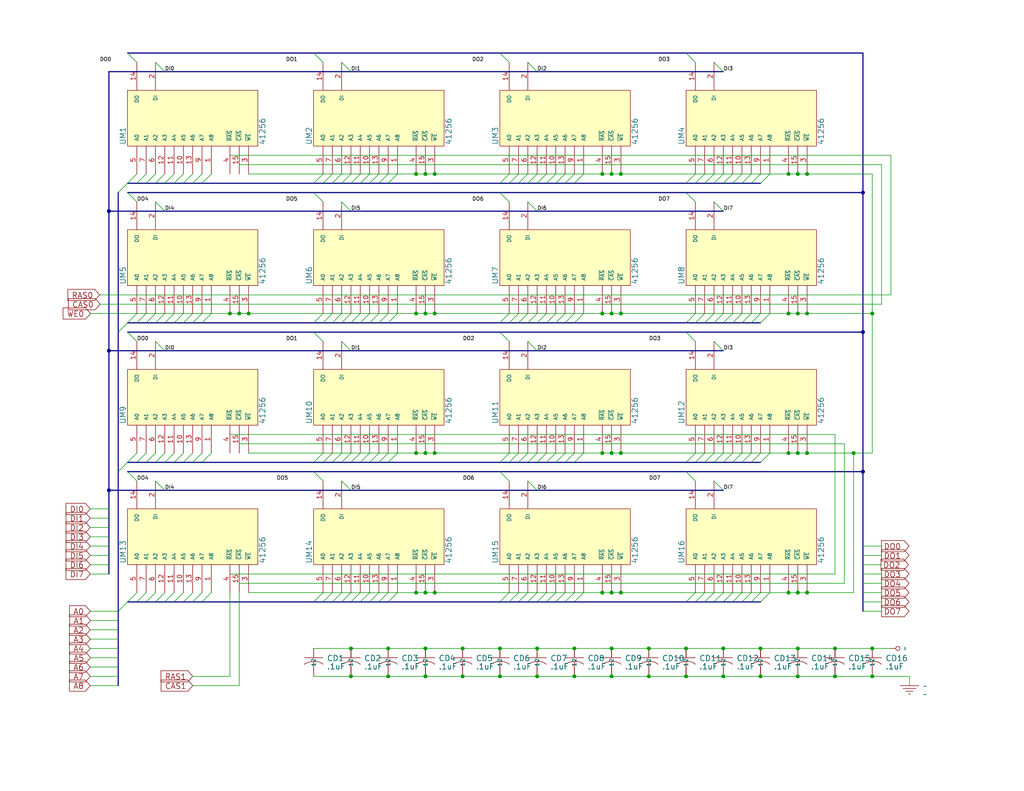
<source format=kicad_sch>
(kicad_sch
	(version 20231120)
	(generator "eeschema")
	(generator_version "8.0")
	(uuid "ef0f30e2-5cc5-4361-b683-3d70cfc52d01")
	(paper "A")
	(title_block
		(title " | 512K EVEN MEMORY MODULE")
		(date "  January  1, 1980")
		(rev "A")
		(company "(C) 1987,1988 P.D. SMART")
	)
	(lib_symbols
		(symbol "CAPACITOR_1"
			(pin_names
				(offset 1.27)
			)
			(exclude_from_sim no)
			(in_bom yes)
			(on_board yes)
			(property "Reference" "C"
				(at 6.096 -1.016 0)
				(effects
					(font
						(size 1.524 1.524)
					)
					(justify left bottom)
				)
			)
			(property "Value" "CAPACITOR"
				(at 6.096 -1.524 0)
				(effects
					(font
						(size 1.524 1.524)
					)
					(justify left top)
				)
			)
			(property "Footprint" ""
				(at 0 0 0)
				(effects
					(font
						(size 1.27 1.27)
					)
					(hide yes)
				)
			)
			(property "Datasheet" ""
				(at 0 0 0)
				(effects
					(font
						(size 1.27 1.27)
					)
					(hide yes)
				)
			)
			(property "Description" ""
				(at 0 0 0)
				(effects
					(font
						(size 1.27 1.27)
					)
					(hide yes)
				)
			)
			(symbol "CAPACITOR_1_0_1"
				(polyline
					(pts
						(xy 0 0) (xy 5.08 0)
					)
					(stroke
						(width 0)
						(type solid)
					)
					(fill
						(type none)
					)
				)
				(polyline
					(pts
						(xy 2.54 -1.016) (xy 2.54 -2.54)
					)
					(stroke
						(width 0)
						(type solid)
					)
					(fill
						(type none)
					)
				)
				(arc
					(start 2.54 -1.016)
					(mid 1.2314 -1.2325)
					(end 0 -1.778)
					(stroke
						(width 0)
						(type solid)
					)
					(fill
						(type none)
					)
				)
				(arc
					(start 5.08 -1.778)
					(mid 3.8814 -1.136)
					(end 2.54 -1.016)
					(stroke
						(width 0)
						(type solid)
					)
					(fill
						(type none)
					)
				)
			)
			(symbol "CAPACITOR_1_1_1"
				(pin passive line
					(at 2.54 2.54 270)
					(length 2.54)
					(name "1"
						(effects
							(font
								(size 1.016 1.016)
							)
						)
					)
					(number "~"
						(effects
							(font
								(size 1.27 1.27)
							)
						)
					)
				)
				(pin passive line
					(at 2.54 -5.08 90)
					(length 2.54)
					(name "2"
						(effects
							(font
								(size 1.016 1.016)
							)
						)
					)
					(number "~"
						(effects
							(font
								(size 1.27 1.27)
							)
						)
					)
				)
			)
		)
		(symbol "DEVICE:CAPACITOR"
			(pin_names
				(offset 1.27)
			)
			(exclude_from_sim no)
			(in_bom yes)
			(on_board yes)
			(property "Reference" "C"
				(at 6.096 -1.016 0)
				(effects
					(font
						(size 1.524 1.524)
					)
					(justify left bottom)
				)
			)
			(property "Value" "CAPACITOR"
				(at 6.096 -1.524 0)
				(effects
					(font
						(size 1.524 1.524)
					)
					(justify left top)
				)
			)
			(property "Footprint" ""
				(at 0 0 0)
				(effects
					(font
						(size 1.27 1.27)
					)
					(hide yes)
				)
			)
			(property "Datasheet" ""
				(at 0 0 0)
				(effects
					(font
						(size 1.27 1.27)
					)
					(hide yes)
				)
			)
			(property "Description" ""
				(at 0 0 0)
				(effects
					(font
						(size 1.27 1.27)
					)
					(hide yes)
				)
			)
			(symbol "CAPACITOR_0_1"
				(polyline
					(pts
						(xy 0 0) (xy 5.08 0)
					)
					(stroke
						(width 0)
						(type solid)
					)
					(fill
						(type none)
					)
				)
				(polyline
					(pts
						(xy 2.54 -1.016) (xy 2.54 -2.54)
					)
					(stroke
						(width 0)
						(type solid)
					)
					(fill
						(type none)
					)
				)
				(arc
					(start 2.54 -1.016)
					(mid 1.2314 -1.2325)
					(end 0 -1.778)
					(stroke
						(width 0)
						(type solid)
					)
					(fill
						(type none)
					)
				)
				(arc
					(start 5.08 -1.778)
					(mid 3.8814 -1.136)
					(end 2.54 -1.016)
					(stroke
						(width 0)
						(type solid)
					)
					(fill
						(type none)
					)
				)
			)
			(symbol "CAPACITOR_1_1"
				(pin passive line
					(at 2.54 2.54 270)
					(length 2.54)
					(name "1"
						(effects
							(font
								(size 1.016 1.016)
							)
						)
					)
					(number "~"
						(effects
							(font
								(size 1.27 1.27)
							)
						)
					)
				)
				(pin passive line
					(at 2.54 -5.08 90)
					(length 2.54)
					(name "2"
						(effects
							(font
								(size 1.016 1.016)
							)
						)
					)
					(number "~"
						(effects
							(font
								(size 1.27 1.27)
							)
						)
					)
				)
			)
		)
		(symbol "DEVICE:GND_POWER"
			(pin_names
				(offset 1.27)
			)
			(exclude_from_sim no)
			(in_bom yes)
			(on_board yes)
			(property "Reference" "U"
				(at 6.096 -1.016 0)
				(effects
					(font
						(size 1.524 1.524)
					)
					(justify left bottom)
				)
			)
			(property "Value" "GND_POWER"
				(at 6.096 -1.524 0)
				(effects
					(font
						(size 1.524 1.524)
					)
					(justify left top)
				)
			)
			(property "Footprint" ""
				(at 0 0 0)
				(effects
					(font
						(size 1.27 1.27)
					)
					(hide yes)
				)
			)
			(property "Datasheet" ""
				(at 0 0 0)
				(effects
					(font
						(size 1.27 1.27)
					)
					(hide yes)
				)
			)
			(property "Description" ""
				(at 0 0 0)
				(effects
					(font
						(size 1.27 1.27)
					)
					(hide yes)
				)
			)
			(symbol "GND_POWER_0_1"
				(polyline
					(pts
						(xy 0 0) (xy 5.08 0)
					)
					(stroke
						(width 0)
						(type solid)
					)
					(fill
						(type none)
					)
				)
				(polyline
					(pts
						(xy 0.762 -0.762) (xy 4.318 -0.762)
					)
					(stroke
						(width 0)
						(type solid)
					)
					(fill
						(type none)
					)
				)
				(polyline
					(pts
						(xy 2.286 -2.286) (xy 2.794 -2.286)
					)
					(stroke
						(width 0)
						(type solid)
					)
					(fill
						(type none)
					)
				)
				(polyline
					(pts
						(xy 3.556 -1.524) (xy 1.524 -1.524)
					)
					(stroke
						(width 0)
						(type solid)
					)
					(fill
						(type none)
					)
				)
			)
			(symbol "GND_POWER_1_1"
				(pin power_in line
					(at 2.54 0 270)
					(length 0) hide
					(name "GND"
						(effects
							(font
								(size 1.016 1.016)
							)
						)
					)
					(number "~"
						(effects
							(font
								(size 1.27 1.27)
							)
						)
					)
				)
			)
		)
		(symbol "MEMORY:50256"
			(pin_names
				(offset 1.27)
			)
			(exclude_from_sim no)
			(in_bom yes)
			(on_board yes)
			(property "Reference" "U"
				(at 0.254 0.381 0)
				(effects
					(font
						(size 1.524 1.524)
					)
					(justify left bottom)
				)
			)
			(property "Value" "50256"
				(at 0.254 -35.941 0)
				(effects
					(font
						(size 1.524 1.524)
					)
					(justify left top)
				)
			)
			(property "Footprint" ""
				(at 0 0 0)
				(effects
					(font
						(size 1.27 1.27)
					)
					(hide yes)
				)
			)
			(property "Datasheet" ""
				(at 0 0 0)
				(effects
					(font
						(size 1.27 1.27)
					)
					(hide yes)
				)
			)
			(property "Description" ""
				(at 0 0 0)
				(effects
					(font
						(size 1.27 1.27)
					)
					(hide yes)
				)
			)
			(symbol "50256_0_1"
				(rectangle
					(start 0 0)
					(end 15.24 -35.56)
					(stroke
						(width 0)
						(type solid)
					)
					(fill
						(type background)
					)
				)
			)
			(symbol "50256_1_1"
				(pin input line
					(at -7.62 -22.86 0)
					(length 7.62)
					(name "A8"
						(effects
							(font
								(size 1.016 1.016)
							)
						)
					)
					(number "1"
						(effects
							(font
								(size 1.27 1.27)
							)
						)
					)
				)
				(pin input line
					(at -7.62 -15.24 0)
					(length 7.62)
					(name "A5"
						(effects
							(font
								(size 1.016 1.016)
							)
						)
					)
					(number "10"
						(effects
							(font
								(size 1.27 1.27)
							)
						)
					)
				)
				(pin input line
					(at -7.62 -12.7 0)
					(length 7.62)
					(name "A4"
						(effects
							(font
								(size 1.016 1.016)
							)
						)
					)
					(number "11"
						(effects
							(font
								(size 1.27 1.27)
							)
						)
					)
				)
				(pin input line
					(at -7.62 -10.16 0)
					(length 7.62)
					(name "A3"
						(effects
							(font
								(size 1.016 1.016)
							)
						)
					)
					(number "12"
						(effects
							(font
								(size 1.27 1.27)
							)
						)
					)
				)
				(pin input line
					(at -7.62 -17.78 0)
					(length 7.62)
					(name "A6"
						(effects
							(font
								(size 1.016 1.016)
							)
						)
					)
					(number "13"
						(effects
							(font
								(size 1.27 1.27)
							)
						)
					)
				)
				(pin tri_state line
					(at 22.86 -2.54 180)
					(length 7.62)
					(name "DO"
						(effects
							(font
								(size 1.016 1.016)
							)
						)
					)
					(number "14"
						(effects
							(font
								(size 1.27 1.27)
							)
						)
					)
				)
				(pin input line
					(at -7.62 -30.48 0)
					(length 7.62)
					(name "~{CAS}"
						(effects
							(font
								(size 1.016 1.016)
							)
						)
					)
					(number "15"
						(effects
							(font
								(size 1.27 1.27)
							)
						)
					)
				)
				(pin power_in line
					(at 0 -35.56 90)
					(length 0) hide
					(name "VSS"
						(effects
							(font
								(size 1.016 1.016)
							)
						)
					)
					(number "16"
						(effects
							(font
								(size 1.27 1.27)
							)
						)
					)
				)
				(pin input line
					(at 22.86 -7.62 180)
					(length 7.62)
					(name "DI"
						(effects
							(font
								(size 1.016 1.016)
							)
						)
					)
					(number "2"
						(effects
							(font
								(size 1.27 1.27)
							)
						)
					)
				)
				(pin input line
					(at -7.62 -33.02 0)
					(length 7.62)
					(name "~{WE}"
						(effects
							(font
								(size 1.016 1.016)
							)
						)
					)
					(number "3"
						(effects
							(font
								(size 1.27 1.27)
							)
						)
					)
				)
				(pin input line
					(at -7.62 -27.94 0)
					(length 7.62)
					(name "~{RAS}"
						(effects
							(font
								(size 1.016 1.016)
							)
						)
					)
					(number "4"
						(effects
							(font
								(size 1.27 1.27)
							)
						)
					)
				)
				(pin input line
					(at -7.62 -2.54 0)
					(length 7.62)
					(name "A0"
						(effects
							(font
								(size 1.016 1.016)
							)
						)
					)
					(number "5"
						(effects
							(font
								(size 1.27 1.27)
							)
						)
					)
				)
				(pin input line
					(at -7.62 -7.62 0)
					(length 7.62)
					(name "A2"
						(effects
							(font
								(size 1.016 1.016)
							)
						)
					)
					(number "6"
						(effects
							(font
								(size 1.27 1.27)
							)
						)
					)
				)
				(pin input line
					(at -7.62 -5.08 0)
					(length 7.62)
					(name "A1"
						(effects
							(font
								(size 1.016 1.016)
							)
						)
					)
					(number "7"
						(effects
							(font
								(size 1.27 1.27)
							)
						)
					)
				)
				(pin power_in line
					(at 0 0 270)
					(length 0) hide
					(name "VCC"
						(effects
							(font
								(size 1.016 1.016)
							)
						)
					)
					(number "8"
						(effects
							(font
								(size 1.27 1.27)
							)
						)
					)
				)
				(pin input line
					(at -7.62 -20.32 0)
					(length 7.62)
					(name "A7"
						(effects
							(font
								(size 1.016 1.016)
							)
						)
					)
					(number "9"
						(effects
							(font
								(size 1.27 1.27)
							)
						)
					)
				)
			)
		)
		(symbol "pwr:circle"
			(power)
			(pin_numbers hide)
			(pin_names
				(offset 0)
			)
			(exclude_from_sim no)
			(in_bom yes)
			(on_board yes)
			(property "Reference" "#PWR"
				(at 0 -1.524 0)
				(effects
					(font
						(size 1.27 1.27)
					)
					(hide yes)
				)
			)
			(property "Value" "circle"
				(at 0 0 0)
				(effects
					(font
						(size 1.27 1.27)
					)
					(hide yes)
				)
			)
			(property "Footprint" ""
				(at 0 0 0)
				(effects
					(font
						(size 1.27 1.27)
					)
					(hide yes)
				)
			)
			(property "Datasheet" ""
				(at 0 0 0)
				(effects
					(font
						(size 1.27 1.27)
					)
					(hide yes)
				)
			)
			(property "Description" ""
				(at 0 0 0)
				(effects
					(font
						(size 1.27 1.27)
					)
					(hide yes)
				)
			)
			(symbol "circle_0_1"
				(polyline
					(pts
						(xy 0 0) (xy 0 1.27)
					)
					(stroke
						(width 0)
						(type solid)
					)
					(fill
						(type none)
					)
				)
				(circle
					(center 0 1.905)
					(radius 0.5588)
					(stroke
						(width 0)
						(type solid)
					)
					(fill
						(type none)
					)
				)
			)
			(symbol "circle_1_1"
				(pin power_in line
					(at 0 0 90)
					(length 0) hide
					(name "~"
						(effects
							(font
								(size 1.27 1.27)
							)
						)
					)
					(number "1"
						(effects
							(font
								(size 1.27 1.27)
							)
						)
					)
				)
			)
		)
	)
	(junction
		(at 220.218 161.798)
		(diameter 0)
		(color 0 0 0 0)
		(uuid "011df640-11f7-4efe-9227-1da1b81c6656")
	)
	(junction
		(at 164.338 161.798)
		(diameter 0)
		(color 0 0 0 0)
		(uuid "030ad2ea-c85a-422f-98fa-349505d0b8b3")
	)
	(junction
		(at 116.078 123.698)
		(diameter 0)
		(color 0 0 0 0)
		(uuid "03be9e0f-027f-4f04-8037-7ef97991d00c")
	)
	(junction
		(at 113.538 161.798)
		(diameter 0)
		(color 0 0 0 0)
		(uuid "0d9e087b-f964-4eb2-98be-0e0a59e262fd")
	)
	(junction
		(at 237.998 177.038)
		(diameter 0)
		(color 0 0 0 0)
		(uuid "0f1a0f01-2cc0-4e03-ba1b-8db7f55d5d02")
	)
	(junction
		(at 169.418 85.598)
		(diameter 0)
		(color 0 0 0 0)
		(uuid "10a03bcc-068d-4605-a81b-5869218d6968")
	)
	(junction
		(at 197.358 184.658)
		(diameter 0)
		(color 0 0 0 0)
		(uuid "1430237d-badd-4134-b74f-5741550753b1")
	)
	(junction
		(at 164.338 85.598)
		(diameter 0)
		(color 0 0 0 0)
		(uuid "19f4647a-2ca3-45d4-8b34-b55882526413")
	)
	(junction
		(at 215.138 47.498)
		(diameter 0)
		(color 0 0 0 0)
		(uuid "1fb20b95-6b2b-4691-a88e-ab9fa8a879a4")
	)
	(junction
		(at 62.738 85.598)
		(diameter 0)
		(color 0 0 0 0)
		(uuid "231df23c-3d61-4d88-9791-843c81722e29")
	)
	(junction
		(at 217.678 123.698)
		(diameter 0)
		(color 0 0 0 0)
		(uuid "23268823-451a-4b45-a507-19e0f7c583bc")
	)
	(junction
		(at 136.398 184.658)
		(diameter 0)
		(color 0 0 0 0)
		(uuid "24d7312f-6aeb-4184-baec-244db2469765")
	)
	(junction
		(at 169.418 161.798)
		(diameter 0)
		(color 0 0 0 0)
		(uuid "26e4b45e-1a43-475c-8622-84dac4559c24")
	)
	(junction
		(at 187.198 184.658)
		(diameter 0)
		(color 0 0 0 0)
		(uuid "28ff9f2a-5cd9-4e61-b48b-890dd3f51a50")
	)
	(junction
		(at 67.818 85.598)
		(diameter 0)
		(color 0 0 0 0)
		(uuid "2a363502-5239-46f7-9365-73b6940529ec")
	)
	(junction
		(at 166.878 161.798)
		(diameter 0)
		(color 0 0 0 0)
		(uuid "2b1afc5b-7826-4484-9bae-9d50d5499ecd")
	)
	(junction
		(at 113.538 123.698)
		(diameter 0)
		(color 0 0 0 0)
		(uuid "2f9d0249-ea03-4a2d-b6ab-4d2aa102f712")
	)
	(junction
		(at 166.878 85.598)
		(diameter 0)
		(color 0 0 0 0)
		(uuid "329484f4-3c91-4a11-bb45-4eeb41edfef7")
	)
	(junction
		(at 116.078 184.658)
		(diameter 0)
		(color 0 0 0 0)
		(uuid "3372f8b7-32c2-421c-bffa-6408ebd89e78")
	)
	(junction
		(at 113.538 47.498)
		(diameter 0)
		(color 0 0 0 0)
		(uuid "36f590a1-5150-41ae-9b0f-ca4acb07cd64")
	)
	(junction
		(at 237.998 85.598)
		(diameter 0)
		(color 0 0 0 0)
		(uuid "388e4266-256b-4feb-86f1-ad1a8d38f058")
	)
	(junction
		(at 232.918 123.698)
		(diameter 0)
		(color 0 0 0 0)
		(uuid "39e72f9c-498a-4d64-b90e-91511260af5d")
	)
	(junction
		(at 237.998 184.658)
		(diameter 0)
		(color 0 0 0 0)
		(uuid "4e965d89-4bbc-4533-9cf4-ac2098fc1f7d")
	)
	(junction
		(at 156.718 177.038)
		(diameter 0)
		(color 0 0 0 0)
		(uuid "5255c05f-1874-418c-9a73-c12803bf4a36")
	)
	(junction
		(at 227.838 184.658)
		(diameter 0)
		(color 0 0 0 0)
		(uuid "577edfa4-778a-4197-a372-22e982b4f91e")
	)
	(junction
		(at 105.918 177.038)
		(diameter 0)
		(color 0 0 0 0)
		(uuid "5e94fd11-3731-4408-9c2e-9f3c04e2f8aa")
	)
	(junction
		(at 156.718 184.658)
		(diameter 0)
		(color 0 0 0 0)
		(uuid "5f878786-aaa2-4955-9e0c-eb4349de5eb6")
	)
	(junction
		(at 65.278 85.598)
		(diameter 0)
		(color 0 0 0 0)
		(uuid "61800539-7c88-4dd6-a472-04b03903a1ea")
	)
	(junction
		(at 235.458 52.578)
		(diameter 0)
		(color 0 0 0 0)
		(uuid "630b818f-06c0-4c5c-98d3-af25a764c791")
	)
	(junction
		(at 187.198 177.038)
		(diameter 0)
		(color 0 0 0 0)
		(uuid "658839e0-e564-4efa-aa6e-dd15fa5f6595")
	)
	(junction
		(at 220.218 123.698)
		(diameter 0)
		(color 0 0 0 0)
		(uuid "66b4a2ab-b2ce-44e2-8f89-9ccdbafc609a")
	)
	(junction
		(at 217.678 184.658)
		(diameter 0)
		(color 0 0 0 0)
		(uuid "66d348b5-1d8e-4c7b-aeee-8ea5882aeff1")
	)
	(junction
		(at 116.078 177.038)
		(diameter 0)
		(color 0 0 0 0)
		(uuid "69c436ca-8078-49e5-9179-d6315b326384")
	)
	(junction
		(at 215.138 85.598)
		(diameter 0)
		(color 0 0 0 0)
		(uuid "6b448292-cf79-42a5-9b79-fc548dad7447")
	)
	(junction
		(at 217.678 85.598)
		(diameter 0)
		(color 0 0 0 0)
		(uuid "6f6858e7-2ee5-4883-b872-519f9f2c44cd")
	)
	(junction
		(at 166.878 177.038)
		(diameter 0)
		(color 0 0 0 0)
		(uuid "77501610-0c34-433d-ac13-799d86819f17")
	)
	(junction
		(at 215.138 123.698)
		(diameter 0)
		(color 0 0 0 0)
		(uuid "7a66077b-cb92-4894-b2a6-1f849347c9fa")
	)
	(junction
		(at 116.078 85.598)
		(diameter 0)
		(color 0 0 0 0)
		(uuid "7c5a0c73-72b6-4dc5-9d8c-abbd0f3f30a6")
	)
	(junction
		(at 166.878 47.498)
		(diameter 0)
		(color 0 0 0 0)
		(uuid "807b3446-d9f1-40aa-af69-ae5eb7f1f0b7")
	)
	(junction
		(at 166.878 184.658)
		(diameter 0)
		(color 0 0 0 0)
		(uuid "81eeebbf-063f-4647-8ff7-71c3e564cadb")
	)
	(junction
		(at 164.338 47.498)
		(diameter 0)
		(color 0 0 0 0)
		(uuid "86d3d406-ce26-4a23-a466-147dcd02797a")
	)
	(junction
		(at 146.558 177.038)
		(diameter 0)
		(color 0 0 0 0)
		(uuid "8a3bc011-b7a1-4f47-a063-8537288b5ccd")
	)
	(junction
		(at 217.678 47.498)
		(diameter 0)
		(color 0 0 0 0)
		(uuid "8a74da26-f366-4cb0-bcba-4e367959919b")
	)
	(junction
		(at 207.518 177.038)
		(diameter 0)
		(color 0 0 0 0)
		(uuid "9350a8e8-6103-4aa8-a826-84fd3394907d")
	)
	(junction
		(at 164.338 123.698)
		(diameter 0)
		(color 0 0 0 0)
		(uuid "95dededc-be61-4763-85fa-8d19e9d5def8")
	)
	(junction
		(at 220.218 47.498)
		(diameter 0)
		(color 0 0 0 0)
		(uuid "9d5ddd9c-c84e-4546-8eb1-1c876a5d745d")
	)
	(junction
		(at 197.358 177.038)
		(diameter 0)
		(color 0 0 0 0)
		(uuid "a1602482-2bd2-43fc-b4b0-6f4a73c2edf6")
	)
	(junction
		(at 220.218 85.598)
		(diameter 0)
		(color 0 0 0 0)
		(uuid "a2fdfd18-9a32-4f56-b404-a88fa48753e6")
	)
	(junction
		(at 118.618 85.598)
		(diameter 0)
		(color 0 0 0 0)
		(uuid "a5108006-87a5-41b3-9ab6-06e628f07fb1")
	)
	(junction
		(at 207.518 184.658)
		(diameter 0)
		(color 0 0 0 0)
		(uuid "a59b20ca-8283-41c6-9286-18a5c878e6b3")
	)
	(junction
		(at 116.078 47.498)
		(diameter 0)
		(color 0 0 0 0)
		(uuid "af80552c-e55b-432d-8061-0dbf77fa4463")
	)
	(junction
		(at 169.418 123.698)
		(diameter 0)
		(color 0 0 0 0)
		(uuid "afed0a30-42d1-4c7c-9103-8b14cef6b13c")
	)
	(junction
		(at 146.558 184.658)
		(diameter 0)
		(color 0 0 0 0)
		(uuid "b11ad2e5-04d3-455f-a8b8-c34ae5625ec9")
	)
	(junction
		(at 118.618 47.498)
		(diameter 0)
		(color 0 0 0 0)
		(uuid "bca703af-a25d-4825-bacd-e25c5a462d3a")
	)
	(junction
		(at 29.718 57.658)
		(diameter 0)
		(color 0 0 0 0)
		(uuid "be8fadcb-ff81-4a19-939e-c087fbd6104c")
	)
	(junction
		(at 235.458 90.678)
		(diameter 0)
		(color 0 0 0 0)
		(uuid "bf28abd4-1d67-4a80-ad7b-46f15c4290a0")
	)
	(junction
		(at 113.538 85.598)
		(diameter 0)
		(color 0 0 0 0)
		(uuid "c065c701-2139-420b-9aeb-8045a155959c")
	)
	(junction
		(at 118.618 161.798)
		(diameter 0)
		(color 0 0 0 0)
		(uuid "c2c6090e-5f57-471d-a4c8-11b10096f5ee")
	)
	(junction
		(at 217.678 177.038)
		(diameter 0)
		(color 0 0 0 0)
		(uuid "c3a39320-4dfc-4814-a0b6-bb58c2397236")
	)
	(junction
		(at 118.618 123.698)
		(diameter 0)
		(color 0 0 0 0)
		(uuid "c3c0268c-f520-427e-aa76-429d5685b01b")
	)
	(junction
		(at 29.718 133.858)
		(diameter 0)
		(color 0 0 0 0)
		(uuid "c74dacd3-54fa-4cdb-80ff-9975c2ed7d79")
	)
	(junction
		(at 116.078 161.798)
		(diameter 0)
		(color 0 0 0 0)
		(uuid "cbb545a4-0e4a-4663-b7c9-8c12365b6a3f")
	)
	(junction
		(at 29.718 95.758)
		(diameter 0)
		(color 0 0 0 0)
		(uuid "d840696c-5574-45e7-8025-acfb41158b17")
	)
	(junction
		(at 166.878 123.698)
		(diameter 0)
		(color 0 0 0 0)
		(uuid "dca55e14-30a6-4253-bca7-10c77fc7479d")
	)
	(junction
		(at 95.758 184.658)
		(diameter 0)
		(color 0 0 0 0)
		(uuid "debef798-7a24-4a4d-afa1-033952a53342")
	)
	(junction
		(at 136.398 177.038)
		(diameter 0)
		(color 0 0 0 0)
		(uuid "e0c538e0-b2f5-450b-b96a-9d4df20c2527")
	)
	(junction
		(at 235.458 128.778)
		(diameter 0)
		(color 0 0 0 0)
		(uuid "e59e8b94-6a7c-4e3a-90d5-74de9969e5eb")
	)
	(junction
		(at 169.418 47.498)
		(diameter 0)
		(color 0 0 0 0)
		(uuid "e5da19e6-141d-49bc-8e08-261c3d87ebcc")
	)
	(junction
		(at 217.678 161.798)
		(diameter 0)
		(color 0 0 0 0)
		(uuid "e659cb38-7bbb-444a-8124-63eaa85cfbeb")
	)
	(junction
		(at 95.758 177.038)
		(diameter 0)
		(color 0 0 0 0)
		(uuid "e85eb8a6-f5d7-40c3-b2e6-4d12129bb8b8")
	)
	(junction
		(at 105.918 184.658)
		(diameter 0)
		(color 0 0 0 0)
		(uuid "f25f78df-1030-46a9-8597-68045fbb3092")
	)
	(junction
		(at 215.138 161.798)
		(diameter 0)
		(color 0 0 0 0)
		(uuid "f74e4966-6509-431e-85cd-7e6a74a634a1")
	)
	(junction
		(at 177.038 177.038)
		(diameter 0)
		(color 0 0 0 0)
		(uuid "f815ae5f-92c2-4f21-afc8-1e2154d8dcd7")
	)
	(junction
		(at 177.038 184.658)
		(diameter 0)
		(color 0 0 0 0)
		(uuid "fa4ba210-b686-4a7d-a6fe-d65f15f1fa95")
	)
	(junction
		(at 126.238 184.658)
		(diameter 0)
		(color 0 0 0 0)
		(uuid "fa8b0460-5a11-42bb-bf3b-c780f53bb212")
	)
	(junction
		(at 227.838 177.038)
		(diameter 0)
		(color 0 0 0 0)
		(uuid "fad387c9-4748-4551-a095-a9324d358a46")
	)
	(junction
		(at 126.238 177.038)
		(diameter 0)
		(color 0 0 0 0)
		(uuid "fd799658-81a8-4633-bd6b-d6ef0404af55")
	)
	(bus_entry
		(at 98.298 85.598)
		(size -2.54 2.54)
		(stroke
			(width 0)
			(type default)
		)
		(uuid "07d60815-b53e-4565-bfac-6493385ec205")
	)
	(bus_entry
		(at 52.578 47.498)
		(size -2.54 2.54)
		(stroke
			(width 0)
			(type default)
		)
		(uuid "07e780b4-0430-40b6-95e5-f9fc067d3730")
	)
	(bus_entry
		(at 39.878 85.598)
		(size -2.54 2.54)
		(stroke
			(width 0)
			(type default)
		)
		(uuid "0a800cca-bcd0-47ba-b4f0-7e0559aae974")
	)
	(bus_entry
		(at 149.098 47.498)
		(size -2.54 2.54)
		(stroke
			(width 0)
			(type default)
		)
		(uuid "0dc5e2c3-802e-456e-b281-bc2e0f8ae66b")
	)
	(bus_entry
		(at 37.338 55.118)
		(size -2.54 -2.54)
		(stroke
			(width 0)
			(type default)
		)
		(uuid "0f4dd9f5-00bb-42a3-9abc-69e12dcc220d")
	)
	(bus_entry
		(at 146.558 47.498)
		(size -2.54 2.54)
		(stroke
			(width 0)
			(type default)
		)
		(uuid "0f91abc6-b49f-439a-af80-c597844e1350")
	)
	(bus_entry
		(at 189.738 55.118)
		(size -2.54 -2.54)
		(stroke
			(width 0)
			(type default)
		)
		(uuid "1169c674-bb9b-4705-b695-c01acdcf8f8b")
	)
	(bus_entry
		(at 210.058 123.698)
		(size -2.54 2.54)
		(stroke
			(width 0)
			(type default)
		)
		(uuid "13c469ea-b4a8-4387-a914-a2c193b4b7a7")
	)
	(bus_entry
		(at 37.338 85.598)
		(size -2.54 2.54)
		(stroke
			(width 0)
			(type default)
		)
		(uuid "182474ec-77d3-4b04-aa61-4fbfd70ce34e")
	)
	(bus_entry
		(at 194.818 123.698)
		(size -2.54 2.54)
		(stroke
			(width 0)
			(type default)
		)
		(uuid "18eb1320-7931-40fd-bfb7-f9e5e567e27f")
	)
	(bus_entry
		(at 44.958 123.698)
		(size -2.54 2.54)
		(stroke
			(width 0)
			(type default)
		)
		(uuid "1c1d6ebc-3d3f-4084-93b8-c837c95a26d0")
	)
	(bus_entry
		(at 154.178 47.498)
		(size -2.54 2.54)
		(stroke
			(width 0)
			(type default)
		)
		(uuid "1c225417-aa84-4ae6-8e79-929eca718afe")
	)
	(bus_entry
		(at 50.038 123.698)
		(size -2.54 2.54)
		(stroke
			(width 0)
			(type default)
		)
		(uuid "1d00ad6d-36ec-4248-a3c1-418495362463")
	)
	(bus_entry
		(at 138.938 47.498)
		(size -2.54 2.54)
		(stroke
			(width 0)
			(type default)
		)
		(uuid "1dbc0001-03d0-411a-9df0-1f359db0945c")
	)
	(bus_entry
		(at 44.958 95.758)
		(size -2.54 -2.54)
		(stroke
			(width 0)
			(type default)
		)
		(uuid "1eb0eef2-d910-4106-aa3d-a4bdc7278971")
	)
	(bus_entry
		(at 207.518 85.598)
		(size -2.54 2.54)
		(stroke
			(width 0)
			(type default)
		)
		(uuid "200a31a7-5bf5-4b35-9800-5cfdad3a1ae9")
	)
	(bus_entry
		(at 88.138 131.318)
		(size -2.54 -2.54)
		(stroke
			(width 0)
			(type default)
		)
		(uuid "2043eead-c36c-43a7-86ed-3bb459e889e2")
	)
	(bus_entry
		(at 90.678 123.698)
		(size -2.54 2.54)
		(stroke
			(width 0)
			(type default)
		)
		(uuid "20f65560-3ceb-41c0-bbce-cea5ca424057")
	)
	(bus_entry
		(at 156.718 123.698)
		(size -2.54 2.54)
		(stroke
			(width 0)
			(type default)
		)
		(uuid "21568c4b-245e-4341-a438-292819d9ce13")
	)
	(bus_entry
		(at 47.498 47.498)
		(size -2.54 2.54)
		(stroke
			(width 0)
			(type default)
		)
		(uuid "22da9d0c-5df8-437b-b388-38fb966ae3fb")
	)
	(bus_entry
		(at 108.458 85.598)
		(size -2.54 2.54)
		(stroke
			(width 0)
			(type default)
		)
		(uuid "263612d5-bdca-4f2f-8c16-ef522b85c637")
	)
	(bus_entry
		(at 57.658 47.498)
		(size -2.54 2.54)
		(stroke
			(width 0)
			(type default)
		)
		(uuid "2b803f00-01d9-409d-98e9-4464ade85acc")
	)
	(bus_entry
		(at 192.278 85.598)
		(size -2.54 2.54)
		(stroke
			(width 0)
			(type default)
		)
		(uuid "2c50c8fb-5284-4c12-b592-ddf82ff8d2a6")
	)
	(bus_entry
		(at 159.258 123.698)
		(size -2.54 2.54)
		(stroke
			(width 0)
			(type default)
		)
		(uuid "2ce22a79-2391-4e18-8aaa-e3a1b9a1b6cb")
	)
	(bus_entry
		(at 146.558 133.858)
		(size -2.54 -2.54)
		(stroke
			(width 0)
			(type default)
		)
		(uuid "2f5fb267-3d16-4a13-b8ae-fae3c9da0df2")
	)
	(bus_entry
		(at 204.978 47.498)
		(size -2.54 2.54)
		(stroke
			(width 0)
			(type default)
		)
		(uuid "3061dfd6-d4d3-4ceb-806c-3ea5dcce5c2d")
	)
	(bus_entry
		(at 192.278 123.698)
		(size -2.54 2.54)
		(stroke
			(width 0)
			(type default)
		)
		(uuid "3096733d-8b77-4db8-ac2b-c832480795fb")
	)
	(bus_entry
		(at 151.638 47.498)
		(size -2.54 2.54)
		(stroke
			(width 0)
			(type default)
		)
		(uuid "325fcd82-dd47-4e03-a62c-aea26ccddda1")
	)
	(bus_entry
		(at 52.578 161.798)
		(size -2.54 2.54)
		(stroke
			(width 0)
			(type default)
		)
		(uuid "32c01da5-62e7-4838-bf9c-fb14b6c0d7d8")
	)
	(bus_entry
		(at 149.098 161.798)
		(size -2.54 2.54)
		(stroke
			(width 0)
			(type default)
		)
		(uuid "3311dbb8-50d8-49ac-80c2-867d6777bdc9")
	)
	(bus_entry
		(at 37.338 93.218)
		(size -2.54 -2.54)
		(stroke
			(width 0)
			(type default)
		)
		(uuid "34336c01-52bb-4730-94a0-432eeebae20f")
	)
	(bus_entry
		(at 210.058 85.598)
		(size -2.54 2.54)
		(stroke
			(width 0)
			(type default)
		)
		(uuid "349fdd12-21e1-44e4-931e-b8dd76e2dc87")
	)
	(bus_entry
		(at 100.838 85.598)
		(size -2.54 2.54)
		(stroke
			(width 0)
			(type default)
		)
		(uuid "355bf949-da5a-4215-b27d-7283edf8aa0a")
	)
	(bus_entry
		(at 55.118 85.598)
		(size -2.54 2.54)
		(stroke
			(width 0)
			(type default)
		)
		(uuid "35c48b48-eedd-4f12-8be2-114db936199f")
	)
	(bus_entry
		(at 103.378 47.498)
		(size -2.54 2.54)
		(stroke
			(width 0)
			(type default)
		)
		(uuid "36954994-3ad2-4624-8bfc-03cc925e9469")
	)
	(bus_entry
		(at 154.178 161.798)
		(size -2.54 2.54)
		(stroke
			(width 0)
			(type default)
		)
		(uuid "36e516ab-b86e-4c8c-9707-9443e8c7e4e0")
	)
	(bus_entry
		(at 95.758 133.858)
		(size -2.54 -2.54)
		(stroke
			(width 0)
			(type default)
		)
		(uuid "384be160-9816-44ba-ae90-abf84cf05c99")
	)
	(bus_entry
		(at 52.578 123.698)
		(size -2.54 2.54)
		(stroke
			(width 0)
			(type default)
		)
		(uuid "39d82009-4103-45b8-8968-a141f7bc271e")
	)
	(bus_entry
		(at 189.738 17.018)
		(size -2.54 -2.54)
		(stroke
			(width 0)
			(type default)
		)
		(uuid "3a4ff8a6-e42c-4c5c-aa39-25b8779c928a")
	)
	(bus_entry
		(at 98.298 123.698)
		(size -2.54 2.54)
		(stroke
			(width 0)
			(type default)
		)
		(uuid "3b3c8906-559b-42df-bc48-22739699273d")
	)
	(bus_entry
		(at 151.638 85.598)
		(size -2.54 2.54)
		(stroke
			(width 0)
			(type default)
		)
		(uuid "3bdf6fc5-e7a8-4e1a-bbee-a6186aebdd69")
	)
	(bus_entry
		(at 156.718 47.498)
		(size -2.54 2.54)
		(stroke
			(width 0)
			(type default)
		)
		(uuid "3cf32af3-6f6a-4c6a-a678-e9b60133b20f")
	)
	(bus_entry
		(at 199.898 161.798)
		(size -2.54 2.54)
		(stroke
			(width 0)
			(type default)
		)
		(uuid "40a990b2-fdd8-4f0c-becf-9d4d744851b3")
	)
	(bus_entry
		(at 39.878 47.498)
		(size -2.54 2.54)
		(stroke
			(width 0)
			(type default)
		)
		(uuid "43e741bc-c70a-4e37-9801-d3e792cbd919")
	)
	(bus_entry
		(at 95.758 85.598)
		(size -2.54 2.54)
		(stroke
			(width 0)
			(type default)
		)
		(uuid "45c87b96-6a96-40d8-b92a-969f2bb4c7a7")
	)
	(bus_entry
		(at 210.058 161.798)
		(size -2.54 2.54)
		(stroke
			(width 0)
			(type default)
		)
		(uuid "46ac0505-a858-4a2a-9bba-50abc29bcfd2")
	)
	(bus_entry
		(at 204.978 85.598)
		(size -2.54 2.54)
		(stroke
			(width 0)
			(type default)
		)
		(uuid "47939f5b-5238-4772-be05-24b3e154166f")
	)
	(bus_entry
		(at 37.338 17.018)
		(size -2.54 -2.54)
		(stroke
			(width 0)
			(type default)
		)
		(uuid "47a39065-8d9a-429e-88a5-7fe4ada2ef8c")
	)
	(bus_entry
		(at 159.258 47.498)
		(size -2.54 2.54)
		(stroke
			(width 0)
			(type default)
		)
		(uuid "47e3b12f-24d8-489c-8c36-5dffc4e13a55")
	)
	(bus_entry
		(at 197.358 95.758)
		(size -2.54 -2.54)
		(stroke
			(width 0)
			(type default)
		)
		(uuid "4a47f5df-9bbe-447b-9f07-bd3eee3171f3")
	)
	(bus_entry
		(at 192.278 161.798)
		(size -2.54 2.54)
		(stroke
			(width 0)
			(type default)
		)
		(uuid "4e19d6d7-bfa4-401d-bb97-83df2d97b1f2")
	)
	(bus_entry
		(at 95.758 47.498)
		(size -2.54 2.54)
		(stroke
			(width 0)
			(type default)
		)
		(uuid "4e737eb1-3cb4-4aba-8edd-45bd311c771e")
	)
	(bus_entry
		(at 138.938 161.798)
		(size -2.54 2.54)
		(stroke
			(width 0)
			(type default)
		)
		(uuid "4f34721b-51e9-4bfd-acc5-b8486839d78d")
	)
	(bus_entry
		(at 197.358 19.558)
		(size -2.54 -2.54)
		(stroke
			(width 0)
			(type default)
		)
		(uuid "567aeb32-166e-4c76-b262-f8b77c4c3686")
	)
	(bus_entry
		(at 144.018 47.498)
		(size -2.54 2.54)
		(stroke
			(width 0)
			(type default)
		)
		(uuid "5709ea3f-69d1-4285-a661-29f6017a5c7e")
	)
	(bus_entry
		(at 98.298 161.798)
		(size -2.54 2.54)
		(stroke
			(width 0)
			(type default)
		)
		(uuid "576ac55d-7231-49fa-8d8c-f651f678f28c")
	)
	(bus_entry
		(at 103.378 161.798)
		(size -2.54 2.54)
		(stroke
			(width 0)
			(type default)
		)
		(uuid "5c48b9a7-71b8-474b-9c97-2f826b007ba9")
	)
	(bus_entry
		(at 197.358 123.698)
		(size -2.54 2.54)
		(stroke
			(width 0)
			(type default)
		)
		(uuid "5d306d59-1416-420e-a34d-80edfbcd9be8")
	)
	(bus_entry
		(at 202.438 161.798)
		(size -2.54 2.54)
		(stroke
			(width 0)
			(type default)
		)
		(uuid "5e479108-e69c-4178-be8c-a88496e86d00")
	)
	(bus_entry
		(at 189.738 93.218)
		(size -2.54 -2.54)
		(stroke
			(width 0)
			(type default)
		)
		(uuid "5f40cd63-cdfd-4111-89ed-8431d8b336f0")
	)
	(bus_entry
		(at 197.358 161.798)
		(size -2.54 2.54)
		(stroke
			(width 0)
			(type default)
		)
		(uuid "5fab98a4-611f-4d38-b152-3a609490e762")
	)
	(bus_entry
		(at 159.258 161.798)
		(size -2.54 2.54)
		(stroke
			(width 0)
			(type default)
		)
		(uuid "607f571a-e35d-421a-868f-6645d9da0305")
	)
	(bus_entry
		(at 138.938 131.318)
		(size -2.54 -2.54)
		(stroke
			(width 0)
			(type default)
		)
		(uuid "6083b5f9-b8fe-44fb-ba0e-d52cf6faa436")
	)
	(bus_entry
		(at 146.558 161.798)
		(size -2.54 2.54)
		(stroke
			(width 0)
			(type default)
		)
		(uuid "619cdcf8-7ef6-4643-9e2a-707c10006ad9")
	)
	(bus_entry
		(at 34.798 164.338)
		(size -2.54 2.54)
		(stroke
			(width 0)
			(type default)
		)
		(uuid "6453a425-9571-4e23-a85f-d217ea9148e3")
	)
	(bus_entry
		(at 105.918 85.598)
		(size -2.54 2.54)
		(stroke
			(width 0)
			(type default)
		)
		(uuid "649fa837-996f-4e80-b325-3a6f99f939c2")
	)
	(bus_entry
		(at 149.098 123.698)
		(size -2.54 2.54)
		(stroke
			(width 0)
			(type default)
		)
		(uuid "654836da-7d60-4bc7-abc8-baa1ed9b442a")
	)
	(bus_entry
		(at 37.338 161.798)
		(size -2.54 2.54)
		(stroke
			(width 0)
			(type default)
		)
		(uuid "65c30a41-67a6-449d-884a-f51cb3e2c612")
	)
	(bus_entry
		(at 197.358 47.498)
		(size -2.54 2.54)
		(stroke
			(width 0)
			(type default)
		)
		(uuid "65e1e4fa-9c15-4742-ba54-77dde5493af1")
	)
	(bus_entry
		(at 88.138 161.798)
		(size -2.54 2.54)
		(stroke
			(width 0)
			(type default)
		)
		(uuid "6ca79d0d-a1c2-4c49-8d3c-8e4571418202")
	)
	(bus_entry
		(at 44.958 133.858)
		(size -2.54 -2.54)
		(stroke
			(width 0)
			(type default)
		)
		(uuid "6dd26c96-fbf9-48fa-8bd4-8493e75883ba")
	)
	(bus_entry
		(at 146.558 95.758)
		(size -2.54 -2.54)
		(stroke
			(width 0)
			(type default)
		)
		(uuid "6df4c7b9-6eac-43f1-b645-ba6d096fd86a")
	)
	(bus_entry
		(at 207.518 161.798)
		(size -2.54 2.54)
		(stroke
			(width 0)
			(type default)
		)
		(uuid "70a81617-b739-4a0b-8c39-9ab04773ca88")
	)
	(bus_entry
		(at 138.938 93.218)
		(size -2.54 -2.54)
		(stroke
			(width 0)
			(type default)
		)
		(uuid "713131f6-fa6b-487b-919d-9d899d8c4593")
	)
	(bus_entry
		(at 207.518 123.698)
		(size -2.54 2.54)
		(stroke
			(width 0)
			(type default)
		)
		(uuid "71c28a79-212a-41dd-952f-1bb3a09a5a74")
	)
	(bus_entry
		(at 93.218 85.598)
		(size -2.54 2.54)
		(stroke
			(width 0)
			(type default)
		)
		(uuid "71fe1bcb-1886-4b5d-8ea1-cb3be4759453")
	)
	(bus_entry
		(at 42.418 47.498)
		(size -2.54 2.54)
		(stroke
			(width 0)
			(type default)
		)
		(uuid "72000d5c-39e3-4229-847f-020823a034d3")
	)
	(bus_entry
		(at 103.378 85.598)
		(size -2.54 2.54)
		(stroke
			(width 0)
			(type default)
		)
		(uuid "725ff4c7-9626-4038-b554-afbf8933cf4d")
	)
	(bus_entry
		(at 199.898 47.498)
		(size -2.54 2.54)
		(stroke
			(width 0)
			(type default)
		)
		(uuid "74bcd5e0-a88b-4314-8275-b3bcebbbd45a")
	)
	(bus_entry
		(at 44.958 19.558)
		(size -2.54 -2.54)
		(stroke
			(width 0)
			(type default)
		)
		(uuid "7535ce36-3202-428c-a721-f32d0f6b8228")
	)
	(bus_entry
		(at 189.738 131.318)
		(size -2.54 -2.54)
		(stroke
			(width 0)
			(type default)
		)
		(uuid "75fd4e35-5935-48a1-8622-dc32220cb77b")
	)
	(bus_entry
		(at 199.898 123.698)
		(size -2.54 2.54)
		(stroke
			(width 0)
			(type default)
		)
		(uuid "7791a04f-1d7d-41da-ac2c-e0e2a6bd6e67")
	)
	(bus_entry
		(at 100.838 123.698)
		(size -2.54 2.54)
		(stroke
			(width 0)
			(type default)
		)
		(uuid "7812e472-76be-44c1-b15f-b78b57d09325")
	)
	(bus_entry
		(at 93.218 47.498)
		(size -2.54 2.54)
		(stroke
			(width 0)
			(type default)
		)
		(uuid "78ead15f-b569-4a76-a7ae-d70389f07470")
	)
	(bus_entry
		(at 95.758 161.798)
		(size -2.54 2.54)
		(stroke
			(width 0)
			(type default)
		)
		(uuid "7a7b9128-2fe0-4794-8d60-bef8215b27de")
	)
	(bus_entry
		(at 105.918 123.698)
		(size -2.54 2.54)
		(stroke
			(width 0)
			(type default)
		)
		(uuid "8137bdfc-e926-4cae-8992-16586c9f6d02")
	)
	(bus_entry
		(at 189.738 161.798)
		(size -2.54 2.54)
		(stroke
			(width 0)
			(type default)
		)
		(uuid "8240b54c-3e06-4a35-9637-d271475e878c")
	)
	(bus_entry
		(at 149.098 85.598)
		(size -2.54 2.54)
		(stroke
			(width 0)
			(type default)
		)
		(uuid "824de6cb-f4b9-4981-affd-ce70bd0f93c3")
	)
	(bus_entry
		(at 204.978 161.798)
		(size -2.54 2.54)
		(stroke
			(width 0)
			(type default)
		)
		(uuid "8294390b-5bbb-4107-b908-f796e54108ff")
	)
	(bus_entry
		(at 90.678 161.798)
		(size -2.54 2.54)
		(stroke
			(width 0)
			(type default)
		)
		(uuid "82e8d563-7a6d-40d6-807a-15f4f1545127")
	)
	(bus_entry
		(at 144.018 161.798)
		(size -2.54 2.54)
		(stroke
			(width 0)
			(type default)
		)
		(uuid "8399a55a-1652-466e-ac69-d691445ed627")
	)
	(bus_entry
		(at 154.178 85.598)
		(size -2.54 2.54)
		(stroke
			(width 0)
			(type default)
		)
		(uuid "84e5cf0a-22f2-4c4a-869c-554687ed494e")
	)
	(bus_entry
		(at 138.938 55.118)
		(size -2.54 -2.54)
		(stroke
			(width 0)
			(type default)
		)
		(uuid "86f7245a-a0d1-47e8-a2f1-68e1d124fc28")
	)
	(bus_entry
		(at 103.378 123.698)
		(size -2.54 2.54)
		(stroke
			(width 0)
			(type default)
		)
		(uuid "898c9151-5976-4343-8abe-43b07678b6af")
	)
	(bus_entry
		(at 95.758 57.658)
		(size -2.54 -2.54)
		(stroke
			(width 0)
			(type default)
		)
		(uuid "89d2ba23-c3c1-44d2-a525-9475feba1f2f")
	)
	(bus_entry
		(at 204.978 123.698)
		(size -2.54 2.54)
		(stroke
			(width 0)
			(type default)
		)
		(uuid "8a24c631-ba91-4dbc-947f-3f1cded5d047")
	)
	(bus_entry
		(at 189.738 123.698)
		(size -2.54 2.54)
		(stroke
			(width 0)
			(type default)
		)
		(uuid "8c11e81d-e0eb-4487-bcfa-f41d2b7fc650")
	)
	(bus_entry
		(at 95.758 95.758)
		(size -2.54 -2.54)
		(stroke
			(width 0)
			(type default)
		)
		(uuid "8d355be3-908f-40bc-843d-38eea4c403b2")
	)
	(bus_entry
		(at 34.798 50.038)
		(size -2.54 2.54)
		(stroke
			(width 0)
			(type default)
		)
		(uuid "8d385311-39a8-4087-a11d-a2196654aae2")
	)
	(bus_entry
		(at 88.138 47.498)
		(size -2.54 2.54)
		(stroke
			(width 0)
			(type default)
		)
		(uuid "8e2c3fb8-762d-4709-8ef9-ffffed5094c9")
	)
	(bus_entry
		(at 138.938 17.018)
		(size -2.54 -2.54)
		(stroke
			(width 0)
			(type default)
		)
		(uuid "8f779fcc-c63f-448c-9f71-c51956682a95")
	)
	(bus_entry
		(at 141.478 123.698)
		(size -2.54 2.54)
		(stroke
			(width 0)
			(type default)
		)
		(uuid "9089b152-f20d-4b42-b7c5-1d20a7bb1615")
	)
	(bus_entry
		(at 55.118 47.498)
		(size -2.54 2.54)
		(stroke
			(width 0)
			(type default)
		)
		(uuid "908cc865-8052-4a03-b89e-e2dac66e8326")
	)
	(bus_entry
		(at 57.658 161.798)
		(size -2.54 2.54)
		(stroke
			(width 0)
			(type default)
		)
		(uuid "9276b608-3c7c-47e1-8525-969b72dfd668")
	)
	(bus_entry
		(at 192.278 47.498)
		(size -2.54 2.54)
		(stroke
			(width 0)
			(type default)
		)
		(uuid "957deab2-3732-429a-9147-6b2639ff7372")
	)
	(bus_entry
		(at 88.138 17.018)
		(size -2.54 -2.54)
		(stroke
			(width 0)
			(type default)
		)
		(uuid "96464d01-89c8-4c92-8704-abae6d64e017")
	)
	(bus_entry
		(at 194.818 85.598)
		(size -2.54 2.54)
		(stroke
			(width 0)
			(type default)
		)
		(uuid "96b0f5be-8a41-4f8b-aad9-270514504bfe")
	)
	(bus_entry
		(at 52.578 85.598)
		(size -2.54 2.54)
		(stroke
			(width 0)
			(type default)
		)
		(uuid "9a007ca2-9148-484c-8c1c-c7770f387b00")
	)
	(bus_entry
		(at 138.938 123.698)
		(size -2.54 2.54)
		(stroke
			(width 0)
			(type default)
		)
		(uuid "9a742274-feb3-4c3f-9fa5-536c91df3703")
	)
	(bus_entry
		(at 207.518 47.498)
		(size -2.54 2.54)
		(stroke
			(width 0)
			(type default)
		)
		(uuid "9a7f7654-6716-4c07-8655-65a17120ca7b")
	)
	(bus_entry
		(at 138.938 85.598)
		(size -2.54 2.54)
		(stroke
			(width 0)
			(type default)
		)
		(uuid "9adcd3af-d1ce-4b55-9829-40f3a4ef9951")
	)
	(bus_entry
		(at 146.558 19.558)
		(size -2.54 -2.54)
		(stroke
			(width 0)
			(type default)
		)
		(uuid "9c27989c-5f30-472f-bbec-2216e9158b27")
	)
	(bus_entry
		(at 108.458 123.698)
		(size -2.54 2.54)
		(stroke
			(width 0)
			(type default)
		)
		(uuid "9cff40d2-eae3-4ceb-83fd-06772e37191e")
	)
	(bus_entry
		(at 146.558 123.698)
		(size -2.54 2.54)
		(stroke
			(width 0)
			(type default)
		)
		(uuid "9e4286b3-6853-46fa-b0bd-be6c295eb5b5")
	)
	(bus_entry
		(at 50.038 47.498)
		(size -2.54 2.54)
		(stroke
			(width 0)
			(type default)
		)
		(uuid "9fcaf7a6-2a23-47e0-a41e-c73eb66b70b2")
	)
	(bus_entry
		(at 47.498 161.798)
		(size -2.54 2.54)
		(stroke
			(width 0)
			(type default)
		)
		(uuid "9fdfb0de-2ef5-4b76-ac21-a92a6ee6eb1c")
	)
	(bus_entry
		(at 95.758 19.558)
		(size -2.54 -2.54)
		(stroke
			(width 0)
			(type default)
		)
		(uuid "a05184ef-13ce-4a01-974f-6a9f3d949578")
	)
	(bus_entry
		(at 39.878 123.698)
		(size -2.54 2.54)
		(stroke
			(width 0)
			(type default)
		)
		(uuid "a28ecc42-c7c2-43d1-9eaf-4dce829dca74")
	)
	(bus_entry
		(at 34.798 88.138)
		(size -2.54 2.54)
		(stroke
			(width 0)
			(type default)
		)
		(uuid "a35f2e70-654b-467c-85fe-ac51bb09865d")
	)
	(bus_entry
		(at 141.478 85.598)
		(size -2.54 2.54)
		(stroke
			(width 0)
			(type default)
		)
		(uuid "a45b0cd2-a31a-4cbf-b500-fa224619b427")
	)
	(bus_entry
		(at 154.178 123.698)
		(size -2.54 2.54)
		(stroke
			(width 0)
			(type default)
		)
		(uuid "a521fad3-f1b8-450b-ba84-1998e7a7c655")
	)
	(bus_entry
		(at 202.438 123.698)
		(size -2.54 2.54)
		(stroke
			(width 0)
			(type default)
		)
		(uuid "aa0b1ae3-df31-4d65-a5e8-1cafce05e16e")
	)
	(bus_entry
		(at 159.258 85.598)
		(size -2.54 2.54)
		(stroke
			(width 0)
			(type default)
		)
		(uuid "aa870f96-0483-4e0e-a8b4-87a1d9e2be55")
	)
	(bus_entry
		(at 144.018 123.698)
		(size -2.54 2.54)
		(stroke
			(width 0)
			(type default)
		)
		(uuid "abdceaba-732d-47d0-be7a-a777a200daa4")
	)
	(bus_entry
		(at 197.358 85.598)
		(size -2.54 2.54)
		(stroke
			(width 0)
			(type default)
		)
		(uuid "acd04de6-ef15-4360-abcf-83a64e4c0cd7")
	)
	(bus_entry
		(at 44.958 85.598)
		(size -2.54 2.54)
		(stroke
			(width 0)
			(type default)
		)
		(uuid "b293c9c0-c7e5-4da1-9d6d-d0b1fe30a09a")
	)
	(bus_entry
		(at 47.498 85.598)
		(size -2.54 2.54)
		(stroke
			(width 0)
			(type default)
		)
		(uuid "b637e3e5-63a6-44b8-8310-eb8535daf5bb")
	)
	(bus_entry
		(at 42.418 123.698)
		(size -2.54 2.54)
		(stroke
			(width 0)
			(type default)
		)
		(uuid "b63fed43-a335-4412-9390-91f79d13ee30")
	)
	(bus_entry
		(at 88.138 123.698)
		(size -2.54 2.54)
		(stroke
			(width 0)
			(type default)
		)
		(uuid "b657b17f-4513-4047-90b6-0037f405f717")
	)
	(bus_entry
		(at 55.118 161.798)
		(size -2.54 2.54)
		(stroke
			(width 0)
			(type default)
		)
		(uuid "b65b44a7-41b5-45fd-92e9-d8ab91790eb7")
	)
	(bus_entry
		(at 108.458 161.798)
		(size -2.54 2.54)
		(stroke
			(width 0)
			(type default)
		)
		(uuid "b6be3844-97e4-4efc-ad2b-adfc198839b4")
	)
	(bus_entry
		(at 105.918 161.798)
		(size -2.54 2.54)
		(stroke
			(width 0)
			(type default)
		)
		(uuid "b6e7dbb4-e25b-4d29-87a1-12b8f5130aa6")
	)
	(bus_entry
		(at 141.478 47.498)
		(size -2.54 2.54)
		(stroke
			(width 0)
			(type default)
		)
		(uuid "b857ee93-2ba4-4025-9bd0-4ac1684a5a42")
	)
	(bus_entry
		(at 202.438 47.498)
		(size -2.54 2.54)
		(stroke
			(width 0)
			(type default)
		)
		(uuid "b91e46f9-03f6-44b0-9d0a-9d7b718e8944")
	)
	(bus_entry
		(at 189.738 85.598)
		(size -2.54 2.54)
		(stroke
			(width 0)
			(type default)
		)
		(uuid "b96188ab-f9a0-4046-85c3-a8dbf08be2e5")
	)
	(bus_entry
		(at 189.738 47.498)
		(size -2.54 2.54)
		(stroke
			(width 0)
			(type default)
		)
		(uuid "b97b4b1f-e805-451e-8fb0-a644b6b85a30")
	)
	(bus_entry
		(at 197.358 57.658)
		(size -2.54 -2.54)
		(stroke
			(width 0)
			(type default)
		)
		(uuid "bbdb463a-31f0-4235-9e76-07ca07c88915")
	)
	(bus_entry
		(at 108.458 47.498)
		(size -2.54 2.54)
		(stroke
			(width 0)
			(type default)
		)
		(uuid "be091b10-f87f-44bc-8e1b-396dcf8c4bbd")
	)
	(bus_entry
		(at 47.498 123.698)
		(size -2.54 2.54)
		(stroke
			(width 0)
			(type default)
		)
		(uuid "c034c230-5489-43c0-a29b-4426a084875e")
	)
	(bus_entry
		(at 42.418 85.598)
		(size -2.54 2.54)
		(stroke
			(width 0)
			(type default)
		)
		(uuid "c0f5c9da-38e7-4124-887d-6eafe2617d41")
	)
	(bus_entry
		(at 37.338 47.498)
		(size -2.54 2.54)
		(stroke
			(width 0)
			(type default)
		)
		(uuid "c20b80dc-5406-47d6-b4cc-f3742f2fb246")
	)
	(bus_entry
		(at 98.298 47.498)
		(size -2.54 2.54)
		(stroke
			(width 0)
			(type default)
		)
		(uuid "c295385c-7a05-4f86-a49d-3ab3f5506b3c")
	)
	(bus_entry
		(at 57.658 123.698)
		(size -2.54 2.54)
		(stroke
			(width 0)
			(type default)
		)
		(uuid "c3e9ab20-919c-43e2-828c-94e03d76530a")
	)
	(bus_entry
		(at 44.958 47.498)
		(size -2.54 2.54)
		(stroke
			(width 0)
			(type default)
		)
		(uuid "c48ef198-7be5-4ec5-aaeb-e81ed9415113")
	)
	(bus_entry
		(at 39.878 161.798)
		(size -2.54 2.54)
		(stroke
			(width 0)
			(type default)
		)
		(uuid "c4963cae-31ba-46b0-a2d3-f6d76bab97a1")
	)
	(bus_entry
		(at 44.958 161.798)
		(size -2.54 2.54)
		(stroke
			(width 0)
			(type default)
		)
		(uuid "c5da4697-c9d6-4eaf-b80b-e4b84554d249")
	)
	(bus_entry
		(at 141.478 161.798)
		(size -2.54 2.54)
		(stroke
			(width 0)
			(type default)
		)
		(uuid "c7ea2186-be36-4cc6-abb7-f0ae2f9e1d6b")
	)
	(bus_entry
		(at 93.218 123.698)
		(size -2.54 2.54)
		(stroke
			(width 0)
			(type default)
		)
		(uuid "c8c8da95-725c-4b02-9873-27a6135fd600")
	)
	(bus_entry
		(at 44.958 57.658)
		(size -2.54 -2.54)
		(stroke
			(width 0)
			(type default)
		)
		(uuid "c95dec00-4b94-4d15-bc27-85bed9739023")
	)
	(bus_entry
		(at 151.638 161.798)
		(size -2.54 2.54)
		(stroke
			(width 0)
			(type default)
		)
		(uuid "c9d394d3-158c-47fb-9e86-010140aca6bc")
	)
	(bus_entry
		(at 50.038 161.798)
		(size -2.54 2.54)
		(stroke
			(width 0)
			(type default)
		)
		(uuid "cd94e117-834e-42e7-919f-c624771d29ca")
	)
	(bus_entry
		(at 146.558 57.658)
		(size -2.54 -2.54)
		(stroke
			(width 0)
			(type default)
		)
		(uuid "cfc2c11e-198e-4b89-8943-b8173bc58f29")
	)
	(bus_entry
		(at 37.338 123.698)
		(size -2.54 2.54)
		(stroke
			(width 0)
			(type default)
		)
		(uuid "d36357a7-c36a-41c1-bed6-2090db12581b")
	)
	(bus_entry
		(at 95.758 123.698)
		(size -2.54 2.54)
		(stroke
			(width 0)
			(type default)
		)
		(uuid "d5d10b87-20a3-4b87-a50b-acbda2291096")
	)
	(bus_entry
		(at 50.038 85.598)
		(size -2.54 2.54)
		(stroke
			(width 0)
			(type default)
		)
		(uuid "d5da5b76-d9f0-4249-a543-7c3a0e8d0079")
	)
	(bus_entry
		(at 199.898 85.598)
		(size -2.54 2.54)
		(stroke
			(width 0)
			(type default)
		)
		(uuid "d8c7140c-c936-447c-8e86-d7a10f23035d")
	)
	(bus_entry
		(at 55.118 123.698)
		(size -2.54 2.54)
		(stroke
			(width 0)
			(type default)
		)
		(uuid "d8f82ae6-d91a-408d-b30f-051833ba5885")
	)
	(bus_entry
		(at 37.338 131.318)
		(size -2.54 -2.54)
		(stroke
			(width 0)
			(type default)
		)
		(uuid "dc6697cc-1f89-4cb2-9f26-7a74ad8f2527")
	)
	(bus_entry
		(at 88.138 93.218)
		(size -2.54 -2.54)
		(stroke
			(width 0)
			(type default)
		)
		(uuid "dcaca008-c5dd-47bd-9091-0c249be23a73")
	)
	(bus_entry
		(at 194.818 47.498)
		(size -2.54 2.54)
		(stroke
			(width 0)
			(type default)
		)
		(uuid "dfef3a2e-97ee-4b41-ae99-fcb171d667f2")
	)
	(bus_entry
		(at 210.058 47.498)
		(size -2.54 2.54)
		(stroke
			(width 0)
			(type default)
		)
		(uuid "e0834bd3-25f5-4dca-917e-dac09fbae148")
	)
	(bus_entry
		(at 144.018 85.598)
		(size -2.54 2.54)
		(stroke
			(width 0)
			(type default)
		)
		(uuid "e554dc0d-9d92-414c-806c-63df00886246")
	)
	(bus_entry
		(at 156.718 85.598)
		(size -2.54 2.54)
		(stroke
			(width 0)
			(type default)
		)
		(uuid "e6d732ab-422e-4d75-9ae8-d26d0a564c9f")
	)
	(bus_entry
		(at 100.838 47.498)
		(size -2.54 2.54)
		(stroke
			(width 0)
			(type default)
		)
		(uuid "e98290fe-55fd-4ae1-84f2-04a7b94d393d")
	)
	(bus_entry
		(at 156.718 161.798)
		(size -2.54 2.54)
		(stroke
			(width 0)
			(type default)
		)
		(uuid "ea5b5051-60ef-4d14-872e-b3c5ea0ea30d")
	)
	(bus_entry
		(at 34.798 126.238)
		(size -2.54 2.54)
		(stroke
			(width 0)
			(type default)
		)
		(uuid "ec9c69a6-b88f-4856-8799-ab8881ec7040")
	)
	(bus_entry
		(at 202.438 85.598)
		(size -2.54 2.54)
		(stroke
			(width 0)
			(type default)
		)
		(uuid "f4c27a30-93e1-4bee-9176-0768e9f2fbdc")
	)
	(bus_entry
		(at 100.838 161.798)
		(size -2.54 2.54)
		(stroke
			(width 0)
			(type default)
		)
		(uuid "f5fdeb42-5412-4c60-81fc-5afcd7b65794")
	)
	(bus_entry
		(at 93.218 161.798)
		(size -2.54 2.54)
		(stroke
			(width 0)
			(type default)
		)
		(uuid "f615f1d3-81a4-4795-a1c3-afc68afbde4f")
	)
	(bus_entry
		(at 146.558 85.598)
		(size -2.54 2.54)
		(stroke
			(width 0)
			(type default)
		)
		(uuid "f672c21b-97b0-4962-b168-6df425042ca1")
	)
	(bus_entry
		(at 90.678 47.498)
		(size -2.54 2.54)
		(stroke
			(width 0)
			(type default)
		)
		(uuid "f6eac46a-ae92-4d6b-9dce-a60bf4b0185f")
	)
	(bus_entry
		(at 151.638 123.698)
		(size -2.54 2.54)
		(stroke
			(width 0)
			(type default)
		)
		(uuid "f7072a60-3707-4974-ad70-8e04f697076c")
	)
	(bus_entry
		(at 90.678 85.598)
		(size -2.54 2.54)
		(stroke
			(width 0)
			(type default)
		)
		(uuid "fa745fa4-c8dd-4295-80d1-3a9b2dbe1719")
	)
	(bus_entry
		(at 57.658 85.598)
		(size -2.54 2.54)
		(stroke
			(width 0)
			(type default)
		)
		(uuid "fc63af02-0844-4a69-812a-fe69e6ae18d6")
	)
	(bus_entry
		(at 88.138 55.118)
		(size -2.54 -2.54)
		(stroke
			(width 0)
			(type default)
		)
		(uuid "fc924221-509c-4439-867a-94ffe0830d76")
	)
	(bus_entry
		(at 105.918 47.498)
		(size -2.54 2.54)
		(stroke
			(width 0)
			(type default)
		)
		(uuid "fcb0b803-2c8a-424d-a6a4-f43a35531389")
	)
	(bus_entry
		(at 88.138 85.598)
		(size -2.54 2.54)
		(stroke
			(width 0)
			(type default)
		)
		(uuid "fd339f37-28b9-4290-a370-5ca0c258788c")
	)
	(bus_entry
		(at 194.818 161.798)
		(size -2.54 2.54)
		(stroke
			(width 0)
			(type default)
		)
		(uuid "fd57feca-6e0f-4790-8ede-7d2f333a6bd9")
	)
	(bus_entry
		(at 42.418 161.798)
		(size -2.54 2.54)
		(stroke
			(width 0)
			(type default)
		)
		(uuid "fde393a3-3e69-48f4-a3f2-86e36eb40176")
	)
	(bus_entry
		(at 197.358 133.858)
		(size -2.54 -2.54)
		(stroke
			(width 0)
			(type default)
		)
		(uuid "fedfa50e-bbe6-4eb3-a313-77ff0018e4ae")
	)
	(wire
		(pts
			(xy 248.158 184.658) (xy 248.158 187.198)
		)
		(stroke
			(width 0)
			(type default)
		)
		(uuid "001df54a-de55-4616-a48f-484264279159")
	)
	(wire
		(pts
			(xy 235.458 166.878) (xy 240.538 166.878)
		)
		(stroke
			(width 0)
			(type default)
		)
		(uuid "002f0a00-cc9a-4f26-bd70-3fe0cd0f2d42")
	)
	(bus
		(pts
			(xy 50.038 50.038) (xy 52.578 50.038)
		)
		(stroke
			(width 0)
			(type default)
		)
		(uuid "006dd136-45db-46a5-a14c-19f66a6c680a")
	)
	(bus
		(pts
			(xy 192.278 88.138) (xy 194.818 88.138)
		)
		(stroke
			(width 0)
			(type default)
		)
		(uuid "00e7a3f1-b3ae-4873-b4bf-50dd31af3c45")
	)
	(wire
		(pts
			(xy 169.418 123.698) (xy 189.738 123.698)
		)
		(stroke
			(width 0)
			(type default)
		)
		(uuid "02deb5b3-62e9-4daf-92f9-12fc3b8260db")
	)
	(bus
		(pts
			(xy 32.258 128.778) (xy 32.258 166.878)
		)
		(stroke
			(width 0)
			(type default)
		)
		(uuid "03682f38-b9d9-4a48-97b4-8778bd056747")
	)
	(wire
		(pts
			(xy 204.978 123.698) (xy 207.518 123.698)
		)
		(stroke
			(width 0)
			(type default)
		)
		(uuid "036edf43-4b31-4627-ab18-1dbecee2072e")
	)
	(bus
		(pts
			(xy 29.718 19.558) (xy 44.958 19.558)
		)
		(stroke
			(width 0)
			(type default)
		)
		(uuid "04a642e2-50bd-472d-b93e-fe3a27deb414")
	)
	(bus
		(pts
			(xy 52.578 164.338) (xy 55.118 164.338)
		)
		(stroke
			(width 0)
			(type default)
		)
		(uuid "05a47cb3-43f1-4b19-a913-a0633e009cf2")
	)
	(wire
		(pts
			(xy 199.898 47.498) (xy 197.358 47.498)
		)
		(stroke
			(width 0)
			(type default)
		)
		(uuid "05e77c48-2baa-4974-b9cf-9b226aaf1081")
	)
	(wire
		(pts
			(xy 57.658 85.598) (xy 62.738 85.598)
		)
		(stroke
			(width 0)
			(type default)
		)
		(uuid "07d30fe8-bceb-4fee-9b16-0fe8bc087437")
	)
	(wire
		(pts
			(xy 217.678 161.798) (xy 215.138 161.798)
		)
		(stroke
			(width 0)
			(type default)
		)
		(uuid "0a21dd3b-5a58-4e31-9458-6b264f895779")
	)
	(wire
		(pts
			(xy 164.338 123.698) (xy 166.878 123.698)
		)
		(stroke
			(width 0)
			(type default)
		)
		(uuid "0a56c545-4151-4d6e-89a3-24a35de1ad81")
	)
	(bus
		(pts
			(xy 141.478 50.038) (xy 144.018 50.038)
		)
		(stroke
			(width 0)
			(type default)
		)
		(uuid "0c0d3523-f050-405a-a91a-0b1b7ef647b8")
	)
	(wire
		(pts
			(xy 138.938 161.798) (xy 118.618 161.798)
		)
		(stroke
			(width 0)
			(type default)
		)
		(uuid "0c2a8fcd-d3f7-4636-a402-4c94282a4b1d")
	)
	(wire
		(pts
			(xy 192.278 161.798) (xy 189.738 161.798)
		)
		(stroke
			(width 0)
			(type default)
		)
		(uuid "0ccf4d4b-673e-4293-adf1-8c9fb5a84644")
	)
	(wire
		(pts
			(xy 227.838 184.658) (xy 217.678 184.658)
		)
		(stroke
			(width 0)
			(type default)
		)
		(uuid "0d05cfef-4244-4e78-9986-269ced7969dd")
	)
	(wire
		(pts
			(xy 217.678 184.658) (xy 207.518 184.658)
		)
		(stroke
			(width 0)
			(type default)
		)
		(uuid "0daa204e-296e-4b41-b5da-ccf4ef3d92d4")
	)
	(wire
		(pts
			(xy 27.178 80.518) (xy 243.078 80.518)
		)
		(stroke
			(width 0)
			(type default)
		)
		(uuid "0e1fcefa-6d1f-42a8-8ce7-556a2f43bf1b")
	)
	(wire
		(pts
			(xy 67.818 85.598) (xy 88.138 85.598)
		)
		(stroke
			(width 0)
			(type default)
		)
		(uuid "0e209985-eac1-4f56-be4e-93cc2cff8570")
	)
	(bus
		(pts
			(xy 44.958 133.858) (xy 95.758 133.858)
		)
		(stroke
			(width 0)
			(type default)
		)
		(uuid "0e8c5a61-6957-4f2f-939f-34fe33113495")
	)
	(wire
		(pts
			(xy 105.918 123.698) (xy 108.458 123.698)
		)
		(stroke
			(width 0)
			(type default)
		)
		(uuid "0fd9cc35-af2c-4dee-b2b7-421a15010b50")
	)
	(bus
		(pts
			(xy 90.678 126.238) (xy 93.218 126.238)
		)
		(stroke
			(width 0)
			(type default)
		)
		(uuid "0febd2ce-4e61-424e-aa52-350b5b16b4bf")
	)
	(wire
		(pts
			(xy 194.818 123.698) (xy 197.358 123.698)
		)
		(stroke
			(width 0)
			(type default)
		)
		(uuid "1073fbbe-61e6-4ff8-b288-b2a513860e39")
	)
	(bus
		(pts
			(xy 100.838 88.138) (xy 103.378 88.138)
		)
		(stroke
			(width 0)
			(type default)
		)
		(uuid "10dad36e-2b1e-4b09-bea2-9e9bac0f37a9")
	)
	(bus
		(pts
			(xy 187.198 50.038) (xy 189.738 50.038)
		)
		(stroke
			(width 0)
			(type default)
		)
		(uuid "11414ae3-2c2e-4a12-8dfd-efa0f82f2fb5")
	)
	(bus
		(pts
			(xy 154.178 164.338) (xy 156.718 164.338)
		)
		(stroke
			(width 0)
			(type default)
		)
		(uuid "115614b4-5eac-4752-b653-88ea80c37f23")
	)
	(wire
		(pts
			(xy 24.638 182.118) (xy 32.258 182.118)
		)
		(stroke
			(width 0)
			(type default)
		)
		(uuid "12479121-d9b3-44bb-9539-c2d94cc67c82")
	)
	(bus
		(pts
			(xy 85.598 50.038) (xy 88.138 50.038)
		)
		(stroke
			(width 0)
			(type default)
		)
		(uuid "12ac58c2-8c31-486d-ad0c-3efd2d27d8ef")
	)
	(wire
		(pts
			(xy 189.738 123.698) (xy 192.278 123.698)
		)
		(stroke
			(width 0)
			(type default)
		)
		(uuid "12da3d7b-e675-48ec-9cb7-70cc0688607d")
	)
	(bus
		(pts
			(xy 88.138 88.138) (xy 90.678 88.138)
		)
		(stroke
			(width 0)
			(type default)
		)
		(uuid "133b3936-66da-4782-abb2-b268e6229349")
	)
	(wire
		(pts
			(xy 217.678 85.598) (xy 220.218 85.598)
		)
		(stroke
			(width 0)
			(type default)
		)
		(uuid "135310b5-010c-4b31-9ddd-43c4a6598ec3")
	)
	(bus
		(pts
			(xy 187.198 90.678) (xy 235.458 90.678)
		)
		(stroke
			(width 0)
			(type default)
		)
		(uuid "163dfc2f-dbf2-48e0-8bac-088b339261d8")
	)
	(bus
		(pts
			(xy 146.558 50.038) (xy 149.098 50.038)
		)
		(stroke
			(width 0)
			(type default)
		)
		(uuid "168a874e-37bb-4251-acc8-86c04d5bba95")
	)
	(bus
		(pts
			(xy 98.298 50.038) (xy 100.838 50.038)
		)
		(stroke
			(width 0)
			(type default)
		)
		(uuid "1858346a-2c72-4662-a062-e390d30cbd33")
	)
	(bus
		(pts
			(xy 146.558 133.858) (xy 197.358 133.858)
		)
		(stroke
			(width 0)
			(type default)
		)
		(uuid "187d22a3-1605-4646-b11d-976314d3bf11")
	)
	(bus
		(pts
			(xy 98.298 126.238) (xy 100.838 126.238)
		)
		(stroke
			(width 0)
			(type default)
		)
		(uuid "1b0f90bf-45a4-4a5b-af2a-efe07d0ccecb")
	)
	(wire
		(pts
			(xy 166.878 123.698) (xy 169.418 123.698)
		)
		(stroke
			(width 0)
			(type default)
		)
		(uuid "1b58fd8f-2ee2-4229-ac67-c0f9ee85cd05")
	)
	(bus
		(pts
			(xy 55.118 88.138) (xy 85.598 88.138)
		)
		(stroke
			(width 0)
			(type default)
		)
		(uuid "1bc857fa-b25b-4bfa-8063-be18e97ae9ac")
	)
	(wire
		(pts
			(xy 227.838 156.718) (xy 227.838 118.618)
		)
		(stroke
			(width 0)
			(type default)
		)
		(uuid "1e9b01cc-1e72-40df-84c7-c11cb3644ba5")
	)
	(bus
		(pts
			(xy 192.278 126.238) (xy 194.818 126.238)
		)
		(stroke
			(width 0)
			(type default)
		)
		(uuid "1e9fdc73-9987-47b0-9426-36e83c1340bc")
	)
	(wire
		(pts
			(xy 113.538 123.698) (xy 116.078 123.698)
		)
		(stroke
			(width 0)
			(type default)
		)
		(uuid "1f4bc281-d4f6-4127-8169-59003629074d")
	)
	(wire
		(pts
			(xy 210.058 47.498) (xy 207.518 47.498)
		)
		(stroke
			(width 0)
			(type default)
		)
		(uuid "1ffe2cac-f82d-4799-a274-afa3c819af80")
	)
	(wire
		(pts
			(xy 37.338 85.598) (xy 39.878 85.598)
		)
		(stroke
			(width 0)
			(type default)
		)
		(uuid "20e97b6b-c140-4f93-9aa4-7ff58f863fc8")
	)
	(bus
		(pts
			(xy 100.838 50.038) (xy 103.378 50.038)
		)
		(stroke
			(width 0)
			(type default)
		)
		(uuid "216e95be-8b51-4ac9-99e8-6ecc9ba53b24")
	)
	(wire
		(pts
			(xy 187.198 184.658) (xy 177.038 184.658)
		)
		(stroke
			(width 0)
			(type default)
		)
		(uuid "2238293a-9ec6-4c60-a04b-9576d43571e0")
	)
	(bus
		(pts
			(xy 52.578 126.238) (xy 55.118 126.238)
		)
		(stroke
			(width 0)
			(type default)
		)
		(uuid "228617e1-6172-4c08-8a66-9a268bb85b81")
	)
	(wire
		(pts
			(xy 192.278 123.698) (xy 194.818 123.698)
		)
		(stroke
			(width 0)
			(type default)
		)
		(uuid "22ebf121-0f8f-4b8c-b6e5-8642563c4731")
	)
	(wire
		(pts
			(xy 207.518 161.798) (xy 204.978 161.798)
		)
		(stroke
			(width 0)
			(type default)
		)
		(uuid "23aa2a75-1d66-4822-a6b7-739ce85f44a0")
	)
	(wire
		(pts
			(xy 108.458 85.598) (xy 113.538 85.598)
		)
		(stroke
			(width 0)
			(type default)
		)
		(uuid "2431e1a5-e33d-4d09-8982-2bb97d77a411")
	)
	(bus
		(pts
			(xy 39.878 50.038) (xy 42.418 50.038)
		)
		(stroke
			(width 0)
			(type default)
		)
		(uuid "246cce09-c608-40f9-9374-5a36d0e3fde0")
	)
	(bus
		(pts
			(xy 202.438 88.138) (xy 204.978 88.138)
		)
		(stroke
			(width 0)
			(type default)
		)
		(uuid "24a9ebc5-0d88-4f43-a384-de80188e5d7e")
	)
	(bus
		(pts
			(xy 95.758 126.238) (xy 98.298 126.238)
		)
		(stroke
			(width 0)
			(type default)
		)
		(uuid "268c85b6-3c4d-4aec-80fd-e83ec9158240")
	)
	(bus
		(pts
			(xy 141.478 164.338) (xy 144.018 164.338)
		)
		(stroke
			(width 0)
			(type default)
		)
		(uuid "26f5d817-cfdf-440c-942e-f13f55e951aa")
	)
	(wire
		(pts
			(xy 62.738 42.418) (xy 243.078 42.418)
		)
		(stroke
			(width 0)
			(type default)
		)
		(uuid "27ec2e0d-89a4-48c4-aa53-ad906d9f921b")
	)
	(bus
		(pts
			(xy 85.598 128.778) (xy 136.398 128.778)
		)
		(stroke
			(width 0)
			(type default)
		)
		(uuid "2912c7ae-22d5-4767-8045-83843eea4c79")
	)
	(wire
		(pts
			(xy 166.878 47.498) (xy 164.338 47.498)
		)
		(stroke
			(width 0)
			(type default)
		)
		(uuid "29840b3e-2753-4ebe-b228-ffe17c3772db")
	)
	(wire
		(pts
			(xy 98.298 123.698) (xy 100.838 123.698)
		)
		(stroke
			(width 0)
			(type default)
		)
		(uuid "29875c5f-756e-474f-afc6-759d767b1ccf")
	)
	(wire
		(pts
			(xy 149.098 47.498) (xy 146.558 47.498)
		)
		(stroke
			(width 0)
			(type default)
		)
		(uuid "2a7e1ccb-1d9f-404a-b1e5-6b96f29889f0")
	)
	(wire
		(pts
			(xy 164.338 85.598) (xy 166.878 85.598)
		)
		(stroke
			(width 0)
			(type default)
		)
		(uuid "2b3b74eb-c271-4242-99f8-b23a6ffd723d")
	)
	(wire
		(pts
			(xy 24.638 151.638) (xy 29.718 151.638)
		)
		(stroke
			(width 0)
			(type default)
		)
		(uuid "2b88ad34-3337-4ea0-9c63-d3a7bf8f8b2d")
	)
	(wire
		(pts
			(xy 95.758 47.498) (xy 93.218 47.498)
		)
		(stroke
			(width 0)
			(type default)
		)
		(uuid "2bcaa1f5-8787-4397-9342-682bd5417001")
	)
	(wire
		(pts
			(xy 237.998 184.658) (xy 227.838 184.658)
		)
		(stroke
			(width 0)
			(type default)
		)
		(uuid "2c59ffe4-17a3-48ad-9cd0-7e9a3fde4abb")
	)
	(wire
		(pts
			(xy 227.838 177.038) (xy 237.998 177.038)
		)
		(stroke
			(width 0)
			(type default)
		)
		(uuid "2c866689-d4ab-4777-bcfc-32e437d5c7c9")
	)
	(wire
		(pts
			(xy 24.638 138.938) (xy 29.718 138.938)
		)
		(stroke
			(width 0)
			(type default)
		)
		(uuid "2ca70fde-165b-4bfe-8ec9-7debc09931e5")
	)
	(bus
		(pts
			(xy 138.938 88.138) (xy 141.478 88.138)
		)
		(stroke
			(width 0)
			(type default)
		)
		(uuid "2d4b87ee-0b67-4433-a0a7-7cadf52d9cab")
	)
	(wire
		(pts
			(xy 159.258 47.498) (xy 156.718 47.498)
		)
		(stroke
			(width 0)
			(type default)
		)
		(uuid "2d91e232-7d76-408c-a8b2-de7430e9d1d8")
	)
	(wire
		(pts
			(xy 237.998 177.038) (xy 243.078 177.038)
		)
		(stroke
			(width 0)
			(type default)
		)
		(uuid "2f553e8b-d033-417f-a84f-f587af70428b")
	)
	(bus
		(pts
			(xy 47.498 164.338) (xy 50.038 164.338)
		)
		(stroke
			(width 0)
			(type default)
		)
		(uuid "2fa3e4ec-9708-4f13-8748-cb2e51bd45c2")
	)
	(wire
		(pts
			(xy 52.578 85.598) (xy 55.118 85.598)
		)
		(stroke
			(width 0)
			(type default)
		)
		(uuid "2fb793f3-fe97-428a-9f8e-4457fac25c1f")
	)
	(bus
		(pts
			(xy 103.378 50.038) (xy 105.918 50.038)
		)
		(stroke
			(width 0)
			(type default)
		)
		(uuid "300cc147-936a-476f-967e-11c7748734e9")
	)
	(wire
		(pts
			(xy 90.678 123.698) (xy 93.218 123.698)
		)
		(stroke
			(width 0)
			(type default)
		)
		(uuid "317b8336-fc0d-4def-8c2f-175c53430153")
	)
	(wire
		(pts
			(xy 166.878 177.038) (xy 177.038 177.038)
		)
		(stroke
			(width 0)
			(type default)
		)
		(uuid "31d0c722-fc0f-4852-b317-3cdf7b68d05a")
	)
	(wire
		(pts
			(xy 105.918 85.598) (xy 108.458 85.598)
		)
		(stroke
			(width 0)
			(type default)
		)
		(uuid "31e77680-49a1-4b68-bcda-45d51069ea9c")
	)
	(wire
		(pts
			(xy 235.458 159.258) (xy 240.538 159.258)
		)
		(stroke
			(width 0)
			(type default)
		)
		(uuid "324103f2-d55e-411e-852a-ee69d3326330")
	)
	(bus
		(pts
			(xy 39.878 88.138) (xy 42.418 88.138)
		)
		(stroke
			(width 0)
			(type default)
		)
		(uuid "338ff90d-6545-45b5-97f9-3a7eb0696a51")
	)
	(bus
		(pts
			(xy 138.938 50.038) (xy 141.478 50.038)
		)
		(stroke
			(width 0)
			(type default)
		)
		(uuid "3568619e-f1f0-4230-86c5-f408e4be4352")
	)
	(wire
		(pts
			(xy 169.418 47.498) (xy 166.878 47.498)
		)
		(stroke
			(width 0)
			(type default)
		)
		(uuid "35b5077b-13cd-4201-99f7-31ea0e62b65b")
	)
	(bus
		(pts
			(xy 95.758 57.658) (xy 146.558 57.658)
		)
		(stroke
			(width 0)
			(type default)
		)
		(uuid "35cb75c7-d3fc-4639-804c-9766dd5b6b90")
	)
	(wire
		(pts
			(xy 164.338 47.498) (xy 159.258 47.498)
		)
		(stroke
			(width 0)
			(type default)
		)
		(uuid "3614b0ac-b59c-46c8-a39e-55e174482c3f")
	)
	(bus
		(pts
			(xy 194.818 88.138) (xy 197.358 88.138)
		)
		(stroke
			(width 0)
			(type default)
		)
		(uuid "37b9aa3f-c3f3-4098-b154-2096f5b198c1")
	)
	(wire
		(pts
			(xy 207.518 177.038) (xy 217.678 177.038)
		)
		(stroke
			(width 0)
			(type default)
		)
		(uuid "380b0bfe-12ba-41b4-aeba-b21aad14a630")
	)
	(bus
		(pts
			(xy 154.178 88.138) (xy 156.718 88.138)
		)
		(stroke
			(width 0)
			(type default)
		)
		(uuid "38415eb7-02ca-445d-bb44-40ad3ad274cd")
	)
	(bus
		(pts
			(xy 204.978 50.038) (xy 207.518 50.038)
		)
		(stroke
			(width 0)
			(type default)
		)
		(uuid "387454cc-4ce2-4bb1-bd1d-9dbe2a992d42")
	)
	(bus
		(pts
			(xy 194.818 126.238) (xy 197.358 126.238)
		)
		(stroke
			(width 0)
			(type default)
		)
		(uuid "38910728-bbeb-4e73-9951-0daca9ed3e50")
	)
	(wire
		(pts
			(xy 118.618 47.498) (xy 116.078 47.498)
		)
		(stroke
			(width 0)
			(type default)
		)
		(uuid "39465b51-ad86-4acf-9a4c-56839941869c")
	)
	(wire
		(pts
			(xy 220.218 123.698) (xy 232.918 123.698)
		)
		(stroke
			(width 0)
			(type default)
		)
		(uuid "3bad1815-02b2-4cfd-ab21-afa979c16d89")
	)
	(wire
		(pts
			(xy 237.998 85.598) (xy 237.998 47.498)
		)
		(stroke
			(width 0)
			(type default)
		)
		(uuid "3c897047-4c4c-41f8-92c7-9764aeffdd33")
	)
	(wire
		(pts
			(xy 192.278 47.498) (xy 189.738 47.498)
		)
		(stroke
			(width 0)
			(type default)
		)
		(uuid "3cd555e7-4d42-4d77-ace4-e61130dd5728")
	)
	(wire
		(pts
			(xy 27.178 83.058) (xy 240.538 83.058)
		)
		(stroke
			(width 0)
			(type default)
		)
		(uuid "3d3c73a1-8ec5-4b64-b603-0accc327c0d9")
	)
	(wire
		(pts
			(xy 88.138 161.798) (xy 67.818 161.798)
		)
		(stroke
			(width 0)
			(type default)
		)
		(uuid "3d7885dc-0d8b-499d-b503-3c87486f17dc")
	)
	(wire
		(pts
			(xy 141.478 85.598) (xy 144.018 85.598)
		)
		(stroke
			(width 0)
			(type default)
		)
		(uuid "3dd1aa1b-4e61-4dd1-aa27-78391a326391")
	)
	(wire
		(pts
			(xy 98.298 47.498) (xy 95.758 47.498)
		)
		(stroke
			(width 0)
			(type default)
		)
		(uuid "3e1e7cec-3ce4-4903-b162-966dddc0f7fb")
	)
	(wire
		(pts
			(xy 151.638 123.698) (xy 154.178 123.698)
		)
		(stroke
			(width 0)
			(type default)
		)
		(uuid "3eadf43d-3881-46cd-b48d-150c31dd3126")
	)
	(bus
		(pts
			(xy 95.758 88.138) (xy 98.298 88.138)
		)
		(stroke
			(width 0)
			(type default)
		)
		(uuid "3f5efc31-4b73-4f8d-8f48-fdc6967d9cf5")
	)
	(bus
		(pts
			(xy 194.818 50.038) (xy 197.358 50.038)
		)
		(stroke
			(width 0)
			(type default)
		)
		(uuid "3f6bdd15-63a8-4f2c-ba07-bc1cf72b5502")
	)
	(bus
		(pts
			(xy 192.278 164.338) (xy 194.818 164.338)
		)
		(stroke
			(width 0)
			(type default)
		)
		(uuid "405502f1-d129-4cc9-a435-817e987b6328")
	)
	(wire
		(pts
			(xy 156.718 47.498) (xy 154.178 47.498)
		)
		(stroke
			(width 0)
			(type default)
		)
		(uuid "406d6941-3573-4eb0-b60d-a1429c68fbe8")
	)
	(wire
		(pts
			(xy 159.258 85.598) (xy 164.338 85.598)
		)
		(stroke
			(width 0)
			(type default)
		)
		(uuid "40a24111-215d-401c-baab-7b0eb95770c8")
	)
	(wire
		(pts
			(xy 197.358 85.598) (xy 199.898 85.598)
		)
		(stroke
			(width 0)
			(type default)
		)
		(uuid "40cc646b-7231-4159-b9f4-1a8d9550327b")
	)
	(wire
		(pts
			(xy 149.098 161.798) (xy 146.558 161.798)
		)
		(stroke
			(width 0)
			(type default)
		)
		(uuid "410cb565-e5a2-4c9b-a33d-349db9e5bf8b")
	)
	(bus
		(pts
			(xy 37.338 164.338) (xy 39.878 164.338)
		)
		(stroke
			(width 0)
			(type default)
		)
		(uuid "43aad2e3-d529-4411-8a75-b253c3fdf86c")
	)
	(bus
		(pts
			(xy 156.718 164.338) (xy 187.198 164.338)
		)
		(stroke
			(width 0)
			(type default)
		)
		(uuid "440de457-a193-4f8b-bb4b-eb12ac5afe92")
	)
	(bus
		(pts
			(xy 52.578 50.038) (xy 55.118 50.038)
		)
		(stroke
			(width 0)
			(type default)
		)
		(uuid "446ebb22-7565-4492-8b6a-8a718432fe74")
	)
	(bus
		(pts
			(xy 189.738 88.138) (xy 192.278 88.138)
		)
		(stroke
			(width 0)
			(type default)
		)
		(uuid "449df0ef-0873-4034-9002-67bc68a4bdd3")
	)
	(wire
		(pts
			(xy 103.378 123.698) (xy 105.918 123.698)
		)
		(stroke
			(width 0)
			(type default)
		)
		(uuid "44e577f0-0188-4aa4-a6a2-57c5a1d3fc60")
	)
	(bus
		(pts
			(xy 146.558 57.658) (xy 197.358 57.658)
		)
		(stroke
			(width 0)
			(type default)
		)
		(uuid "45365a44-eec7-47f6-90de-5f75b097e47e")
	)
	(wire
		(pts
			(xy 116.078 47.498) (xy 113.538 47.498)
		)
		(stroke
			(width 0)
			(type default)
		)
		(uuid "459836f9-9164-4686-90fb-fa34bd46df6e")
	)
	(wire
		(pts
			(xy 166.878 184.658) (xy 156.718 184.658)
		)
		(stroke
			(width 0)
			(type default)
		)
		(uuid "464c5c9a-7f8a-4cc3-bb98-a1d02dca798d")
	)
	(bus
		(pts
			(xy 187.198 88.138) (xy 189.738 88.138)
		)
		(stroke
			(width 0)
			(type default)
		)
		(uuid "4675b15a-534e-4ee3-b5cb-030fdfa701ff")
	)
	(bus
		(pts
			(xy 105.918 88.138) (xy 136.398 88.138)
		)
		(stroke
			(width 0)
			(type default)
		)
		(uuid "469dc22a-99c7-46f5-90d6-1b334584b560")
	)
	(wire
		(pts
			(xy 192.278 85.598) (xy 194.818 85.598)
		)
		(stroke
			(width 0)
			(type default)
		)
		(uuid "471d79b5-1e5b-432f-b483-35a8f2154b6b")
	)
	(bus
		(pts
			(xy 197.358 50.038) (xy 199.898 50.038)
		)
		(stroke
			(width 0)
			(type default)
		)
		(uuid "479cffde-7b22-4217-b0b7-757f0293db29")
	)
	(wire
		(pts
			(xy 93.218 123.698) (xy 95.758 123.698)
		)
		(stroke
			(width 0)
			(type default)
		)
		(uuid "47b6f04a-8f47-42d6-a8e1-6b1b063aeffb")
	)
	(bus
		(pts
			(xy 37.338 50.038) (xy 39.878 50.038)
		)
		(stroke
			(width 0)
			(type default)
		)
		(uuid "4838e586-3b0c-4a65-a922-8614b8e1c497")
	)
	(bus
		(pts
			(xy 144.018 126.238) (xy 146.558 126.238)
		)
		(stroke
			(width 0)
			(type default)
		)
		(uuid "48500c1c-df4c-4894-b270-2981f7561647")
	)
	(bus
		(pts
			(xy 44.958 19.558) (xy 95.758 19.558)
		)
		(stroke
			(width 0)
			(type default)
		)
		(uuid "48af60d0-0ee1-4ca4-b963-50146ef05dc5")
	)
	(bus
		(pts
			(xy 93.218 50.038) (xy 95.758 50.038)
		)
		(stroke
			(width 0)
			(type default)
		)
		(uuid "48db8c69-fecb-410c-970a-73c9fb4990d5")
	)
	(wire
		(pts
			(xy 202.438 47.498) (xy 199.898 47.498)
		)
		(stroke
			(width 0)
			(type default)
		)
		(uuid "493f17a0-8f11-4115-9fd2-3c134d8e4da7")
	)
	(wire
		(pts
			(xy 154.178 47.498) (xy 151.638 47.498)
		)
		(stroke
			(width 0)
			(type default)
		)
		(uuid "494c133d-357a-491a-bda8-d21057fb96a0")
	)
	(bus
		(pts
			(xy 105.918 50.038) (xy 136.398 50.038)
		)
		(stroke
			(width 0)
			(type default)
		)
		(uuid "49aa2934-8b2f-470b-a7d0-9ed7a864bee7")
	)
	(bus
		(pts
			(xy 136.398 52.578) (xy 187.198 52.578)
		)
		(stroke
			(width 0)
			(type default)
		)
		(uuid "49c08c1b-3d58-45ff-8047-e1a3fef0cef4")
	)
	(wire
		(pts
			(xy 105.918 177.038) (xy 116.078 177.038)
		)
		(stroke
			(width 0)
			(type default)
		)
		(uuid "4a204f6b-9a32-4c53-88f5-aefbdd24323e")
	)
	(wire
		(pts
			(xy 24.638 174.498) (xy 32.258 174.498)
		)
		(stroke
			(width 0)
			(type default)
		)
		(uuid "4a25d7a8-8819-43bc-a740-e0c32d0c9282")
	)
	(wire
		(pts
			(xy 24.638 141.478) (xy 29.718 141.478)
		)
		(stroke
			(width 0)
			(type default)
		)
		(uuid "4a5534af-da51-40de-9897-54830ab6382d")
	)
	(wire
		(pts
			(xy 103.378 47.498) (xy 100.838 47.498)
		)
		(stroke
			(width 0)
			(type default)
		)
		(uuid "4af00dd7-8688-4053-8227-db123b76ae87")
	)
	(wire
		(pts
			(xy 88.138 123.698) (xy 90.678 123.698)
		)
		(stroke
			(width 0)
			(type default)
		)
		(uuid "4d6f308d-5e34-4f79-ae6d-44e5c69c5b26")
	)
	(wire
		(pts
			(xy 55.118 85.598) (xy 57.658 85.598)
		)
		(stroke
			(width 0)
			(type default)
		)
		(uuid "4d98409f-4d0c-4244-be14-45a31f58a6e1")
	)
	(wire
		(pts
			(xy 42.418 85.598) (xy 44.958 85.598)
		)
		(stroke
			(width 0)
			(type default)
		)
		(uuid "4dd26318-3294-4c42-8daa-4a32e085ef94")
	)
	(wire
		(pts
			(xy 230.378 121.158) (xy 230.378 159.258)
		)
		(stroke
			(width 0)
			(type default)
		)
		(uuid "4ddb97f9-1b4e-4208-b137-1afdfc7177f9")
	)
	(wire
		(pts
			(xy 93.218 85.598) (xy 95.758 85.598)
		)
		(stroke
			(width 0)
			(type default)
		)
		(uuid "4e0681a8-7f20-4ae5-be50-3da557997689")
	)
	(wire
		(pts
			(xy 156.718 184.658) (xy 146.558 184.658)
		)
		(stroke
			(width 0)
			(type default)
		)
		(uuid "4e142160-386c-47f1-ac58-b33b413e4a9b")
	)
	(wire
		(pts
			(xy 141.478 47.498) (xy 138.938 47.498)
		)
		(stroke
			(width 0)
			(type default)
		)
		(uuid "4e649507-0cfd-4c6c-a375-8a9ba76c25e4")
	)
	(wire
		(pts
			(xy 105.918 161.798) (xy 103.378 161.798)
		)
		(stroke
			(width 0)
			(type default)
		)
		(uuid "4eec2fa2-58d4-4d5b-b645-e9de81d37521")
	)
	(bus
		(pts
			(xy 32.258 90.678) (xy 32.258 128.778)
		)
		(stroke
			(width 0)
			(type default)
		)
		(uuid "513ce936-5d34-4c18-bbbc-2560faf18065")
	)
	(bus
		(pts
			(xy 204.978 88.138) (xy 207.518 88.138)
		)
		(stroke
			(width 0)
			(type default)
		)
		(uuid "528b5e22-1e1f-41e5-9604-69d4da3e1ccf")
	)
	(wire
		(pts
			(xy 144.018 85.598) (xy 146.558 85.598)
		)
		(stroke
			(width 0)
			(type default)
		)
		(uuid "5299e5b5-3b4e-4f9e-99b1-9f1abf958fbc")
	)
	(bus
		(pts
			(xy 44.958 95.758) (xy 95.758 95.758)
		)
		(stroke
			(width 0)
			(type default)
		)
		(uuid "544f5bfa-e60e-4055-aa7c-f774b7fc5473")
	)
	(bus
		(pts
			(xy 44.958 50.038) (xy 47.498 50.038)
		)
		(stroke
			(width 0)
			(type default)
		)
		(uuid "54e31f34-7243-49f7-8d7b-bc1eec7e9289")
	)
	(bus
		(pts
			(xy 85.598 164.338) (xy 88.138 164.338)
		)
		(stroke
			(width 0)
			(type default)
		)
		(uuid "5695d386-2277-4034-8aa6-c12bbd515dcd")
	)
	(wire
		(pts
			(xy 65.278 44.958) (xy 240.538 44.958)
		)
		(stroke
			(width 0)
			(type default)
		)
		(uuid "56efa123-c688-4cae-8e1f-716644c79912")
	)
	(wire
		(pts
			(xy 118.618 85.598) (xy 138.938 85.598)
		)
		(stroke
			(width 0)
			(type default)
		)
		(uuid "56f443a1-b7b8-42da-b7b3-617b62e73ece")
	)
	(bus
		(pts
			(xy 149.098 126.238) (xy 151.638 126.238)
		)
		(stroke
			(width 0)
			(type default)
		)
		(uuid "57382bcd-5e78-470b-9f1e-f6b6e2e14ba8")
	)
	(bus
		(pts
			(xy 50.038 88.138) (xy 52.578 88.138)
		)
		(stroke
			(width 0)
			(type default)
		)
		(uuid "58486c92-e2da-4559-a125-42d755b70e4d")
	)
	(bus
		(pts
			(xy 29.718 95.758) (xy 44.958 95.758)
		)
		(stroke
			(width 0)
			(type default)
		)
		(uuid "5892c9f2-f03a-45d6-81be-5641b703daee")
	)
	(bus
		(pts
			(xy 187.198 126.238) (xy 189.738 126.238)
		)
		(stroke
			(width 0)
			(type default)
		)
		(uuid "58c7bbdf-b120-46cd-9c42-c984e86fe17a")
	)
	(wire
		(pts
			(xy 118.618 123.698) (xy 138.938 123.698)
		)
		(stroke
			(width 0)
			(type default)
		)
		(uuid "5905909d-8025-45da-8c0f-7b412534a564")
	)
	(wire
		(pts
			(xy 146.558 123.698) (xy 149.098 123.698)
		)
		(stroke
			(width 0)
			(type default)
		)
		(uuid "590bf028-da09-4f00-95f3-df373d467d84")
	)
	(wire
		(pts
			(xy 197.358 161.798) (xy 194.818 161.798)
		)
		(stroke
			(width 0)
			(type default)
		)
		(uuid "5929263d-9368-479b-9ea4-6e4fbb5f56ed")
	)
	(wire
		(pts
			(xy 156.718 177.038) (xy 166.878 177.038)
		)
		(stroke
			(width 0)
			(type default)
		)
		(uuid "59c629df-e141-49e6-bb13-7e70dd79500e")
	)
	(wire
		(pts
			(xy 138.938 123.698) (xy 141.478 123.698)
		)
		(stroke
			(width 0)
			(type default)
		)
		(uuid "59e232ab-e3fd-45f8-921b-a7b71273a612")
	)
	(bus
		(pts
			(xy 199.898 126.238) (xy 202.438 126.238)
		)
		(stroke
			(width 0)
			(type default)
		)
		(uuid "5aa7c651-80eb-46ec-87d7-5765cf56fb19")
	)
	(bus
		(pts
			(xy 199.898 88.138) (xy 202.438 88.138)
		)
		(stroke
			(width 0)
			(type default)
		)
		(uuid "5acb48e5-9ff1-4870-a18c-27ca547beef0")
	)
	(bus
		(pts
			(xy 146.558 19.558) (xy 197.358 19.558)
		)
		(stroke
			(width 0)
			(type default)
		)
		(uuid "5ad67260-c712-46a0-824a-efe988d0e200")
	)
	(bus
		(pts
			(xy 189.738 164.338) (xy 192.278 164.338)
		)
		(stroke
			(width 0)
			(type default)
		)
		(uuid "5dd6e981-ce22-47a6-96c6-12aad700fefd")
	)
	(bus
		(pts
			(xy 47.498 88.138) (xy 50.038 88.138)
		)
		(stroke
			(width 0)
			(type default)
		)
		(uuid "5e96d48d-2805-49c1-94bc-7643237c259c")
	)
	(wire
		(pts
			(xy 237.998 184.658) (xy 248.158 184.658)
		)
		(stroke
			(width 0)
			(type default)
		)
		(uuid "5ff7cf52-d4e3-4a79-abd1-36784c5e336a")
	)
	(bus
		(pts
			(xy 98.298 164.338) (xy 100.838 164.338)
		)
		(stroke
			(width 0)
			(type default)
		)
		(uuid "6100b98e-cbe7-4353-807a-d1d3640416d7")
	)
	(wire
		(pts
			(xy 85.598 177.038) (xy 95.758 177.038)
		)
		(stroke
			(width 0)
			(type default)
		)
		(uuid "610c4c87-3dfe-4ffa-8ff5-5052b8ed49a8")
	)
	(wire
		(pts
			(xy 65.278 161.798) (xy 65.278 187.198)
		)
		(stroke
			(width 0)
			(type default)
		)
		(uuid "617c3fdc-3a66-4656-bc68-f480776f8e3a")
	)
	(bus
		(pts
			(xy 151.638 50.038) (xy 154.178 50.038)
		)
		(stroke
			(width 0)
			(type default)
		)
		(uuid "62566fdf-b728-45bf-9ef6-d1e199904cce")
	)
	(bus
		(pts
			(xy 55.118 126.238) (xy 85.598 126.238)
		)
		(stroke
			(width 0)
			(type default)
		)
		(uuid "62ef5bb6-ba8a-4eac-9f3d-d9ebeaafa0d9")
	)
	(bus
		(pts
			(xy 29.718 57.658) (xy 44.958 57.658)
		)
		(stroke
			(width 0)
			(type default)
		)
		(uuid "63441328-b274-4512-bbee-2de3a24a44da")
	)
	(wire
		(pts
			(xy 65.278 121.158) (xy 230.378 121.158)
		)
		(stroke
			(width 0)
			(type default)
		)
		(uuid "643978b6-88d1-477f-a36a-ac84074e0e47")
	)
	(bus
		(pts
			(xy 136.398 164.338) (xy 138.938 164.338)
		)
		(stroke
			(width 0)
			(type default)
		)
		(uuid "64457b59-d8cb-4294-8eef-4c03b69053fa")
	)
	(wire
		(pts
			(xy 108.458 161.798) (xy 105.918 161.798)
		)
		(stroke
			(width 0)
			(type default)
		)
		(uuid "6493345d-9ebb-4748-be87-53756c19bedc")
	)
	(bus
		(pts
			(xy 44.958 126.238) (xy 47.498 126.238)
		)
		(stroke
			(width 0)
			(type default)
		)
		(uuid "6512305d-fbf9-4659-af3f-16e701f6422c")
	)
	(bus
		(pts
			(xy 34.798 50.038) (xy 37.338 50.038)
		)
		(stroke
			(width 0)
			(type default)
		)
		(uuid "66893bb0-5ae6-422b-bfcc-0afe5011c15f")
	)
	(wire
		(pts
			(xy 220.218 161.798) (xy 217.678 161.798)
		)
		(stroke
			(width 0)
			(type default)
		)
		(uuid "66e75f77-1603-43e2-9eed-fc702543e873")
	)
	(wire
		(pts
			(xy 65.278 85.598) (xy 67.818 85.598)
		)
		(stroke
			(width 0)
			(type default)
		)
		(uuid "678dcfb0-af1b-40cf-ad6c-a389bb608fc5")
	)
	(wire
		(pts
			(xy 166.878 85.598) (xy 169.418 85.598)
		)
		(stroke
			(width 0)
			(type default)
		)
		(uuid "688a81e5-f7ce-45f4-a44a-636f9818150c")
	)
	(wire
		(pts
			(xy 215.138 161.798) (xy 210.058 161.798)
		)
		(stroke
			(width 0)
			(type default)
		)
		(uuid "68d077fd-0187-4b5a-94c7-a215a5cf5f04")
	)
	(wire
		(pts
			(xy 146.558 47.498) (xy 144.018 47.498)
		)
		(stroke
			(width 0)
			(type default)
		)
		(uuid "693226df-afe4-4632-98a6-6b133423327b")
	)
	(bus
		(pts
			(xy 105.918 164.338) (xy 136.398 164.338)
		)
		(stroke
			(width 0)
			(type default)
		)
		(uuid "6abef5b7-12e7-46df-9c64-3d5d73ebc8e0")
	)
	(wire
		(pts
			(xy 116.078 85.598) (xy 118.618 85.598)
		)
		(stroke
			(width 0)
			(type default)
		)
		(uuid "6ad8abde-ad5b-4f45-b24c-2e9e7b1d2ee6")
	)
	(wire
		(pts
			(xy 24.638 169.418) (xy 32.258 169.418)
		)
		(stroke
			(width 0)
			(type default)
		)
		(uuid "6b01927b-c868-4d3b-9e14-35f100ab3c24")
	)
	(bus
		(pts
			(xy 202.438 126.238) (xy 204.978 126.238)
		)
		(stroke
			(width 0)
			(type default)
		)
		(uuid "6b4f752d-4302-4218-95e9-6a20fb89274b")
	)
	(wire
		(pts
			(xy 210.058 123.698) (xy 215.138 123.698)
		)
		(stroke
			(width 0)
			(type default)
		)
		(uuid "6c5bb0f5-a359-489a-8b92-e8d78079ed65")
	)
	(wire
		(pts
			(xy 24.638 149.098) (xy 29.718 149.098)
		)
		(stroke
			(width 0)
			(type default)
		)
		(uuid "6f039c3c-c4b7-4fac-9315-bfc334c8b852")
	)
	(wire
		(pts
			(xy 50.038 85.598) (xy 52.578 85.598)
		)
		(stroke
			(width 0)
			(type default)
		)
		(uuid "6fc627ec-ad07-4420-a71c-bc843f5f2010")
	)
	(bus
		(pts
			(xy 85.598 14.478) (xy 136.398 14.478)
		)
		(stroke
			(width 0)
			(type default)
		)
		(uuid "70c00968-0733-4f17-b23a-c5b4cc95edc4")
	)
	(wire
		(pts
			(xy 67.818 123.698) (xy 88.138 123.698)
		)
		(stroke
			(width 0)
			(type default)
		)
		(uuid "72a8a009-426c-4efc-9371-9474a61e0eb3")
	)
	(wire
		(pts
			(xy 202.438 85.598) (xy 204.978 85.598)
		)
		(stroke
			(width 0)
			(type default)
		)
		(uuid "73a13c95-88c6-4063-9218-5e78c7a47aa7")
	)
	(bus
		(pts
			(xy 47.498 126.238) (xy 50.038 126.238)
		)
		(stroke
			(width 0)
			(type default)
		)
		(uuid "73a527b0-97e7-4227-8d32-cedbebf3aa9b")
	)
	(wire
		(pts
			(xy 197.358 177.038) (xy 207.518 177.038)
		)
		(stroke
			(width 0)
			(type default)
		)
		(uuid "74386ff0-6fd3-456e-90af-e7e49dbc729a")
	)
	(bus
		(pts
			(xy 34.798 126.238) (xy 37.338 126.238)
		)
		(stroke
			(width 0)
			(type default)
		)
		(uuid "74502ee1-d7e2-4205-8c0f-c5ef4f90c317")
	)
	(wire
		(pts
			(xy 93.218 47.498) (xy 90.678 47.498)
		)
		(stroke
			(width 0)
			(type default)
		)
		(uuid "746f5051-0ea8-4dac-8b20-40120bb95b23")
	)
	(wire
		(pts
			(xy 204.978 85.598) (xy 207.518 85.598)
		)
		(stroke
			(width 0)
			(type default)
		)
		(uuid "74c5d9b5-c3dc-45a7-a689-e4f7f0bd9b5c")
	)
	(wire
		(pts
			(xy 62.738 85.598) (xy 65.278 85.598)
		)
		(stroke
			(width 0)
			(type default)
		)
		(uuid "74d12564-ad93-42ea-b42f-3420e3388ebc")
	)
	(bus
		(pts
			(xy 187.198 52.578) (xy 235.458 52.578)
		)
		(stroke
			(width 0)
			(type default)
		)
		(uuid "76775f86-f05a-4302-854c-1844cfb6875f")
	)
	(wire
		(pts
			(xy 154.178 85.598) (xy 156.718 85.598)
		)
		(stroke
			(width 0)
			(type default)
		)
		(uuid "76ed2483-3fa2-46f7-8318-73eb19493eb5")
	)
	(wire
		(pts
			(xy 217.678 177.038) (xy 227.838 177.038)
		)
		(stroke
			(width 0)
			(type default)
		)
		(uuid "774256ff-54ea-4a1b-b912-04d8f76d4b2f")
	)
	(bus
		(pts
			(xy 197.358 88.138) (xy 199.898 88.138)
		)
		(stroke
			(width 0)
			(type default)
		)
		(uuid "7881357b-cfee-4f71-8f3c-b442360dfe02")
	)
	(wire
		(pts
			(xy 24.638 179.578) (xy 32.258 179.578)
		)
		(stroke
			(width 0)
			(type default)
		)
		(uuid "79fbe054-c945-45d3-ac59-d421390b7de2")
	)
	(bus
		(pts
			(xy 197.358 126.238) (xy 199.898 126.238)
		)
		(stroke
			(width 0)
			(type default)
		)
		(uuid "7aa71c32-0486-46e7-a0b0-772f074b9e66")
	)
	(bus
		(pts
			(xy 95.758 19.558) (xy 146.558 19.558)
		)
		(stroke
			(width 0)
			(type default)
		)
		(uuid "7b3df476-6416-44b0-a112-1c81af58024e")
	)
	(wire
		(pts
			(xy 232.918 123.698) (xy 237.998 123.698)
		)
		(stroke
			(width 0)
			(type default)
		)
		(uuid "7b630569-fd52-4313-8e9e-085ce4707bfb")
	)
	(wire
		(pts
			(xy 235.458 156.718) (xy 240.538 156.718)
		)
		(stroke
			(width 0)
			(type default)
		)
		(uuid "7bd2e884-988d-4c7f-bb51-fda3138064c6")
	)
	(bus
		(pts
			(xy 100.838 126.238) (xy 103.378 126.238)
		)
		(stroke
			(width 0)
			(type default)
		)
		(uuid "7c3e86f4-bbf3-4ef3-9b0f-1b27feaa9b08")
	)
	(bus
		(pts
			(xy 34.798 52.578) (xy 85.598 52.578)
		)
		(stroke
			(width 0)
			(type default)
		)
		(uuid "7e1f85de-c2d9-4cf9-b2e1-819c0cc3dd02")
	)
	(bus
		(pts
			(xy 204.978 126.238) (xy 207.518 126.238)
		)
		(stroke
			(width 0)
			(type default)
		)
		(uuid "7e3a8156-2f36-4278-806f-b043f9a5e14d")
	)
	(wire
		(pts
			(xy 136.398 184.658) (xy 126.238 184.658)
		)
		(stroke
			(width 0)
			(type default)
		)
		(uuid "7f994015-7973-4eed-bd4c-bfa9009f92fa")
	)
	(bus
		(pts
			(xy 93.218 88.138) (xy 95.758 88.138)
		)
		(stroke
			(width 0)
			(type default)
		)
		(uuid "8099f16d-6d7a-42d2-914b-f31cd478e47b")
	)
	(bus
		(pts
			(xy 100.838 164.338) (xy 103.378 164.338)
		)
		(stroke
			(width 0)
			(type default)
		)
		(uuid "81632547-ffd5-4193-a840-66f815cffde2")
	)
	(wire
		(pts
			(xy 146.558 85.598) (xy 149.098 85.598)
		)
		(stroke
			(width 0)
			(type default)
		)
		(uuid "821af895-b322-4c24-9d13-c49fa4c10558")
	)
	(bus
		(pts
			(xy 50.038 164.338) (xy 52.578 164.338)
		)
		(stroke
			(width 0)
			(type default)
		)
		(uuid "836018cb-f142-4902-8b92-0f0452e32967")
	)
	(wire
		(pts
			(xy 141.478 123.698) (xy 144.018 123.698)
		)
		(stroke
			(width 0)
			(type default)
		)
		(uuid "8440a597-0bfa-473c-89ce-7b0358d32db0")
	)
	(bus
		(pts
			(xy 90.678 50.038) (xy 93.218 50.038)
		)
		(stroke
			(width 0)
			(type default)
		)
		(uuid "8516802f-d26c-46e4-8e0e-da0aa3445fc7")
	)
	(bus
		(pts
			(xy 34.798 90.678) (xy 85.598 90.678)
		)
		(stroke
			(width 0)
			(type default)
		)
		(uuid "8528e823-1397-414f-aeb9-fca5317d78a6")
	)
	(bus
		(pts
			(xy 42.418 126.238) (xy 44.958 126.238)
		)
		(stroke
			(width 0)
			(type default)
		)
		(uuid "85601d5f-4e51-4fca-8e60-52d7d281c0c0")
	)
	(bus
		(pts
			(xy 197.358 164.338) (xy 199.898 164.338)
		)
		(stroke
			(width 0)
			(type default)
		)
		(uuid "8634ab57-9fc9-4f8e-857b-0dbbd2250729")
	)
	(wire
		(pts
			(xy 149.098 123.698) (xy 151.638 123.698)
		)
		(stroke
			(width 0)
			(type default)
		)
		(uuid "867fa766-917e-442a-9e7a-3c0cdba32417")
	)
	(bus
		(pts
			(xy 47.498 50.038) (xy 50.038 50.038)
		)
		(stroke
			(width 0)
			(type default)
		)
		(uuid "86da73fc-7bf5-4221-8bc7-0e5ff8dd4d50")
	)
	(bus
		(pts
			(xy 235.458 90.678) (xy 235.458 52.578)
		)
		(stroke
			(width 0)
			(type default)
		)
		(uuid "86fd455c-f41a-428d-9a4f-2e9d748dab8a")
	)
	(bus
		(pts
			(xy 34.798 128.778) (xy 85.598 128.778)
		)
		(stroke
			(width 0)
			(type default)
		)
		(uuid "8830b9af-c3f1-4499-bd12-575d773ff762")
	)
	(bus
		(pts
			(xy 52.578 88.138) (xy 55.118 88.138)
		)
		(stroke
			(width 0)
			(type default)
		)
		(uuid "8a0bfd7b-0ec9-4e63-8025-ac9c0248381d")
	)
	(wire
		(pts
			(xy 207.518 85.598) (xy 210.058 85.598)
		)
		(stroke
			(width 0)
			(type default)
		)
		(uuid "8a15a358-e2c0-43d1-8a75-23ea66916bd2")
	)
	(bus
		(pts
			(xy 42.418 50.038) (xy 44.958 50.038)
		)
		(stroke
			(width 0)
			(type default)
		)
		(uuid "8aca8d48-82c0-4bf8-a134-289c0206ac17")
	)
	(wire
		(pts
			(xy 189.738 85.598) (xy 192.278 85.598)
		)
		(stroke
			(width 0)
			(type default)
		)
		(uuid "8c92cbb0-9d66-4387-b471-7a78258341d6")
	)
	(wire
		(pts
			(xy 189.738 47.498) (xy 169.418 47.498)
		)
		(stroke
			(width 0)
			(type default)
		)
		(uuid "8d229d7a-84f4-431c-aba9-9a64daf967ba")
	)
	(wire
		(pts
			(xy 146.558 184.658) (xy 136.398 184.658)
		)
		(stroke
			(width 0)
			(type default)
		)
		(uuid "8d74b0de-cddf-43e2-9ef1-5e20eda4b4ff")
	)
	(wire
		(pts
			(xy 197.358 47.498) (xy 194.818 47.498)
		)
		(stroke
			(width 0)
			(type default)
		)
		(uuid "8e2796f1-cdd6-444b-9e0d-19936a90f9ab")
	)
	(bus
		(pts
			(xy 154.178 50.038) (xy 156.718 50.038)
		)
		(stroke
			(width 0)
			(type default)
		)
		(uuid "8e68a617-b530-41c1-9c34-4f69bd054e30")
	)
	(wire
		(pts
			(xy 95.758 161.798) (xy 93.218 161.798)
		)
		(stroke
			(width 0)
			(type default)
		)
		(uuid "8f1e2dfc-02a9-459a-af15-9f5ca36aa820")
	)
	(wire
		(pts
			(xy 108.458 47.498) (xy 105.918 47.498)
		)
		(stroke
			(width 0)
			(type default)
		)
		(uuid "9077a3e5-7e08-41c4-bf72-6c8fee7601d0")
	)
	(wire
		(pts
			(xy 156.718 161.798) (xy 154.178 161.798)
		)
		(stroke
			(width 0)
			(type default)
		)
		(uuid "9095c318-550d-45ab-99c3-defe6587a5b8")
	)
	(bus
		(pts
			(xy 144.018 50.038) (xy 146.558 50.038)
		)
		(stroke
			(width 0)
			(type default)
		)
		(uuid "90b8bf9e-5b97-480e-8968-c9ba0dca50f8")
	)
	(wire
		(pts
			(xy 177.038 184.658) (xy 166.878 184.658)
		)
		(stroke
			(width 0)
			(type default)
		)
		(uuid "91803d83-6ac5-41ba-831a-99b3bae750a4")
	)
	(wire
		(pts
			(xy 138.938 47.498) (xy 118.618 47.498)
		)
		(stroke
			(width 0)
			(type default)
		)
		(uuid "921834af-0f08-4cee-aae4-49cd01153180")
	)
	(bus
		(pts
			(xy 235.458 128.778) (xy 235.458 166.878)
		)
		(stroke
			(width 0)
			(type default)
		)
		(uuid "9228b68e-7df5-4c88-92f1-cd485497cbfa")
	)
	(bus
		(pts
			(xy 90.678 88.138) (xy 93.218 88.138)
		)
		(stroke
			(width 0)
			(type default)
		)
		(uuid "92afd536-6831-40fd-898e-b56dbe2d3e39")
	)
	(bus
		(pts
			(xy 189.738 50.038) (xy 192.278 50.038)
		)
		(stroke
			(width 0)
			(type default)
		)
		(uuid "935d9f9d-17ba-483d-baeb-7f98ddc444c3")
	)
	(wire
		(pts
			(xy 220.218 47.498) (xy 217.678 47.498)
		)
		(stroke
			(width 0)
			(type default)
		)
		(uuid "940b0fc2-6730-4dd1-a9d0-c86946870835")
	)
	(bus
		(pts
			(xy 146.558 95.758) (xy 197.358 95.758)
		)
		(stroke
			(width 0)
			(type default)
		)
		(uuid "94a616c7-6d84-48d1-abd5-4d8ec083012f")
	)
	(bus
		(pts
			(xy 136.398 14.478) (xy 187.198 14.478)
		)
		(stroke
			(width 0)
			(type default)
		)
		(uuid "95606de3-b7bf-4e52-b345-b8a0a729eb3b")
	)
	(bus
		(pts
			(xy 235.458 52.578) (xy 235.458 14.478)
		)
		(stroke
			(width 0)
			(type default)
		)
		(uuid "959dd34a-b1f7-4035-a480-df0d4917486c")
	)
	(wire
		(pts
			(xy 187.198 177.038) (xy 197.358 177.038)
		)
		(stroke
			(width 0)
			(type default)
		)
		(uuid "96b796d5-e079-46b9-a59d-1ed9195ae768")
	)
	(wire
		(pts
			(xy 151.638 47.498) (xy 149.098 47.498)
		)
		(stroke
			(width 0)
			(type default)
		)
		(uuid "96f64507-bda6-4dfa-8659-20a8f9491a15")
	)
	(bus
		(pts
			(xy 29.718 133.858) (xy 44.958 133.858)
		)
		(stroke
			(width 0)
			(type default)
		)
		(uuid "97845a46-f04f-4e54-9095-aae82b9443d7")
	)
	(wire
		(pts
			(xy 240.538 44.958) (xy 240.538 83.058)
		)
		(stroke
			(width 0)
			(type default)
		)
		(uuid "97b6ce4e-ccf6-4fd3-8dcd-b8e31f0252cc")
	)
	(bus
		(pts
			(xy 138.938 164.338) (xy 141.478 164.338)
		)
		(stroke
			(width 0)
			(type default)
		)
		(uuid "97fe9128-f690-41f8-8ab6-6c8e94eccf3e")
	)
	(wire
		(pts
			(xy 24.638 154.178) (xy 29.718 154.178)
		)
		(stroke
			(width 0)
			(type default)
		)
		(uuid "981e84e1-df69-4526-bddd-6f81a6be20d4")
	)
	(wire
		(pts
			(xy 126.238 184.658) (xy 116.078 184.658)
		)
		(stroke
			(width 0)
			(type default)
		)
		(uuid "98eb5ca3-336c-4203-a097-6b2b3a42a368")
	)
	(bus
		(pts
			(xy 138.938 126.238) (xy 141.478 126.238)
		)
		(stroke
			(width 0)
			(type default)
		)
		(uuid "99025541-a4d5-4ac1-9e3e-fcfb3c9a483a")
	)
	(wire
		(pts
			(xy 24.638 184.658) (xy 32.258 184.658)
		)
		(stroke
			(width 0)
			(type default)
		)
		(uuid "9a0ae6f7-525d-4c61-8aed-350e53ab7cb9")
	)
	(wire
		(pts
			(xy 98.298 85.598) (xy 100.838 85.598)
		)
		(stroke
			(width 0)
			(type default)
		)
		(uuid "9a2cf647-cd11-43f2-914a-dcd7ebc4359e")
	)
	(bus
		(pts
			(xy 37.338 126.238) (xy 39.878 126.238)
		)
		(stroke
			(width 0)
			(type default)
		)
		(uuid "9abf3df1-650b-4b8e-8538-e78e57426da7")
	)
	(bus
		(pts
			(xy 42.418 88.138) (xy 44.958 88.138)
		)
		(stroke
			(width 0)
			(type default)
		)
		(uuid "9ac55314-a99c-46ec-ae52-ada6ab6d9a4c")
	)
	(wire
		(pts
			(xy 235.458 151.638) (xy 240.538 151.638)
		)
		(stroke
			(width 0)
			(type default)
		)
		(uuid "9c2e1555-a167-415e-8cfd-29c29ae14fcd")
	)
	(bus
		(pts
			(xy 34.798 164.338) (xy 37.338 164.338)
		)
		(stroke
			(width 0)
			(type default)
		)
		(uuid "9d6f5236-589f-4c44-8997-7c5c3dffa1a8")
	)
	(wire
		(pts
			(xy 235.458 161.798) (xy 240.538 161.798)
		)
		(stroke
			(width 0)
			(type default)
		)
		(uuid "9da58b13-1dd7-40bc-9024-51509b827e84")
	)
	(bus
		(pts
			(xy 44.958 88.138) (xy 47.498 88.138)
		)
		(stroke
			(width 0)
			(type default)
		)
		(uuid "9e4d4e66-affa-4cac-951a-7d4a6f47224c")
	)
	(bus
		(pts
			(xy 95.758 95.758) (xy 146.558 95.758)
		)
		(stroke
			(width 0)
			(type default)
		)
		(uuid "9eb9500b-641f-4666-962c-2f7b3ea58527")
	)
	(bus
		(pts
			(xy 156.718 126.238) (xy 187.198 126.238)
		)
		(stroke
			(width 0)
			(type default)
		)
		(uuid "9ede085b-5de9-4d62-b1c3-bf44c879d184")
	)
	(wire
		(pts
			(xy 95.758 85.598) (xy 98.298 85.598)
		)
		(stroke
			(width 0)
			(type default)
		)
		(uuid "9f03c424-befd-4c33-ad89-d7b5ad46ce85")
	)
	(wire
		(pts
			(xy 144.018 47.498) (xy 141.478 47.498)
		)
		(stroke
			(width 0)
			(type default)
		)
		(uuid "a00436d3-d549-4ddc-a54e-68584e7a134f")
	)
	(wire
		(pts
			(xy 237.998 123.698) (xy 237.998 85.598)
		)
		(stroke
			(width 0)
			(type default)
		)
		(uuid "a01c4fa3-3e96-4b0e-a8d2-3b2d030ddc75")
	)
	(bus
		(pts
			(xy 187.198 164.338) (xy 189.738 164.338)
		)
		(stroke
			(width 0)
			(type default)
		)
		(uuid "a07d4865-a5cf-490e-969f-5c483061b9e5")
	)
	(wire
		(pts
			(xy 100.838 47.498) (xy 98.298 47.498)
		)
		(stroke
			(width 0)
			(type default)
		)
		(uuid "a089a703-2d68-4aeb-ba0b-02b91e50de28")
	)
	(wire
		(pts
			(xy 154.178 123.698) (xy 156.718 123.698)
		)
		(stroke
			(width 0)
			(type default)
		)
		(uuid "a0d8b7ec-00e9-484a-ac28-2819c60cb477")
	)
	(wire
		(pts
			(xy 100.838 123.698) (xy 103.378 123.698)
		)
		(stroke
			(width 0)
			(type default)
		)
		(uuid "a100ef7f-64c9-4aa5-ab4c-c1bbf7ad73d5")
	)
	(wire
		(pts
			(xy 116.078 184.658) (xy 105.918 184.658)
		)
		(stroke
			(width 0)
			(type default)
		)
		(uuid "a1f728a5-4694-4c7a-b7a3-0b0a8b0a353e")
	)
	(bus
		(pts
			(xy 85.598 90.678) (xy 136.398 90.678)
		)
		(stroke
			(width 0)
			(type default)
		)
		(uuid "a29ddb69-453b-4376-aba7-e4cf36496af1")
	)
	(wire
		(pts
			(xy 62.738 118.618) (xy 227.838 118.618)
		)
		(stroke
			(width 0)
			(type default)
		)
		(uuid "a2a22795-05b4-4b3a-8098-9b7889921e5c")
	)
	(bus
		(pts
			(xy 151.638 88.138) (xy 154.178 88.138)
		)
		(stroke
			(width 0)
			(type default)
		)
		(uuid "a2aa52f4-642e-4028-beba-c9567ee09bd0")
	)
	(wire
		(pts
			(xy 98.298 161.798) (xy 95.758 161.798)
		)
		(stroke
			(width 0)
			(type default)
		)
		(uuid "a2e180c5-f733-4431-9dce-d6d9d3bf7a23")
	)
	(bus
		(pts
			(xy 50.038 126.238) (xy 52.578 126.238)
		)
		(stroke
			(width 0)
			(type default)
		)
		(uuid "a3506829-d71c-4525-8797-a12e50244e1b")
	)
	(bus
		(pts
			(xy 144.018 164.338) (xy 146.558 164.338)
		)
		(stroke
			(width 0)
			(type default)
		)
		(uuid "a5783c68-432c-4042-b874-ef31e94f5fbd")
	)
	(wire
		(pts
			(xy 100.838 161.798) (xy 98.298 161.798)
		)
		(stroke
			(width 0)
			(type default)
		)
		(uuid "a5ccfe8e-1e6f-476a-827a-cf8bdac01de2")
	)
	(bus
		(pts
			(xy 235.458 128.778) (xy 235.458 90.678)
		)
		(stroke
			(width 0)
			(type default)
		)
		(uuid "a5e84118-f2f1-4187-89ef-fe59a2fcc319")
	)
	(bus
		(pts
			(xy 85.598 52.578) (xy 136.398 52.578)
		)
		(stroke
			(width 0)
			(type default)
		)
		(uuid "a65d2b3f-82f1-4ae9-9d20-f8c3e3bd531b")
	)
	(wire
		(pts
			(xy 177.038 177.038) (xy 187.198 177.038)
		)
		(stroke
			(width 0)
			(type default)
		)
		(uuid "a7e3092e-c447-4dee-99f0-26592227734c")
	)
	(bus
		(pts
			(xy 199.898 50.038) (xy 202.438 50.038)
		)
		(stroke
			(width 0)
			(type default)
		)
		(uuid "a963156f-9b34-4cb9-aa9c-9478d2df7dc9")
	)
	(wire
		(pts
			(xy 156.718 123.698) (xy 159.258 123.698)
		)
		(stroke
			(width 0)
			(type default)
		)
		(uuid "a9b39197-9169-4cd8-b7cb-829963e8b695")
	)
	(wire
		(pts
			(xy 141.478 161.798) (xy 138.938 161.798)
		)
		(stroke
			(width 0)
			(type default)
		)
		(uuid "aa995eb9-4436-46ec-84a1-4ef7a4864efe")
	)
	(wire
		(pts
			(xy 199.898 85.598) (xy 202.438 85.598)
		)
		(stroke
			(width 0)
			(type default)
		)
		(uuid "aaa09761-3315-445e-87b6-ebef391f3eeb")
	)
	(bus
		(pts
			(xy 55.118 50.038) (xy 85.598 50.038)
		)
		(stroke
			(width 0)
			(type default)
		)
		(uuid "aae69309-11ff-4dc6-8326-5137f6c6d1e9")
	)
	(bus
		(pts
			(xy 29.718 57.658) (xy 29.718 95.758)
		)
		(stroke
			(width 0)
			(type default)
		)
		(uuid "ab09b0d4-6a17-49af-aacd-46bb32c6d229")
	)
	(bus
		(pts
			(xy 93.218 164.338) (xy 95.758 164.338)
		)
		(stroke
			(width 0)
			(type default)
		)
		(uuid "abb761a6-b76f-4034-8e37-f2b95f55b896")
	)
	(wire
		(pts
			(xy 210.058 85.598) (xy 215.138 85.598)
		)
		(stroke
			(width 0)
			(type default)
		)
		(uuid "ac121dca-5e6b-4898-a984-893af9b05241")
	)
	(wire
		(pts
			(xy 194.818 85.598) (xy 197.358 85.598)
		)
		(stroke
			(width 0)
			(type default)
		)
		(uuid "ad76f334-09b9-46c9-92b3-f800ea064525")
	)
	(bus
		(pts
			(xy 146.558 88.138) (xy 149.098 88.138)
		)
		(stroke
			(width 0)
			(type default)
		)
		(uuid "af0a150a-2496-484a-b516-9bf217553e41")
	)
	(wire
		(pts
			(xy 164.338 161.798) (xy 159.258 161.798)
		)
		(stroke
			(width 0)
			(type default)
		)
		(uuid "af158b31-0fba-4fcb-9b6f-53fb6800c751")
	)
	(bus
		(pts
			(xy 93.218 126.238) (xy 95.758 126.238)
		)
		(stroke
			(width 0)
			(type default)
		)
		(uuid "afcb3996-cc34-48f1-a97a-dcb371095cb2")
	)
	(bus
		(pts
			(xy 44.958 57.658) (xy 95.758 57.658)
		)
		(stroke
			(width 0)
			(type default)
		)
		(uuid "b01bdbdc-7579-49b0-941a-c38168cfbfbf")
	)
	(wire
		(pts
			(xy 65.278 159.258) (xy 230.378 159.258)
		)
		(stroke
			(width 0)
			(type default)
		)
		(uuid "b10f7d18-c2b7-4be7-9ee6-d9424f33fccb")
	)
	(bus
		(pts
			(xy 44.958 164.338) (xy 47.498 164.338)
		)
		(stroke
			(width 0)
			(type default)
		)
		(uuid "b12c549b-81ec-4f85-a028-5377213858e5")
	)
	(wire
		(pts
			(xy 197.358 184.658) (xy 187.198 184.658)
		)
		(stroke
			(width 0)
			(type default)
		)
		(uuid "b16527a4-4d25-4447-956f-4a0ce52e1c3c")
	)
	(bus
		(pts
			(xy 95.758 50.038) (xy 98.298 50.038)
		)
		(stroke
			(width 0)
			(type default)
		)
		(uuid "b309ce70-a2da-421a-8a5c-88a2de858e06")
	)
	(wire
		(pts
			(xy 199.898 161.798) (xy 197.358 161.798)
		)
		(stroke
			(width 0)
			(type default)
		)
		(uuid "b339bb40-017e-47bc-a5a3-b9d2d0bf5c2a")
	)
	(bus
		(pts
			(xy 136.398 128.778) (xy 187.198 128.778)
		)
		(stroke
			(width 0)
			(type default)
		)
		(uuid "b36f9796-7edd-4de6-b3bf-901ee42e8a14")
	)
	(wire
		(pts
			(xy 95.758 177.038) (xy 105.918 177.038)
		)
		(stroke
			(width 0)
			(type default)
		)
		(uuid "b3812dbd-f118-4245-b7f1-2ad62f5a0232")
	)
	(wire
		(pts
			(xy 24.638 85.598) (xy 37.338 85.598)
		)
		(stroke
			(width 0)
			(type default)
		)
		(uuid "b4d7d574-aa02-4222-ac24-7679e6f296fd")
	)
	(wire
		(pts
			(xy 149.098 85.598) (xy 151.638 85.598)
		)
		(stroke
			(width 0)
			(type default)
		)
		(uuid "b5041c6e-fe78-4f7a-86dc-4e874a98ba2e")
	)
	(bus
		(pts
			(xy 192.278 50.038) (xy 194.818 50.038)
		)
		(stroke
			(width 0)
			(type default)
		)
		(uuid "b611d5b5-ef8b-476e-9466-319e90057212")
	)
	(bus
		(pts
			(xy 136.398 126.238) (xy 138.938 126.238)
		)
		(stroke
			(width 0)
			(type default)
		)
		(uuid "b62c1e6e-25eb-4dee-bfcd-16dafff4802e")
	)
	(wire
		(pts
			(xy 24.638 166.878) (xy 32.258 166.878)
		)
		(stroke
			(width 0)
			(type default)
		)
		(uuid "b6605ab4-869e-4017-a745-f086a58c79e0")
	)
	(wire
		(pts
			(xy 95.758 123.698) (xy 98.298 123.698)
		)
		(stroke
			(width 0)
			(type default)
		)
		(uuid "b7ae5641-5f41-4e94-b248-6f460cf21bef")
	)
	(bus
		(pts
			(xy 141.478 88.138) (xy 144.018 88.138)
		)
		(stroke
			(width 0)
			(type default)
		)
		(uuid "b8abb396-2e35-4171-a1f6-f33cb0b846c4")
	)
	(bus
		(pts
			(xy 88.138 164.338) (xy 90.678 164.338)
		)
		(stroke
			(width 0)
			(type default)
		)
		(uuid "b8cf5c14-ebe9-4a7a-a2c8-d77280449f8b")
	)
	(bus
		(pts
			(xy 32.258 166.878) (xy 32.258 187.198)
		)
		(stroke
			(width 0)
			(type default)
		)
		(uuid "ba3a68e3-0244-461f-9283-62f454a3ed3c")
	)
	(bus
		(pts
			(xy 103.378 88.138) (xy 105.918 88.138)
		)
		(stroke
			(width 0)
			(type default)
		)
		(uuid "bafae5ea-03a5-4d67-b893-e6e2b0b9b528")
	)
	(bus
		(pts
			(xy 39.878 164.338) (xy 42.418 164.338)
		)
		(stroke
			(width 0)
			(type default)
		)
		(uuid "bb08fbaf-1363-4906-82dc-4abe4c69fabb")
	)
	(bus
		(pts
			(xy 187.198 14.478) (xy 235.458 14.478)
		)
		(stroke
			(width 0)
			(type default)
		)
		(uuid "bc2b07b0-7b59-49a1-978b-4d9f8f6fabe1")
	)
	(bus
		(pts
			(xy 194.818 164.338) (xy 197.358 164.338)
		)
		(stroke
			(width 0)
			(type default)
		)
		(uuid "bca534df-cb0f-40e2-9868-badf68834cb6")
	)
	(wire
		(pts
			(xy 138.938 85.598) (xy 141.478 85.598)
		)
		(stroke
			(width 0)
			(type default)
		)
		(uuid "bd9625f6-3542-4eba-909a-bf714d855631")
	)
	(wire
		(pts
			(xy 207.518 123.698) (xy 210.058 123.698)
		)
		(stroke
			(width 0)
			(type default)
		)
		(uuid "be12af09-6d0a-498f-b866-a059f047bf17")
	)
	(bus
		(pts
			(xy 103.378 126.238) (xy 105.918 126.238)
		)
		(stroke
			(width 0)
			(type default)
		)
		(uuid "be30d1ad-3320-4ccc-876a-3d1d03c7b221")
	)
	(wire
		(pts
			(xy 108.458 123.698) (xy 113.538 123.698)
		)
		(stroke
			(width 0)
			(type default)
		)
		(uuid "be351a83-16bd-42ea-ac5c-22d6c0156d0a")
	)
	(bus
		(pts
			(xy 151.638 164.338) (xy 154.178 164.338)
		)
		(stroke
			(width 0)
			(type default)
		)
		(uuid "bea2798e-a4f1-4d2f-91be-6636e446b8ba")
	)
	(bus
		(pts
			(xy 90.678 164.338) (xy 93.218 164.338)
		)
		(stroke
			(width 0)
			(type default)
		)
		(uuid "bebf84cc-8483-4ee1-b070-2c121eaea906")
	)
	(bus
		(pts
			(xy 95.758 133.858) (xy 146.558 133.858)
		)
		(stroke
			(width 0)
			(type default)
		)
		(uuid "bee58506-e069-4e2d-9304-d98e6c1368d6")
	)
	(bus
		(pts
			(xy 144.018 88.138) (xy 146.558 88.138)
		)
		(stroke
			(width 0)
			(type default)
		)
		(uuid "bf3cd278-837e-4b7a-bd2f-f1dac78fcfa0")
	)
	(bus
		(pts
			(xy 37.338 88.138) (xy 39.878 88.138)
		)
		(stroke
			(width 0)
			(type default)
		)
		(uuid "c0fe3848-7ab4-487a-9dbf-ea07f6b83b08")
	)
	(wire
		(pts
			(xy 118.618 161.798) (xy 116.078 161.798)
		)
		(stroke
			(width 0)
			(type default)
		)
		(uuid "c13b9527-5506-40a5-bb15-ae350ca62d6e")
	)
	(bus
		(pts
			(xy 34.798 14.478) (xy 85.598 14.478)
		)
		(stroke
			(width 0)
			(type default)
		)
		(uuid "c18a2e6a-8877-420c-a723-40e4584493ae")
	)
	(bus
		(pts
			(xy 29.718 19.558) (xy 29.718 57.658)
		)
		(stroke
			(width 0)
			(type default)
		)
		(uuid "c2ce9c72-867f-400b-bccd-34eed9c9019c")
	)
	(wire
		(pts
			(xy 237.998 47.498) (xy 220.218 47.498)
		)
		(stroke
			(width 0)
			(type default)
		)
		(uuid "c34cfb7d-55aa-4b7f-a653-5606852d845f")
	)
	(wire
		(pts
			(xy 220.218 85.598) (xy 237.998 85.598)
		)
		(stroke
			(width 0)
			(type default)
		)
		(uuid "c5187dc5-3869-49b8-88d7-7ecd835a0394")
	)
	(wire
		(pts
			(xy 189.738 161.798) (xy 169.418 161.798)
		)
		(stroke
			(width 0)
			(type default)
		)
		(uuid "c5888a27-efa9-495c-9541-0c065518c9cc")
	)
	(wire
		(pts
			(xy 151.638 85.598) (xy 154.178 85.598)
		)
		(stroke
			(width 0)
			(type default)
		)
		(uuid "c6aca957-38e0-4219-8b31-c2d53a62a1dd")
	)
	(bus
		(pts
			(xy 149.098 88.138) (xy 151.638 88.138)
		)
		(stroke
			(width 0)
			(type default)
		)
		(uuid "c8c1b170-471b-41bb-b4b1-75f7ef3b7150")
	)
	(wire
		(pts
			(xy 215.138 85.598) (xy 217.678 85.598)
		)
		(stroke
			(width 0)
			(type default)
		)
		(uuid "c8d39f39-7efd-43c6-a795-b9620674d54e")
	)
	(wire
		(pts
			(xy 44.958 85.598) (xy 47.498 85.598)
		)
		(stroke
			(width 0)
			(type default)
		)
		(uuid "c941435d-55d6-42d9-b497-f73075dec9df")
	)
	(wire
		(pts
			(xy 194.818 47.498) (xy 192.278 47.498)
		)
		(stroke
			(width 0)
			(type default)
		)
		(uuid "c95157c1-5dab-4c78-a56f-b77bebc5cd52")
	)
	(wire
		(pts
			(xy 144.018 161.798) (xy 141.478 161.798)
		)
		(stroke
			(width 0)
			(type default)
		)
		(uuid "c9b07d88-9743-4d36-84c0-3e2f218a8174")
	)
	(wire
		(pts
			(xy 100.838 85.598) (xy 103.378 85.598)
		)
		(stroke
			(width 0)
			(type default)
		)
		(uuid "c9d08bcd-5e74-43a5-b9c5-2c58f1845b8f")
	)
	(wire
		(pts
			(xy 156.718 85.598) (xy 159.258 85.598)
		)
		(stroke
			(width 0)
			(type default)
		)
		(uuid "cba0269d-40e4-4646-b6dc-93d2e0b88a85")
	)
	(wire
		(pts
			(xy 215.138 47.498) (xy 210.058 47.498)
		)
		(stroke
			(width 0)
			(type default)
		)
		(uuid "cc202cdd-3d59-4522-b0bc-624266ca99f8")
	)
	(wire
		(pts
			(xy 169.418 85.598) (xy 189.738 85.598)
		)
		(stroke
			(width 0)
			(type default)
		)
		(uuid "cc588f5b-d3cc-4118-b191-75f93e217626")
	)
	(bus
		(pts
			(xy 202.438 164.338) (xy 204.978 164.338)
		)
		(stroke
			(width 0)
			(type default)
		)
		(uuid "cde7d99d-23e8-4d4b-ad50-84b648936885")
	)
	(bus
		(pts
			(xy 55.118 164.338) (xy 85.598 164.338)
		)
		(stroke
			(width 0)
			(type default)
		)
		(uuid "cf83683f-cafc-4e80-a034-9288234c1d08")
	)
	(bus
		(pts
			(xy 187.198 128.778) (xy 235.458 128.778)
		)
		(stroke
			(width 0)
			(type default)
		)
		(uuid "cf9c03f8-1373-4b14-884a-fc6828ca7012")
	)
	(bus
		(pts
			(xy 199.898 164.338) (xy 202.438 164.338)
		)
		(stroke
			(width 0)
			(type default)
		)
		(uuid "cfb654c9-a5dd-416f-b113-2fdd85de7e1f")
	)
	(bus
		(pts
			(xy 32.258 52.578) (xy 32.258 90.678)
		)
		(stroke
			(width 0)
			(type default)
		)
		(uuid "d00ecb8f-a80b-4c7c-9d4f-7774bfbe526f")
	)
	(wire
		(pts
			(xy 159.258 161.798) (xy 156.718 161.798)
		)
		(stroke
			(width 0)
			(type default)
		)
		(uuid "d0e90f98-375b-43e7-8576-dae200e4a81c")
	)
	(wire
		(pts
			(xy 113.538 47.498) (xy 108.458 47.498)
		)
		(stroke
			(width 0)
			(type default)
		)
		(uuid "d1202cf3-1d30-4f46-a9e1-af62aec6dce6")
	)
	(bus
		(pts
			(xy 154.178 126.238) (xy 156.718 126.238)
		)
		(stroke
			(width 0)
			(type default)
		)
		(uuid "d3e526cc-ee93-403c-8cc1-a1332b8dc900")
	)
	(wire
		(pts
			(xy 88.138 47.498) (xy 67.818 47.498)
		)
		(stroke
			(width 0)
			(type default)
		)
		(uuid "d4110e8f-06c5-40be-a793-ef1673cab298")
	)
	(wire
		(pts
			(xy 204.978 47.498) (xy 202.438 47.498)
		)
		(stroke
			(width 0)
			(type default)
		)
		(uuid "d447761e-9b4f-4258-8d44-d02e7e2f324c")
	)
	(wire
		(pts
			(xy 62.738 156.718) (xy 227.838 156.718)
		)
		(stroke
			(width 0)
			(type default)
		)
		(uuid "d44a5cfc-abb1-4746-b825-5bb19673c8fb")
	)
	(bus
		(pts
			(xy 136.398 90.678) (xy 187.198 90.678)
		)
		(stroke
			(width 0)
			(type default)
		)
		(uuid "d46eb8d7-3b1c-4dd0-9bca-6af32b557730")
	)
	(bus
		(pts
			(xy 85.598 126.238) (xy 88.138 126.238)
		)
		(stroke
			(width 0)
			(type default)
		)
		(uuid "d56ff970-6835-4c74-b038-ac463c27007c")
	)
	(wire
		(pts
			(xy 146.558 177.038) (xy 156.718 177.038)
		)
		(stroke
			(width 0)
			(type default)
		)
		(uuid "d59add3d-35eb-46dd-9d8e-5a6203df70d9")
	)
	(wire
		(pts
			(xy 39.878 85.598) (xy 42.418 85.598)
		)
		(stroke
			(width 0)
			(type default)
		)
		(uuid "d6146199-c7be-418c-a27d-a98177b5d9d0")
	)
	(bus
		(pts
			(xy 156.718 50.038) (xy 187.198 50.038)
		)
		(stroke
			(width 0)
			(type default)
		)
		(uuid "d644c48c-ebd5-4a64-91b4-55964c18e314")
	)
	(wire
		(pts
			(xy 90.678 47.498) (xy 88.138 47.498)
		)
		(stroke
			(width 0)
			(type default)
		)
		(uuid "d64b4f09-cd61-414c-a9d4-104e6701e965")
	)
	(wire
		(pts
			(xy 136.398 177.038) (xy 146.558 177.038)
		)
		(stroke
			(width 0)
			(type default)
		)
		(uuid "d6a65de7-51df-42ed-a7f4-4ea8d259c2c9")
	)
	(bus
		(pts
			(xy 29.718 133.858) (xy 29.718 156.718)
		)
		(stroke
			(width 0)
			(type default)
		)
		(uuid "d7b06845-e64e-4619-bddb-e913a5fcf7ca")
	)
	(bus
		(pts
			(xy 85.598 88.138) (xy 88.138 88.138)
		)
		(stroke
			(width 0)
			(type default)
		)
		(uuid "d816ad66-d0c5-4096-b533-0222351e703f")
	)
	(wire
		(pts
			(xy 202.438 161.798) (xy 199.898 161.798)
		)
		(stroke
			(width 0)
			(type default)
		)
		(uuid "d820d5bc-62c7-445c-9f5f-21320e9841b6")
	)
	(wire
		(pts
			(xy 24.638 177.038) (xy 32.258 177.038)
		)
		(stroke
			(width 0)
			(type default)
		)
		(uuid "d8a97f22-dc9e-4c4b-a83d-a6e389264366")
	)
	(wire
		(pts
			(xy 95.758 184.658) (xy 85.598 184.658)
		)
		(stroke
			(width 0)
			(type default)
		)
		(uuid "d906010c-44d2-420b-9e3d-14ecfc5d1363")
	)
	(bus
		(pts
			(xy 103.378 164.338) (xy 105.918 164.338)
		)
		(stroke
			(width 0)
			(type default)
		)
		(uuid "d9529729-5495-43c9-9bf5-102c79eba839")
	)
	(bus
		(pts
			(xy 146.558 164.338) (xy 149.098 164.338)
		)
		(stroke
			(width 0)
			(type default)
		)
		(uuid "d95a40ca-3b03-48bc-a1c5-a0686a8adfd7")
	)
	(wire
		(pts
			(xy 24.638 144.018) (xy 29.718 144.018)
		)
		(stroke
			(width 0)
			(type default)
		)
		(uuid "d9d9be49-e059-4eec-9831-2bc86d445311")
	)
	(bus
		(pts
			(xy 39.878 126.238) (xy 42.418 126.238)
		)
		(stroke
			(width 0)
			(type default)
		)
		(uuid "dabbcdd9-0ee1-4186-b23c-75c899a78848")
	)
	(wire
		(pts
			(xy 197.358 123.698) (xy 199.898 123.698)
		)
		(stroke
			(width 0)
			(type default)
		)
		(uuid "dabebea0-129c-405c-9c26-f53e1c0f12cf")
	)
	(wire
		(pts
			(xy 151.638 161.798) (xy 149.098 161.798)
		)
		(stroke
			(width 0)
			(type default)
		)
		(uuid "db60d53c-79fb-42c9-ac55-4666f33bf3b5")
	)
	(wire
		(pts
			(xy 116.078 123.698) (xy 118.618 123.698)
		)
		(stroke
			(width 0)
			(type default)
		)
		(uuid "db61ec29-ded7-4df1-b0c9-5b2ee633a3f9")
	)
	(wire
		(pts
			(xy 202.438 123.698) (xy 204.978 123.698)
		)
		(stroke
			(width 0)
			(type default)
		)
		(uuid "dca281de-9372-46bb-8888-83e7e9169dfa")
	)
	(wire
		(pts
			(xy 105.918 47.498) (xy 103.378 47.498)
		)
		(stroke
			(width 0)
			(type default)
		)
		(uuid "dcefe98f-b920-479f-bdbe-7ef85228e987")
	)
	(wire
		(pts
			(xy 52.578 184.658) (xy 62.738 184.658)
		)
		(stroke
			(width 0)
			(type default)
		)
		(uuid "dd31052b-0166-44ab-a2e0-bb49155a4ff0")
	)
	(bus
		(pts
			(xy 141.478 126.238) (xy 144.018 126.238)
		)
		(stroke
			(width 0)
			(type default)
		)
		(uuid "dda22b76-dfc1-4310-8216-ef82314c40ef")
	)
	(wire
		(pts
			(xy 24.638 146.558) (xy 29.718 146.558)
		)
		(stroke
			(width 0)
			(type default)
		)
		(uuid "dda83520-9989-457a-a58a-634f0a8cb919")
	)
	(wire
		(pts
			(xy 90.678 161.798) (xy 88.138 161.798)
		)
		(stroke
			(width 0)
			(type default)
		)
		(uuid "de3d73e8-735a-4b02-9601-1e1b120ed3f3")
	)
	(wire
		(pts
			(xy 159.258 123.698) (xy 164.338 123.698)
		)
		(stroke
			(width 0)
			(type default)
		)
		(uuid "de59046b-f45b-4c60-8e57-afd1fb35780c")
	)
	(wire
		(pts
			(xy 116.078 177.038) (xy 126.238 177.038)
		)
		(stroke
			(width 0)
			(type default)
		)
		(uuid "de74e75e-4455-4bfe-99fb-85f903a11593")
	)
	(bus
		(pts
			(xy 136.398 88.138) (xy 138.938 88.138)
		)
		(stroke
			(width 0)
			(type default)
		)
		(uuid "e0b7ba80-690a-4ae7-a486-2b896d60d521")
	)
	(wire
		(pts
			(xy 88.138 85.598) (xy 90.678 85.598)
		)
		(stroke
			(width 0)
			(type default)
		)
		(uuid "e1cfc472-79a4-46aa-9280-4a89b4df48fa")
	)
	(bus
		(pts
			(xy 149.098 164.338) (xy 151.638 164.338)
		)
		(stroke
			(width 0)
			(type default)
		)
		(uuid "e299d826-545f-4ec6-bc06-095fa818e305")
	)
	(wire
		(pts
			(xy 116.078 161.798) (xy 113.538 161.798)
		)
		(stroke
			(width 0)
			(type default)
		)
		(uuid "e4183364-d646-4f5f-8fa9-1f5fbb60a723")
	)
	(bus
		(pts
			(xy 204.978 164.338) (xy 207.518 164.338)
		)
		(stroke
			(width 0)
			(type default)
		)
		(uuid "e443e16c-4183-47e6-b80a-1ae5a2c3aa70")
	)
	(wire
		(pts
			(xy 24.638 187.198) (xy 32.258 187.198)
		)
		(stroke
			(width 0)
			(type default)
		)
		(uuid "e5d3016c-793e-4b37-bcea-b80c7f064d3a")
	)
	(bus
		(pts
			(xy 88.138 50.038) (xy 90.678 50.038)
		)
		(stroke
			(width 0)
			(type default)
		)
		(uuid "e616ef68-fc17-4f52-b3c3-19f0bceb0336")
	)
	(wire
		(pts
			(xy 235.458 154.178) (xy 240.538 154.178)
		)
		(stroke
			(width 0)
			(type default)
		)
		(uuid "e6a7ff51-08bd-45fb-b8ba-2b5785681ea4")
	)
	(wire
		(pts
			(xy 235.458 149.098) (xy 240.538 149.098)
		)
		(stroke
			(width 0)
			(type default)
		)
		(uuid "e7508ded-7cc7-4d01-8004-8500e7b4a2fd")
	)
	(wire
		(pts
			(xy 235.458 164.338) (xy 240.538 164.338)
		)
		(stroke
			(width 0)
			(type default)
		)
		(uuid "e809782f-76dd-4af8-9ba8-215f46fba657")
	)
	(wire
		(pts
			(xy 24.638 156.718) (xy 29.718 156.718)
		)
		(stroke
			(width 0)
			(type default)
		)
		(uuid "e8b6dca6-92c5-4582-92fc-109f79e08b16")
	)
	(wire
		(pts
			(xy 199.898 123.698) (xy 202.438 123.698)
		)
		(stroke
			(width 0)
			(type default)
		)
		(uuid "e8d45891-a94a-40c0-a80d-6a187c29860c")
	)
	(wire
		(pts
			(xy 103.378 161.798) (xy 100.838 161.798)
		)
		(stroke
			(width 0)
			(type default)
		)
		(uuid "e9398b8d-fba9-45b6-a016-f72c45b5220b")
	)
	(bus
		(pts
			(xy 34.798 88.138) (xy 37.338 88.138)
		)
		(stroke
			(width 0)
			(type default)
		)
		(uuid "ea0e6249-75c8-4b69-916e-cd31842122c2")
	)
	(wire
		(pts
			(xy 90.678 85.598) (xy 93.218 85.598)
		)
		(stroke
			(width 0)
			(type default)
		)
		(uuid "ec0614b7-368e-40da-a4e0-c1e3884850b7")
	)
	(wire
		(pts
			(xy 113.538 85.598) (xy 116.078 85.598)
		)
		(stroke
			(width 0)
			(type default)
		)
		(uuid "ed84ca6e-32e9-4347-9e7a-ec04901c18d6")
	)
	(wire
		(pts
			(xy 65.278 187.198) (xy 52.578 187.198)
		)
		(stroke
			(width 0)
			(type default)
		)
		(uuid "edcdd89f-b576-4ac9-beff-4c5d8bd85009")
	)
	(bus
		(pts
			(xy 98.298 88.138) (xy 100.838 88.138)
		)
		(stroke
			(width 0)
			(type default)
		)
		(uuid "ef0274c6-edeb-4d45-bf8c-314ad11ddac4")
	)
	(wire
		(pts
			(xy 146.558 161.798) (xy 144.018 161.798)
		)
		(stroke
			(width 0)
			(type default)
		)
		(uuid "ef0d1c5c-5292-40da-adbe-c32dedb55f6b")
	)
	(wire
		(pts
			(xy 24.638 171.958) (xy 32.258 171.958)
		)
		(stroke
			(width 0)
			(type default)
		)
		(uuid "ef0f755a-ed9d-4bee-910d-d972684276c8")
	)
	(wire
		(pts
			(xy 217.678 123.698) (xy 220.218 123.698)
		)
		(stroke
			(width 0)
			(type default)
		)
		(uuid "ef1853db-60f9-4c68-9b34-ca1e4577fc0f")
	)
	(wire
		(pts
			(xy 217.678 47.498) (xy 215.138 47.498)
		)
		(stroke
			(width 0)
			(type default)
		)
		(uuid "ef69aaff-0730-47e1-93b4-ad0147dbcdff")
	)
	(wire
		(pts
			(xy 204.978 161.798) (xy 202.438 161.798)
		)
		(stroke
			(width 0)
			(type default)
		)
		(uuid "ef6f9196-3f3b-4880-b528-bbac2e2be45e")
	)
	(wire
		(pts
			(xy 154.178 161.798) (xy 151.638 161.798)
		)
		(stroke
			(width 0)
			(type default)
		)
		(uuid "ef72434f-94e8-4eb4-beb2-2db96371c9b5")
	)
	(bus
		(pts
			(xy 105.918 126.238) (xy 136.398 126.238)
		)
		(stroke
			(width 0)
			(type default)
		)
		(uuid "efc4ea52-0a08-4d25-8131-f25661f80bb1")
	)
	(wire
		(pts
			(xy 103.378 85.598) (xy 105.918 85.598)
		)
		(stroke
			(width 0)
			(type default)
		)
		(uuid "efdc3b7c-a665-45b1-8b31-3ae91dd70293")
	)
	(bus
		(pts
			(xy 151.638 126.238) (xy 154.178 126.238)
		)
		(stroke
			(width 0)
			(type default)
		)
		(uuid "f0fad577-b95a-4435-b4a8-2a9e68c46b1a")
	)
	(wire
		(pts
			(xy 93.218 161.798) (xy 90.678 161.798)
		)
		(stroke
			(width 0)
			(type default)
		)
		(uuid "f165b76f-36f5-4030-b551-0cb9fc0ebb4a")
	)
	(wire
		(pts
			(xy 207.518 47.498) (xy 204.978 47.498)
		)
		(stroke
			(width 0)
			(type default)
		)
		(uuid "f3451747-2ff3-472a-9e29-e8f25deeb19b")
	)
	(wire
		(pts
			(xy 47.498 85.598) (xy 50.038 85.598)
		)
		(stroke
			(width 0)
			(type default)
		)
		(uuid "f354bcf6-02b2-4661-b71d-31d8576f6fef")
	)
	(wire
		(pts
			(xy 194.818 161.798) (xy 192.278 161.798)
		)
		(stroke
			(width 0)
			(type default)
		)
		(uuid "f365dec0-79be-450e-a675-3cd23784ce9f")
	)
	(wire
		(pts
			(xy 113.538 161.798) (xy 108.458 161.798)
		)
		(stroke
			(width 0)
			(type default)
		)
		(uuid "f384923c-b4e9-4cb9-8345-f3d5abc84f08")
	)
	(bus
		(pts
			(xy 146.558 126.238) (xy 149.098 126.238)
		)
		(stroke
			(width 0)
			(type default)
		)
		(uuid "f562798c-ff6e-455c-a455-9468d4c40360")
	)
	(wire
		(pts
			(xy 232.918 123.698) (xy 232.918 161.798)
		)
		(stroke
			(width 0)
			(type default)
		)
		(uuid "f66f55bb-773d-4ef6-9448-90b61b44773e")
	)
	(wire
		(pts
			(xy 232.918 161.798) (xy 220.218 161.798)
		)
		(stroke
			(width 0)
			(type default)
		)
		(uuid "f6ca453a-5165-4b95-bf67-1143bdc0cd06")
	)
	(wire
		(pts
			(xy 126.238 177.038) (xy 136.398 177.038)
		)
		(stroke
			(width 0)
			(type default)
		)
		(uuid "f7402c9f-f22c-40cb-adf2-238fd53558b8")
	)
	(wire
		(pts
			(xy 215.138 123.698) (xy 217.678 123.698)
		)
		(stroke
			(width 0)
			(type default)
		)
		(uuid "f7aaa528-7384-4fef-be11-3ab7cf205fc8")
	)
	(wire
		(pts
			(xy 210.058 161.798) (xy 207.518 161.798)
		)
		(stroke
			(width 0)
			(type default)
		)
		(uuid "f8360af3-ae86-4161-ab2e-b415a0af59c7")
	)
	(bus
		(pts
			(xy 149.098 50.038) (xy 151.638 50.038)
		)
		(stroke
			(width 0)
			(type default)
		)
		(uuid "f8993bf9-d694-41af-9dea-f8aabb31495f")
	)
	(wire
		(pts
			(xy 105.918 184.658) (xy 95.758 184.658)
		)
		(stroke
			(width 0)
			(type default)
		)
		(uuid "f8dba3ae-eaa8-41c6-ae85-0bdb3f019cac")
	)
	(bus
		(pts
			(xy 156.718 88.138) (xy 187.198 88.138)
		)
		(stroke
			(width 0)
			(type default)
		)
		(uuid "f9749d24-2c41-4c77-9128-92c2585ef18c")
	)
	(wire
		(pts
			(xy 207.518 184.658) (xy 197.358 184.658)
		)
		(stroke
			(width 0)
			(type default)
		)
		(uuid "f97c4d01-14cb-46c5-9289-66da8e5e9d37")
	)
	(wire
		(pts
			(xy 62.738 184.658) (xy 62.738 161.798)
		)
		(stroke
			(width 0)
			(type default)
		)
		(uuid "fa3b4165-18a5-426c-a232-db6c9fb9987b")
	)
	(bus
		(pts
			(xy 189.738 126.238) (xy 192.278 126.238)
		)
		(stroke
			(width 0)
			(type default)
		)
		(uuid "fac84a26-5657-41cc-aa6f-7eca5937caab")
	)
	(bus
		(pts
			(xy 95.758 164.338) (xy 98.298 164.338)
		)
		(stroke
			(width 0)
			(type default)
		)
		(uuid "fb54637f-f40b-4488-81ea-b594e4a4d5d2")
	)
	(wire
		(pts
			(xy 166.878 161.798) (xy 164.338 161.798)
		)
		(stroke
			(width 0)
			(type default)
		)
		(uuid "fba91f6e-9d2b-4180-8727-c4e571179568")
	)
	(wire
		(pts
			(xy 169.418 161.798) (xy 166.878 161.798)
		)
		(stroke
			(width 0)
			(type default)
		)
		(uuid "fdc88ac9-7251-4d84-b617-7c97456e9e1b")
	)
	(bus
		(pts
			(xy 42.418 164.338) (xy 44.958 164.338)
		)
		(stroke
			(width 0)
			(type default)
		)
		(uuid "fdf0eb52-1d86-477c-8b9b-c22224595b4b")
	)
	(bus
		(pts
			(xy 88.138 126.238) (xy 90.678 126.238)
		)
		(stroke
			(width 0)
			(type default)
		)
		(uuid "fe314da8-ee01-4344-acad-029b461bb8e0")
	)
	(wire
		(pts
			(xy 243.078 80.518) (xy 243.078 42.418)
		)
		(stroke
			(width 0)
			(type default)
		)
		(uuid "fe77fae5-1f40-4777-b9cf-b7798aba14d1")
	)
	(wire
		(pts
			(xy 144.018 123.698) (xy 146.558 123.698)
		)
		(stroke
			(width 0)
			(type default)
		)
		(uuid "fe7f2970-29f8-406b-940c-6216c7785164")
	)
	(bus
		(pts
			(xy 29.718 95.758) (xy 29.718 133.858)
		)
		(stroke
			(width 0)
			(type default)
		)
		(uuid "fefa23b7-8187-4405-9f8c-3a3b9713fd3d")
	)
	(bus
		(pts
			(xy 202.438 50.038) (xy 204.978 50.038)
		)
		(stroke
			(width 0)
			(type default)
		)
		(uuid "ff6507d3-41c2-4b4f-a3bc-70794cac3c98")
	)
	(bus
		(pts
			(xy 136.398 50.038) (xy 138.938 50.038)
		)
		(stroke
			(width 0)
			(type default)
		)
		(uuid "ffb69edd-d601-4a3c-95d0-6672218516fe")
	)
	(label "DI3"
		(at 197.358 19.558 0)
		(fields_autoplaced yes)
		(effects
			(font
				(size 1.016 1.016)
			)
			(justify left bottom)
		)
		(uuid "0685b63d-b7d4-442f-a2da-26ac7082bad9")
	)
	(label "DO5"
		(at 75.438 131.318 0)
		(fields_autoplaced yes)
		(effects
			(font
				(size 1.016 1.016)
			)
			(justify left bottom)
		)
		(uuid "0cfb1667-8ec8-4955-834f-154735169f16")
	)
	(label "DI0"
		(at 44.958 19.558 0)
		(fields_autoplaced yes)
		(effects
			(font
				(size 1.016 1.016)
			)
			(justify left bottom)
		)
		(uuid "0ffb8e96-7ad6-4159-a925-3cdaffb1211f")
	)
	(label "DI6"
		(at 146.558 133.858 0)
		(fields_autoplaced yes)
		(effects
			(font
				(size 1.016 1.016)
			)
			(justify left bottom)
		)
		(uuid "12144b8e-3b9c-4395-8e54-8cc39807c6d8")
	)
	(label "DO1"
		(at 77.978 93.218 0)
		(fields_autoplaced yes)
		(effects
			(font
				(size 1.016 1.016)
			)
			(justify left bottom)
		)
		(uuid "1e37e03a-3e4d-49c4-a236-b9a2ab2d8767")
	)
	(label "DO0"
		(at 27.178 17.018 0)
		(fields_autoplaced yes)
		(effects
			(font
				(size 1.016 1.016)
			)
			(justify left bottom)
		)
		(uuid "24de0d39-c0f3-44ec-b54f-adcfdab58670")
	)
	(label "DO7"
		(at 179.578 55.118 0)
		(fields_autoplaced yes)
		(effects
			(font
				(size 1.016 1.016)
			)
			(justify left bottom)
		)
		(uuid "296d8311-d851-4f6f-b523-a16631b612c1")
	)
	(label "DI4"
		(at 44.958 133.858 0)
		(fields_autoplaced yes)
		(effects
			(font
				(size 1.016 1.016)
			)
			(justify left bottom)
		)
		(uuid "2b5bc433-8188-4e6c-8636-4cc02dbd9c15")
	)
	(label "DI7"
		(at 197.358 57.658 0)
		(fields_autoplaced yes)
		(effects
			(font
				(size 1.016 1.016)
			)
			(justify left bottom)
		)
		(uuid "324f67a8-9193-4279-b146-0829bb84908a")
	)
	(label "DO0"
		(at 37.338 93.218 0)
		(fields_autoplaced yes)
		(effects
			(font
				(size 1.016 1.016)
			)
			(justify left bottom)
		)
		(uuid "3d772521-ce39-42d4-a8bd-42471ada13ff")
	)
	(label "DO6"
		(at 126.238 131.318 0)
		(fields_autoplaced yes)
		(effects
			(font
				(size 1.016 1.016)
			)
			(justify left bottom)
		)
		(uuid "3eeca99c-0212-46d1-97c0-63014c52fb15")
	)
	(label "DI1"
		(at 95.758 95.758 0)
		(fields_autoplaced yes)
		(effects
			(font
				(size 1.016 1.016)
			)
			(justify left bottom)
		)
		(uuid "419043ed-0aba-4abe-bbd8-eab702b53344")
	)
	(label "DO7"
		(at 177.038 131.318 0)
		(fields_autoplaced yes)
		(effects
			(font
				(size 1.016 1.016)
			)
			(justify left bottom)
		)
		(uuid "479e63bc-0b22-4b7e-927c-be3f5a5d75c9")
	)
	(label "DI5"
		(at 95.758 57.658 0)
		(fields_autoplaced yes)
		(effects
			(font
				(size 1.016 1.016)
			)
			(justify left bottom)
		)
		(uuid "4d3b79d5-6b19-41a3-9d62-256eb1df479e")
	)
	(label "DO3"
		(at 177.038 93.218 0)
		(fields_autoplaced yes)
		(effects
			(font
				(size 1.016 1.016)
			)
			(justify left bottom)
		)
		(uuid "59d7c375-8f82-4a36-8846-72856376765e")
	)
	(label "DO2"
		(at 128.778 17.018 0)
		(fields_autoplaced yes)
		(effects
			(font
				(size 1.016 1.016)
			)
			(justify left bottom)
		)
		(uuid "5a25551b-c4b5-4b1c-8516-859041a5be81")
	)
	(label "DI4"
		(at 44.958 57.658 0)
		(fields_autoplaced yes)
		(effects
			(font
				(size 1.016 1.016)
			)
			(justify left bottom)
		)
		(uuid "6316d47d-79da-4069-ab05-302a0d95a47a")
	)
	(label "DO4"
		(at 37.338 55.118 0)
		(fields_autoplaced yes)
		(effects
			(font
				(size 1.016 1.016)
			)
			(justify left bottom)
		)
		(uuid "7358602b-79de-44bd-b656-23f2a3311c1e")
	)
	(label "DI0"
		(at 44.958 95.758 0)
		(fields_autoplaced yes)
		(effects
			(font
				(size 1.016 1.016)
			)
			(justify left bottom)
		)
		(uuid "894b24dc-1fde-41f5-8c76-4ecbf9d4d052")
	)
	(label "DI2"
		(at 146.558 19.558 0)
		(fields_autoplaced yes)
		(effects
			(font
				(size 1.016 1.016)
			)
			(justify left bottom)
		)
		(uuid "994d0094-a64e-4d79-9754-7eecec7dc53f")
	)
	(label "DO1"
		(at 77.978 17.018 0)
		(fields_autoplaced yes)
		(effects
			(font
				(size 1.016 1.016)
			)
			(justify left bottom)
		)
		(uuid "9da2ed4b-0f8e-4595-900e-639fca15ac2d")
	)
	(label "DO4"
		(at 37.338 131.318 0)
		(fields_autoplaced yes)
		(effects
			(font
				(size 1.016 1.016)
			)
			(justify left bottom)
		)
		(uuid "a1d443f2-29ac-45f6-b79a-ae21aba1d456")
	)
	(label "DO6"
		(at 128.778 55.118 0)
		(fields_autoplaced yes)
		(effects
			(font
				(size 1.016 1.016)
			)
			(justify left bottom)
		)
		(uuid "a40434d2-63d4-4de5-82fb-d4176cdb01e0")
	)
	(label "DI1"
		(at 95.758 19.558 0)
		(fields_autoplaced yes)
		(effects
			(font
				(size 1.016 1.016)
			)
			(justify left bottom)
		)
		(uuid "aa9096f8-9f6d-4cd3-a065-8c50e7be080b")
	)
	(label "DI6"
		(at 146.558 57.658 0)
		(fields_autoplaced yes)
		(effects
			(font
				(size 1.016 1.016)
			)
			(justify left bottom)
		)
		(uuid "b803e7cd-59fd-49c5-a6ff-eae732c9204f")
	)
	(label "DO2"
		(at 126.238 93.218 0)
		(fields_autoplaced yes)
		(effects
			(font
				(size 1.016 1.016)
			)
			(justify left bottom)
		)
		(uuid "c1afd94b-3019-40b6-b46b-e7321a430bf5")
	)
	(label "DI3"
		(at 197.358 95.758 0)
		(fields_autoplaced yes)
		(effects
			(font
				(size 1.016 1.016)
			)
			(justify left bottom)
		)
		(uuid "c8510c5c-4d68-4c88-885d-f6e33d274089")
	)
	(label "DI7"
		(at 197.358 133.858 0)
		(fields_autoplaced yes)
		(effects
			(font
				(size 1.016 1.016)
			)
			(justify left bottom)
		)
		(uuid "d5b11636-ed8c-4db1-a6f1-c700e2501dfe")
	)
	(label "DI2"
		(at 146.558 95.758 0)
		(fields_autoplaced yes)
		(effects
			(font
				(size 1.016 1.016)
			)
			(justify left bottom)
		)
		(uuid "dcd06463-bd72-43fc-afe3-4860328ac94b")
	)
	(label "DO5"
		(at 77.978 55.118 0)
		(fields_autoplaced yes)
		(effects
			(font
				(size 1.016 1.016)
			)
			(justify left bottom)
		)
		(uuid "f49530d5-534d-4df6-b139-ac467a9587e8")
	)
	(label "DI5"
		(at 95.758 133.858 0)
		(fields_autoplaced yes)
		(effects
			(font
				(size 1.016 1.016)
			)
			(justify left bottom)
		)
		(uuid "fba962d7-fa4e-45d2-a4cc-073709dd2045")
	)
	(label "DO3"
		(at 179.578 17.018 0)
		(fields_autoplaced yes)
		(effects
			(font
				(size 1.016 1.016)
			)
			(justify left bottom)
		)
		(uuid "feb484ce-6845-48e7-8107-27ac2e9020b2")
	)
	(global_label "A7"
		(shape input)
		(at 24.638 184.658 180)
		(effects
			(font
				(size 1.524 1.524)
			)
			(justify right)
		)
		(uuid "00ab1d96-cd7f-4fdf-8208-a268fc9a70da")
		(property "Intersheetrefs" "${INTERSHEET_REFS}"
			(at 24.638 184.658 0)
			(effects
				(font
					(size 1.27 1.27)
				)
				(hide yes)
			)
		)
	)
	(global_label "DI1"
		(shape input)
		(at 24.638 141.478 180)
		(effects
			(font
				(size 1.524 1.524)
			)
			(justify right)
		)
		(uuid "04758a93-97e1-44fa-bcae-10401f01978c")
		(property "Intersheetrefs" "${INTERSHEET_REFS}"
			(at 24.638 141.478 0)
			(effects
				(font
					(size 1.27 1.27)
				)
				(hide yes)
			)
		)
	)
	(global_label "WE0"
		(shape input)
		(at 24.7021 85.598 180)
		(effects
			(font
				(size 1.524 1.524)
			)
			(justify right)
		)
		(uuid "0dfb90b8-caf4-47a4-b837-3df78a87a63e")
		(property "Intersheetrefs" "${INTERSHEET_REFS}"
			(at 24.7021 85.598 0)
			(effects
				(font
					(size 1.27 1.27)
				)
				(hide yes)
			)
		)
	)
	(global_label "CAS0"
		(shape input)
		(at 27.3073 83.058 180)
		(effects
			(font
				(size 1.524 1.524)
			)
			(justify right)
		)
		(uuid "331866ad-0ad6-42a7-8a30-b755fc9b4de3")
		(property "Intersheetrefs" "${INTERSHEET_REFS}"
			(at 27.3073 83.058 0)
			(effects
				(font
					(size 1.27 1.27)
				)
				(hide yes)
			)
		)
	)
	(global_label "DI3"
		(shape input)
		(at 24.638 146.558 180)
		(effects
			(font
				(size 1.524 1.524)
			)
			(justify right)
		)
		(uuid "47722d82-a267-41da-a734-ae1f1f9adc10")
		(property "Intersheetrefs" "${INTERSHEET_REFS}"
			(at 24.638 146.558 0)
			(effects
				(font
					(size 1.27 1.27)
				)
				(hide yes)
			)
		)
	)
	(global_label "DI6"
		(shape input)
		(at 24.638 154.178 180)
		(effects
			(font
				(size 1.524 1.524)
			)
			(justify right)
		)
		(uuid "48350892-0e9c-4e5a-994e-5bb84c506762")
		(property "Intersheetrefs" "${INTERSHEET_REFS}"
			(at 24.638 154.178 0)
			(effects
				(font
					(size 1.27 1.27)
				)
				(hide yes)
			)
		)
	)
	(global_label "DO0"
		(shape output)
		(at 240.538 149.098 0)
		(effects
			(font
				(size 1.524 1.524)
			)
			(justify left)
		)
		(uuid "57b7c5bc-97c7-4b92-bd28-85b743f2b0c9")
		(property "Intersheetrefs" "${INTERSHEET_REFS}"
			(at 240.538 149.098 0)
			(effects
				(font
					(size 1.27 1.27)
				)
				(hide yes)
			)
		)
	)
	(global_label "DO5"
		(shape output)
		(at 240.538 161.798 0)
		(effects
			(font
				(size 1.524 1.524)
			)
			(justify left)
		)
		(uuid "5ad6fe6c-2e12-4506-b120-6f50ef6f9a02")
		(property "Intersheetrefs" "${INTERSHEET_REFS}"
			(at 240.538 161.798 0)
			(effects
				(font
					(size 1.27 1.27)
				)
				(hide yes)
			)
		)
	)
	(global_label "DI0"
		(shape input)
		(at 24.638 138.938 180)
		(effects
			(font
				(size 1.524 1.524)
			)
			(justify right)
		)
		(uuid "5c2d67ad-ee8b-47c9-9098-74a338d2a2db")
		(property "Intersheetrefs" "${INTERSHEET_REFS}"
			(at 24.638 138.938 0)
			(effects
				(font
					(size 1.27 1.27)
				)
				(hide yes)
			)
		)
	)
	(global_label "A2"
		(shape input)
		(at 24.638 171.958 180)
		(effects
			(font
				(size 1.524 1.524)
			)
			(justify right)
		)
		(uuid "60ccff41-b2f9-444e-99c7-625d8d998542")
		(property "Intersheetrefs" "${INTERSHEET_REFS}"
			(at 24.638 171.958 0)
			(effects
				(font
					(size 1.27 1.27)
				)
				(hide yes)
			)
		)
	)
	(global_label "CAS1"
		(shape input)
		(at 52.6142 187.198 180)
		(effects
			(font
				(size 1.524 1.524)
			)
			(justify right)
		)
		(uuid "6880a964-fbb1-4f76-93bf-5855993615e7")
		(property "Intersheetrefs" "${INTERSHEET_REFS}"
			(at 52.6142 187.198 0)
			(effects
				(font
					(size 1.27 1.27)
				)
				(hide yes)
			)
		)
	)
	(global_label "DI5"
		(shape input)
		(at 24.638 151.638 180)
		(effects
			(font
				(size 1.524 1.524)
			)
			(justify right)
		)
		(uuid "7a432409-fc0d-449d-b0c4-4bd5e1ca4d3d")
		(property "Intersheetrefs" "${INTERSHEET_REFS}"
			(at 24.638 151.638 0)
			(effects
				(font
					(size 1.27 1.27)
				)
				(hide yes)
			)
		)
	)
	(global_label "A3"
		(shape input)
		(at 24.638 174.498 180)
		(effects
			(font
				(size 1.524 1.524)
			)
			(justify right)
		)
		(uuid "7afeca3d-3779-432a-a10a-855879ca6ed0")
		(property "Intersheetrefs" "${INTERSHEET_REFS}"
			(at 24.638 174.498 0)
			(effects
				(font
					(size 1.27 1.27)
				)
				(hide yes)
			)
		)
	)
	(global_label "DO7"
		(shape output)
		(at 240.538 166.878 0)
		(effects
			(font
				(size 1.524 1.524)
			)
			(justify left)
		)
		(uuid "89206d5a-93ad-4a7f-9a38-0c7af479be97")
		(property "Intersheetrefs" "${INTERSHEET_REFS}"
			(at 240.538 166.878 0)
			(effects
				(font
					(size 1.27 1.27)
				)
				(hide yes)
			)
		)
	)
	(global_label "A8"
		(shape input)
		(at 24.638 187.198 180)
		(effects
			(font
				(size 1.524 1.524)
			)
			(justify right)
		)
		(uuid "8b322a99-d892-4aa0-ba16-ab8d8860bdca")
		(property "Intersheetrefs" "${INTERSHEET_REFS}"
			(at 24.638 187.198 0)
			(effects
				(font
					(size 1.27 1.27)
				)
				(hide yes)
			)
		)
	)
	(global_label "DO2"
		(shape output)
		(at 240.3695 154.178 0)
		(effects
			(font
				(size 1.524 1.524)
			)
			(justify left)
		)
		(uuid "90346601-4ccd-4561-84bb-9b35e21bf073")
		(property "Intersheetrefs" "${INTERSHEET_REFS}"
			(at 240.3695 154.178 0)
			(effects
				(font
					(size 1.27 1.27)
				)
				(hide yes)
			)
		)
	)
	(global_label "A4"
		(shape input)
		(at 24.638 177.038 180)
		(effects
			(font
				(size 1.524 1.524)
			)
			(justify right)
		)
		(uuid "9076bd78-1ae9-4283-bcad-774c8cd7fb4d")
		(property "Intersheetrefs" "${INTERSHEET_REFS}"
			(at 24.638 177.038 0)
			(effects
				(font
					(size 1.27 1.27)
				)
				(hide yes)
			)
		)
	)
	(global_label "DO1"
		(shape output)
		(at 240.538 151.638 0)
		(effects
			(font
				(size 1.524 1.524)
			)
			(justify left)
		)
		(uuid "936cd92d-9b7e-401a-859f-fd35718a433e")
		(property "Intersheetrefs" "${INTERSHEET_REFS}"
			(at 240.538 151.638 0)
			(effects
				(font
					(size 1.27 1.27)
				)
				(hide yes)
			)
		)
	)
	(global_label "A0"
		(shape input)
		(at 24.638 166.878 180)
		(effects
			(font
				(size 1.524 1.524)
			)
			(justify right)
		)
		(uuid "97161a07-2688-453b-b6c9-8326c9237b41")
		(property "Intersheetrefs" "${INTERSHEET_REFS}"
			(at 24.638 166.878 0)
			(effects
				(font
					(size 1.27 1.27)
				)
				(hide yes)
			)
		)
	)
	(global_label "DI7"
		(shape input)
		(at 24.638 156.718 180)
		(effects
			(font
				(size 1.524 1.524)
			)
			(justify right)
		)
		(uuid "a5cd5c7b-ec3b-4174-827d-0377ebc84236")
		(property "Intersheetrefs" "${INTERSHEET_REFS}"
			(at 24.638 156.718 0)
			(effects
				(font
					(size 1.27 1.27)
				)
				(hide yes)
			)
		)
	)
	(global_label "DI4"
		(shape input)
		(at 24.638 149.098 180)
		(effects
			(font
				(size 1.524 1.524)
			)
			(justify right)
		)
		(uuid "afa879b5-aa4b-43ff-8fc3-f990b0330883")
		(property "Intersheetrefs" "${INTERSHEET_REFS}"
			(at 24.638 149.098 0)
			(effects
				(font
					(size 1.27 1.27)
				)
				(hide yes)
			)
		)
	)
	(global_label "RAS0"
		(shape input)
		(at 27.178 80.518 180)
		(effects
			(font
				(size 1.524 1.524)
			)
			(justify right)
		)
		(uuid "bbbe0f52-6820-4b49-a759-1b3ae4b7d8c4")
		(property "Intersheetrefs" "${INTERSHEET_REFS}"
			(at 27.178 80.518 0)
			(effects
				(font
					(size 1.27 1.27)
				)
				(hide yes)
			)
		)
	)
	(global_label "DO4"
		(shape output)
		(at 240.538 159.258 0)
		(effects
			(font
				(size 1.524 1.524)
			)
			(justify left)
		)
		(uuid "cb2df670-46da-4525-8681-1bbbccf7c9d3")
		(property "Intersheetrefs" "${INTERSHEET_REFS}"
			(at 240.538 159.258 0)
			(effects
				(font
					(size 1.27 1.27)
				)
				(hide yes)
			)
		)
	)
	(global_label "A5"
		(shape input)
		(at 24.7021 179.578 180)
		(effects
			(font
				(size 1.524 1.524)
			)
			(justify right)
		)
		(uuid "dbc9e9f4-e1c0-4c08-9c09-73519601549f")
		(property "Intersheetrefs" "${INTERSHEET_REFS}"
			(at 24.7021 179.578 0)
			(effects
				(font
					(size 1.27 1.27)
				)
				(hide yes)
			)
		)
	)
	(global_label "DO3"
		(shape output)
		(at 240.538 156.718 0)
		(effects
			(font
				(size 1.524 1.524)
			)
			(justify left)
		)
		(uuid "ec80e703-2dbf-40bf-a60b-68c3fd02ba7e")
		(property "Intersheetrefs" "${INTERSHEET_REFS}"
			(at 240.538 156.718 0)
			(effects
				(font
					(size 1.27 1.27)
				)
				(hide yes)
			)
		)
	)
	(global_label "DI2"
		(shape input)
		(at 24.638 144.018 180)
		(effects
			(font
				(size 1.524 1.524)
			)
			(justify right)
		)
		(uuid "edaa2e83-b138-4108-877d-9de65236cca9")
		(property "Intersheetrefs" "${INTERSHEET_REFS}"
			(at 24.638 144.018 0)
			(effects
				(font
					(size 1.27 1.27)
				)
				(hide yes)
			)
		)
	)
	(global_label "RAS1"
		(shape input)
		(at 52.578 184.658 180)
		(effects
			(font
				(size 1.524 1.524)
			)
			(justify right)
		)
		(uuid "edfd8c8b-a69b-44dc-9f87-5afe5a8e1889")
		(property "Intersheetrefs" "${INTERSHEET_REFS}"
			(at 52.578 184.658 0)
			(effects
				(font
					(size 1.27 1.27)
				)
				(hide yes)
			)
		)
	)
	(global_label "A6"
		(shape input)
		(at 24.638 182.118 180)
		(effects
			(font
				(size 1.524 1.524)
			)
			(justify right)
		)
		(uuid "f0a905db-5839-4260-b1c0-38d4c340727a")
		(property "Intersheetrefs" "${INTERSHEET_REFS}"
			(at 24.638 182.118 0)
			(effects
				(font
					(size 1.27 1.27)
				)
				(hide yes)
			)
		)
	)
	(global_label "DO6"
		(shape output)
		(at 240.538 164.338 0)
		(effects
			(font
				(size 1.524 1.524)
			)
			(justify left)
		)
		(uuid "f894b128-6f1f-46b1-bb65-6fdc0da34dea")
		(property "Intersheetrefs" "${INTERSHEET_REFS}"
			(at 240.538 164.338 0)
			(effects
				(font
					(size 1.27 1.27)
				)
				(hide yes)
			)
		)
	)
	(global_label "A1"
		(shape input)
		(at 24.7021 169.418 180)
		(effects
			(font
				(size 1.524 1.524)
			)
			(justify right)
		)
		(uuid "ffbc0f8e-6650-4922-8ca6-a2c3299b707b")
		(property "Intersheetrefs" "${INTERSHEET_REFS}"
			(at 24.7021 169.418 0)
			(effects
				(font
					(size 1.27 1.27)
				)
				(hide yes)
			)
		)
	)
	(symbol
		(lib_id "MEMORY:50256")
		(at 34.798 39.878 90)
		(unit 1)
		(exclude_from_sim no)
		(in_bom yes)
		(on_board yes)
		(dnp no)
		(uuid "080c82db-a7c3-46b5-b66d-8431a3f0eafc")
		(property "Reference" "UM1"
			(at 34.417 39.624 0)
			(effects
				(font
					(size 1.524 1.524)
				)
				(justify left bottom)
			)
		)
		(property "Value" "41256"
			(at 70.739 39.624 0)
			(effects
				(font
					(size 1.524 1.524)
				)
				(justify left top)
			)
		)
		(property "Footprint" ""
			(at 34.798 39.878 0)
			(effects
				(font
					(size 1.524 1.524)
				)
				(hide yes)
			)
		)
		(property "Datasheet" ""
			(at 34.798 39.878 0)
			(effects
				(font
					(size 1.524 1.524)
				)
				(hide yes)
			)
		)
		(property "Description" ""
			(at 34.798 39.878 0)
			(effects
				(font
					(size 1.27 1.27)
				)
				(hide yes)
			)
		)
		(pin "13"
			(uuid "24acf35f-1afd-45d7-8908-9cc50cdde0a0")
		)
		(pin "15"
			(uuid "ef2cd218-f0cd-4d79-adce-6f2ee3998236")
		)
		(pin "16"
			(uuid "ba974c94-c5a8-46a9-ba60-0f0ed9db702d")
		)
		(pin "2"
			(uuid "8f992335-bcc7-4b27-8012-536cd6f351ae")
		)
		(pin "10"
			(uuid "29669cc1-338b-4ec5-a269-d741d912a6d5")
		)
		(pin "3"
			(uuid "12b6454e-2305-4d95-bcf6-886ef2223f3f")
		)
		(pin "14"
			(uuid "2aa7d1d2-771d-48b7-a183-b3baa43c4c07")
		)
		(pin "4"
			(uuid "8d286f2b-2d8c-4291-80cc-aa99478aa7a1")
		)
		(pin "11"
			(uuid "7fe043c1-1aeb-4eca-b00d-35d1401ffc42")
		)
		(pin "1"
			(uuid "3bc9a777-69e4-4c27-b50c-7cd7144f7ee5")
		)
		(pin "12"
			(uuid "7815b22b-997c-4351-8a74-41a9a588d7ff")
		)
		(pin "5"
			(uuid "2820aafe-cd70-47c4-b7e5-a0f146589598")
		)
		(pin "7"
			(uuid "ab5ff21c-ecc1-48ba-b74a-8e333194205f")
		)
		(pin "9"
			(uuid "3d49be63-be5c-49a1-a084-f14e7e5bd065")
		)
		(pin "6"
			(uuid "6174ca63-4182-4afa-8e62-9a4350713318")
		)
		(pin "8"
			(uuid "90819c12-6d94-42bf-bcd1-36af90f21d30")
		)
	)
	(symbol
		(lib_id "MEMORY:50256")
		(at 187.198 116.078 90)
		(unit 1)
		(exclude_from_sim no)
		(in_bom yes)
		(on_board yes)
		(dnp no)
		(uuid "214a4408-046b-41ce-a15f-16bcd9355476")
		(property "Reference" "UM12"
			(at 186.817 115.824 0)
			(effects
				(font
					(size 1.524 1.524)
				)
				(justify left bottom)
			)
		)
		(property "Value" "41256"
			(at 223.139 115.824 0)
			(effects
				(font
					(size 1.524 1.524)
				)
				(justify left top)
			)
		)
		(property "Footprint" ""
			(at 187.198 116.078 0)
			(effects
				(font
					(size 1.524 1.524)
				)
				(hide yes)
			)
		)
		(property "Datasheet" ""
			(at 187.198 116.078 0)
			(effects
				(font
					(size 1.524 1.524)
				)
				(hide yes)
			)
		)
		(property "Description" ""
			(at 187.198 116.078 0)
			(effects
				(font
					(size 1.27 1.27)
				)
				(hide yes)
			)
		)
		(pin "4"
			(uuid "a30cd5ff-8d47-4108-98e5-1d2f4e66a5b4")
		)
		(pin "7"
			(uuid "e0153bbc-85c0-4eae-982e-cf256442d354")
		)
		(pin "16"
			(uuid "c1447041-c3a7-4553-99fe-3fde940896d1")
		)
		(pin "9"
			(uuid "57682e85-3238-472c-9cf8-dc7742cab8ea")
		)
		(pin "5"
			(uuid "17374f95-6ada-4ae8-8900-cea4cb255bcf")
		)
		(pin "13"
			(uuid "30efec2e-e5c5-4a4a-b8f1-454eb5f897e2")
		)
		(pin "3"
			(uuid "1591db36-b9ed-45b1-93ca-c9e08f5bf838")
		)
		(pin "15"
			(uuid "cbb7eee8-86f5-4685-af9f-f56e447fbb4f")
		)
		(pin "2"
			(uuid "d917182c-1831-4623-ade2-7227ab2e411c")
		)
		(pin "12"
			(uuid "3bcd5468-80f1-47bc-8b57-daa75717d814")
		)
		(pin "8"
			(uuid "003d9795-e4a1-467d-95d0-55c0b5701236")
		)
		(pin "11"
			(uuid "e4e85739-1e47-4024-a7b2-afc01009a1a6")
		)
		(pin "1"
			(uuid "5fc9efe2-2342-4c9f-adb6-bb450ccbfc3c")
		)
		(pin "10"
			(uuid "65da6acb-048e-4ff5-89aa-724280f20872")
		)
		(pin "14"
			(uuid "f7469dd0-3fda-43e9-b501-53d9e3e1a25e")
		)
		(pin "6"
			(uuid "db5bb596-2a8a-4937-b4fb-70f532708169")
		)
	)
	(symbol
		(lib_id "MEMORY:50256")
		(at 187.198 39.878 90)
		(unit 1)
		(exclude_from_sim no)
		(in_bom yes)
		(on_board yes)
		(dnp no)
		(uuid "3c09395c-7850-411c-b2b0-23356c5bd377")
		(property "Reference" "UM4"
			(at 186.817 39.624 0)
			(effects
				(font
					(size 1.524 1.524)
				)
				(justify left bottom)
			)
		)
		(property "Value" "41256"
			(at 223.139 39.624 0)
			(effects
				(font
					(size 1.524 1.524)
				)
				(justify left top)
			)
		)
		(property "Footprint" ""
			(at 187.198 39.878 0)
			(effects
				(font
					(size 1.524 1.524)
				)
				(hide yes)
			)
		)
		(property "Datasheet" ""
			(at 187.198 39.878 0)
			(effects
				(font
					(size 1.524 1.524)
				)
				(hide yes)
			)
		)
		(property "Description" ""
			(at 187.198 39.878 0)
			(effects
				(font
					(size 1.27 1.27)
				)
				(hide yes)
			)
		)
		(pin "13"
			(uuid "7ca1d81a-eb78-40db-8736-599802db7c80")
		)
		(pin "14"
			(uuid "2bc8f2b2-f34c-47ae-8f3b-2efccc530930")
		)
		(pin "15"
			(uuid "57d60669-06a5-4245-8c83-dead81229d7f")
		)
		(pin "16"
			(uuid "40c90746-d2e3-4453-9acb-8eca9f7978b1")
		)
		(pin "2"
			(uuid "0750e2f1-331f-4241-bae6-3b553835b591")
		)
		(pin "5"
			(uuid "ebf19c95-20b0-4115-8f61-c8b038aea95a")
		)
		(pin "6"
			(uuid "bf5d0ece-d815-4683-8da6-18d9b7b17b34")
		)
		(pin "10"
			(uuid "b96e2ca7-4357-48eb-b6db-a4179467ab3f")
		)
		(pin "11"
			(uuid "f3578dc7-0f4d-4a36-8c72-63d00556f757")
		)
		(pin "4"
			(uuid "f59c31d7-4ff2-4bea-8ed6-79d3acda259a")
		)
		(pin "8"
			(uuid "95b84675-9367-4964-8802-9e077fec34d5")
		)
		(pin "7"
			(uuid "53eb7fd4-923d-43b1-a8f5-9a722c78c38c")
		)
		(pin "3"
			(uuid "dbb1c974-ff1d-4d75-9c8c-377161e1ce1f")
		)
		(pin "9"
			(uuid "6782d8c5-8742-42ce-8ee3-0712ab16f8a7")
		)
		(pin "1"
			(uuid "2e66f3a3-8dbc-44a6-bf45-0bb421461247")
		)
		(pin "12"
			(uuid "0d6bdc99-927d-4ff7-beae-7e7d715ff043")
		)
	)
	(symbol
		(lib_id "MEMORY:50256")
		(at 34.798 154.178 90)
		(unit 1)
		(exclude_from_sim no)
		(in_bom yes)
		(on_board yes)
		(dnp no)
		(uuid "3c188b87-c8a7-427a-8cd4-5a18fe6f1ac8")
		(property "Reference" "UM13"
			(at 34.417 153.924 0)
			(effects
				(font
					(size 1.524 1.524)
				)
				(justify left bottom)
			)
		)
		(property "Value" "41256"
			(at 70.739 153.924 0)
			(effects
				(font
					(size 1.524 1.524)
				)
				(justify left top)
			)
		)
		(property "Footprint" ""
			(at 34.798 154.178 0)
			(effects
				(font
					(size 1.524 1.524)
				)
				(hide yes)
			)
		)
		(property "Datasheet" ""
			(at 34.798 154.178 0)
			(effects
				(font
					(size 1.524 1.524)
				)
				(hide yes)
			)
		)
		(property "Description" ""
			(at 34.798 154.178 0)
			(effects
				(font
					(size 1.27 1.27)
				)
				(hide yes)
			)
		)
		(pin "6"
			(uuid "b4f8ed33-cfe7-4e1e-90fb-71897ccc0c3b")
		)
		(pin "10"
			(uuid "8c71a6cd-d42d-41cd-b3a8-16d32db0239c")
		)
		(pin "15"
			(uuid "c9b5c69e-267a-4af9-a98e-e326b4f44b49")
		)
		(pin "12"
			(uuid "0ef30c25-60e9-4514-95c7-38d6c9522a83")
		)
		(pin "5"
			(uuid "0a8426f3-d94c-4f61-9d41-863c63d9e285")
		)
		(pin "13"
			(uuid "02d75607-19c4-4379-b6ef-bb63475107b0")
		)
		(pin "4"
			(uuid "aba4b897-c2a6-4715-8ff8-ce763f359462")
		)
		(pin "14"
			(uuid "8683f38d-3c7f-40ec-b551-2f8369c9f17d")
		)
		(pin "11"
			(uuid "16f02fe6-9c05-4163-8b5d-b3139d2b7cab")
		)
		(pin "3"
			(uuid "86555055-fc6f-41a2-9c59-15d063cfb185")
		)
		(pin "7"
			(uuid "58e57f0a-ba4b-4d72-9b2f-488dfb8cce2b")
		)
		(pin "2"
			(uuid "66011c8c-592c-4449-bdac-60fd0a218f7a")
		)
		(pin "8"
			(uuid "9246d2ef-e3aa-4b74-ad76-bbf3fc55901a")
		)
		(pin "1"
			(uuid "bff51fcb-e2fa-46ef-b541-7cddd812a70c")
		)
		(pin "9"
			(uuid "012fac64-3f89-4763-a21f-13c8eb03741e")
		)
		(pin "16"
			(uuid "a1dcf3bb-384b-48e2-9119-d58efbb35aa9")
		)
	)
	(symbol
		(lib_id "MEMORY:50256")
		(at 136.398 116.078 90)
		(unit 1)
		(exclude_from_sim no)
		(in_bom yes)
		(on_board yes)
		(dnp no)
		(uuid "45462868-e42b-4548-b99e-b236cab3df58")
		(property "Reference" "UM11"
			(at 136.017 115.824 0)
			(effects
				(font
					(size 1.524 1.524)
				)
				(justify left bottom)
			)
		)
		(property "Value" "41256"
			(at 172.339 115.824 0)
			(effects
				(font
					(size 1.524 1.524)
				)
				(justify left top)
			)
		)
		(property "Footprint" ""
			(at 136.398 116.078 0)
			(effects
				(font
					(size 1.524 1.524)
				)
				(hide yes)
			)
		)
		(property "Datasheet" ""
			(at 136.398 116.078 0)
			(effects
				(font
					(size 1.524 1.524)
				)
				(hide yes)
			)
		)
		(property "Description" ""
			(at 136.398 116.078 0)
			(effects
				(font
					(size 1.27 1.27)
				)
				(hide yes)
			)
		)
		(pin "7"
			(uuid "3a6036db-a4bf-43e0-ade8-7714955e7479")
		)
		(pin "11"
			(uuid "c6fc5a00-33fd-4a87-a801-9febd75f04af")
		)
		(pin "12"
			(uuid "45ba3ea6-973c-4f05-afba-b8672cc7c5be")
		)
		(pin "15"
			(uuid "1c68e90d-bb66-4821-947d-cf86f1724d1c")
		)
		(pin "2"
			(uuid "e9beb45b-956e-40c5-a37f-88e0c77befc6")
		)
		(pin "13"
			(uuid "6e9d0d0b-89ab-4796-a3b6-76e12d1027bf")
		)
		(pin "6"
			(uuid "621ba830-8cf1-49c3-a787-2dd796cf0130")
		)
		(pin "8"
			(uuid "8dcbbbda-5c6f-43c2-9997-239ae5e279f5")
		)
		(pin "10"
			(uuid "9a228a70-1b2b-4cae-b7c0-b978abe2984c")
		)
		(pin "5"
			(uuid "4b596c62-a60d-42a1-966d-ed4dd3018b4e")
		)
		(pin "3"
			(uuid "80062d9f-605d-46bd-8c73-4a49ef936876")
		)
		(pin "14"
			(uuid "0259a108-25ed-403d-bb56-4682ba1e89c2")
		)
		(pin "9"
			(uuid "1d80869d-6b5e-49c5-b20e-5c05879d3b66")
		)
		(pin "4"
			(uuid "d67ea4f9-88b2-40b0-b358-6293a56d2b7f")
		)
		(pin "16"
			(uuid "98e06d6d-cdc6-48ce-9864-b9798bd82650")
		)
		(pin "1"
			(uuid "c0238c31-6ca2-4ea7-896f-c6b143abb4ef")
		)
	)
	(symbol
		(lib_id "DEVICE:CAPACITOR")
		(at 215.138 179.578 0)
		(unit 1)
		(exclude_from_sim no)
		(in_bom yes)
		(on_board yes)
		(dnp no)
		(uuid "469e85d6-450f-4957-9716-9330840d84e4")
		(property "Reference" "CD14"
			(at 221.234 180.594 0)
			(effects
				(font
					(size 1.524 1.524)
				)
				(justify left bottom)
			)
		)
		(property "Value" ".1uF"
			(at 221.234 181.102 0)
			(effects
				(font
					(size 1.524 1.524)
				)
				(justify left top)
			)
		)
		(property "Footprint" ""
			(at 215.138 179.578 0)
			(effects
				(font
					(size 1.524 1.524)
				)
				(hide yes)
			)
		)
		(property "Datasheet" ""
			(at 215.138 179.578 0)
			(effects
				(font
					(size 1.524 1.524)
				)
				(hide yes)
			)
		)
		(property "Description" ""
			(at 215.138 179.578 0)
			(effects
				(font
					(size 1.27 1.27)
				)
				(hide yes)
			)
		)
		(pin "~"
			(uuid "a02b535f-b743-4f7c-a4db-4030108f5532")
		)
		(pin "~"
			(uuid "272df10b-0832-4ec2-a4eb-0f8f9d0c3acf")
		)
	)
	(symbol
		(lib_id "MEMORY:50256")
		(at 34.798 77.978 90)
		(unit 1)
		(exclude_from_sim no)
		(in_bom yes)
		(on_board yes)
		(dnp no)
		(uuid "4bd0471e-59c8-4dba-854c-271e757dd75f")
		(property "Reference" "UM5"
			(at 34.417 77.724 0)
			(effects
				(font
					(size 1.524 1.524)
				)
				(justify left bottom)
			)
		)
		(property "Value" "41256"
			(at 70.739 77.724 0)
			(effects
				(font
					(size 1.524 1.524)
				)
				(justify left top)
			)
		)
		(property "Footprint" ""
			(at 34.798 77.978 0)
			(effects
				(font
					(size 1.524 1.524)
				)
				(hide yes)
			)
		)
		(property "Datasheet" ""
			(at 34.798 77.978 0)
			(effects
				(font
					(size 1.524 1.524)
				)
				(hide yes)
			)
		)
		(property "Description" ""
			(at 34.798 77.978 0)
			(effects
				(font
					(size 1.27 1.27)
				)
				(hide yes)
			)
		)
		(pin "15"
			(uuid "3f8a587a-c353-4c1e-8683-0e6e7a1e668a")
		)
		(pin "7"
			(uuid "6a43c168-6726-4ba0-82af-c1b05d95a55c")
		)
		(pin "13"
			(uuid "bfd1d999-0c7a-4394-88e3-1834f173f241")
		)
		(pin "14"
			(uuid "1c731c48-d7e2-44dd-930e-a204b0442da2")
		)
		(pin "5"
			(uuid "d70a5637-e7e3-4db8-b985-d803ecd3d427")
		)
		(pin "9"
			(uuid "eead7661-57c8-4ea0-9b2a-e0aa2eef4ca3")
		)
		(pin "1"
			(uuid "7f3f644e-74a8-430d-88fc-187f71491aaa")
		)
		(pin "3"
			(uuid "c8dc616e-4535-4e75-a2d1-180539fab0fe")
		)
		(pin "8"
			(uuid "c93da948-5858-4ec1-9248-2fe376eee479")
		)
		(pin "6"
			(uuid "5917395e-dffc-4cde-8b83-4f7f013fdd1e")
		)
		(pin "10"
			(uuid "fb21a64f-bbcd-4686-a62d-61a291d236e1")
		)
		(pin "11"
			(uuid "0b2ba654-a6d1-4095-b299-2846d7d60b31")
		)
		(pin "16"
			(uuid "fcfd268d-4828-4528-a767-1fc8841ecafd")
		)
		(pin "2"
			(uuid "b9e632bb-57f7-48be-9327-d9145842e64a")
		)
		(pin "4"
			(uuid "72af3d82-d5f5-427b-82c5-20c0259a62b7")
		)
		(pin "12"
			(uuid "30687da0-4ffa-4bd0-affd-f090945916a6")
		)
	)
	(symbol
		(lib_id "MEMORY:50256")
		(at 136.398 39.878 90)
		(unit 1)
		(exclude_from_sim no)
		(in_bom yes)
		(on_board yes)
		(dnp no)
		(uuid "4ef757e1-466f-4eab-a4cb-66f5cd51be4e")
		(property "Reference" "UM3"
			(at 136.017 39.624 0)
			(effects
				(font
					(size 1.524 1.524)
				)
				(justify left bottom)
			)
		)
		(property "Value" "41256"
			(at 172.339 39.624 0)
			(effects
				(font
					(size 1.524 1.524)
				)
				(justify left top)
			)
		)
		(property "Footprint" ""
			(at 136.398 39.878 0)
			(effects
				(font
					(size 1.524 1.524)
				)
				(hide yes)
			)
		)
		(property "Datasheet" ""
			(at 136.398 39.878 0)
			(effects
				(font
					(size 1.524 1.524)
				)
				(hide yes)
			)
		)
		(property "Description" ""
			(at 136.398 39.878 0)
			(effects
				(font
					(size 1.27 1.27)
				)
				(hide yes)
			)
		)
		(pin "10"
			(uuid "b7cc6be9-e84f-4680-81bb-a878f07f05ac")
		)
		(pin "1"
			(uuid "2a3243a1-5ea0-406a-b986-141addf03243")
		)
		(pin "7"
			(uuid "b14acd1a-acef-4a8e-b4b0-04daadda771f")
		)
		(pin "11"
			(uuid "f09a3fda-5f90-4f44-87b5-5193ee8cb94d")
		)
		(pin "12"
			(uuid "a456e3c3-92c4-4873-88f4-61e1c936e282")
		)
		(pin "14"
			(uuid "f3ee6e1f-9b30-4461-801d-687de9b26754")
		)
		(pin "16"
			(uuid "ddfca369-04b2-478e-bf9c-f1ebe0bb81ac")
		)
		(pin "15"
			(uuid "43e61c55-fb58-46a1-b8d8-2ad9e9eb7a1c")
		)
		(pin "13"
			(uuid "9c3defdb-86ff-4edb-8e1e-1a45296d2af6")
		)
		(pin "4"
			(uuid "f67b5b37-3972-4e27-9266-8f264306d307")
		)
		(pin "8"
			(uuid "e2b3f0f8-7aff-4db7-a269-6e6e6c5be04b")
		)
		(pin "9"
			(uuid "fcda4d42-8205-48ed-99f1-78474f95f46e")
		)
		(pin "6"
			(uuid "399e5dbd-cd73-46f7-af08-4cd61859c6fb")
		)
		(pin "3"
			(uuid "73d8c4c9-8fd1-4306-b5d5-e1c143cd2448")
		)
		(pin "5"
			(uuid "5f305bf3-34af-4423-92aa-ee5c1b2f26fd")
		)
		(pin "2"
			(uuid "ead80bd4-3657-4dc0-8351-b582021db9b9")
		)
	)
	(symbol
		(lib_id "DEVICE:CAPACITOR")
		(at 174.498 179.578 0)
		(unit 1)
		(exclude_from_sim no)
		(in_bom yes)
		(on_board yes)
		(dnp no)
		(uuid "58cb2ae1-a6b3-4128-98cf-246f20c359c5")
		(property "Reference" "CD10"
			(at 180.594 180.594 0)
			(effects
				(font
					(size 1.524 1.524)
				)
				(justify left bottom)
			)
		)
		(property "Value" ".1uF"
			(at 180.594 181.102 0)
			(effects
				(font
					(size 1.524 1.524)
				)
				(justify left top)
			)
		)
		(property "Footprint" ""
			(at 174.498 179.578 0)
			(effects
				(font
					(size 1.524 1.524)
				)
				(hide yes)
			)
		)
		(property "Datasheet" ""
			(at 174.498 179.578 0)
			(effects
				(font
					(size 1.524 1.524)
				)
				(hide yes)
			)
		)
		(property "Description" ""
			(at 174.498 179.578 0)
			(effects
				(font
					(size 1.27 1.27)
				)
				(hide yes)
			)
		)
		(pin "~"
			(uuid "a07ac6ce-b248-4a7c-b187-28c1ffa12d11")
		)
		(pin "~"
			(uuid "a5032e3c-0fb6-4d3c-b122-ac659f07cda2")
		)
	)
	(symbol
		(lib_id "DEVICE:CAPACITOR")
		(at 164.338 179.578 0)
		(unit 1)
		(exclude_from_sim no)
		(in_bom yes)
		(on_board yes)
		(dnp no)
		(uuid "5e2686bd-8b33-4443-b6d1-31a2d08671f1")
		(property "Reference" "CD9"
			(at 170.434 180.594 0)
			(effects
				(font
					(size 1.524 1.524)
				)
				(justify left bottom)
			)
		)
		(property "Value" ".1uF"
			(at 170.434 181.102 0)
			(effects
				(font
					(size 1.524 1.524)
				)
				(justify left top)
			)
		)
		(property "Footprint" ""
			(at 164.338 179.578 0)
			(effects
				(font
					(size 1.524 1.524)
				)
				(hide yes)
			)
		)
		(property "Datasheet" ""
			(at 164.338 179.578 0)
			(effects
				(font
					(size 1.524 1.524)
				)
				(hide yes)
			)
		)
		(property "Description" ""
			(at 164.338 179.578 0)
			(effects
				(font
					(size 1.27 1.27)
				)
				(hide yes)
			)
		)
		(pin "~"
			(uuid "651facc9-40ef-498c-a97a-c909346b9615")
		)
		(pin "~"
			(uuid "38f3ba85-5f73-4658-a8d6-8bcd3eb5f7cd")
		)
	)
	(symbol
		(lib_id "DEVICE:CAPACITOR")
		(at 184.658 179.578 0)
		(unit 1)
		(exclude_from_sim no)
		(in_bom yes)
		(on_board yes)
		(dnp no)
		(uuid "60f4ba3a-e6de-4ced-875c-226153370706")
		(property "Reference" "CD11"
			(at 190.754 180.594 0)
			(effects
				(font
					(size 1.524 1.524)
				)
				(justify left bottom)
			)
		)
		(property "Value" ".1uF"
			(at 190.754 181.102 0)
			(effects
				(font
					(size 1.524 1.524)
				)
				(justify left top)
			)
		)
		(property "Footprint" ""
			(at 184.658 179.578 0)
			(effects
				(font
					(size 1.524 1.524)
				)
				(hide yes)
			)
		)
		(property "Datasheet" ""
			(at 184.658 179.578 0)
			(effects
				(font
					(size 1.524 1.524)
				)
				(hide yes)
			)
		)
		(property "Description" ""
			(at 184.658 179.578 0)
			(effects
				(font
					(size 1.27 1.27)
				)
				(hide yes)
			)
		)
		(pin "~"
			(uuid "3cd1fc20-a248-4d84-b9ff-fb9328b98396")
		)
		(pin "~"
			(uuid "eb20dd31-9394-4732-967f-3914539527a6")
		)
	)
	(symbol
		(lib_id "DEVICE:CAPACITOR")
		(at 204.978 179.578 0)
		(unit 1)
		(exclude_from_sim no)
		(in_bom yes)
		(on_board yes)
		(dnp no)
		(uuid "63c10d6b-da55-4d3f-9a0d-2a8b560ad02d")
		(property "Reference" "CD13"
			(at 211.074 180.594 0)
			(effects
				(font
					(size 1.524 1.524)
				)
				(justify left bottom)
			)
		)
		(property "Value" ".1uF"
			(at 211.074 181.102 0)
			(effects
				(font
					(size 1.524 1.524)
				)
				(justify left top)
			)
		)
		(property "Footprint" ""
			(at 204.978 179.578 0)
			(effects
				(font
					(size 1.524 1.524)
				)
				(hide yes)
			)
		)
		(property "Datasheet" ""
			(at 204.978 179.578 0)
			(effects
				(font
					(size 1.524 1.524)
				)
				(hide yes)
			)
		)
		(property "Description" ""
			(at 204.978 179.578 0)
			(effects
				(font
					(size 1.27 1.27)
				)
				(hide yes)
			)
		)
		(pin "~"
			(uuid "48ff32aa-4309-489c-8b87-8d146959dd7c")
		)
		(pin "~"
			(uuid "19203040-5b45-4396-a716-0219e9ad03db")
		)
	)
	(symbol
		(lib_id "DEVICE:CAPACITOR")
		(at 154.178 179.578 0)
		(unit 1)
		(exclude_from_sim no)
		(in_bom yes)
		(on_board yes)
		(dnp no)
		(uuid "641efe94-957d-4352-bc5f-3e36fe929d26")
		(property "Reference" "CD8"
			(at 160.274 180.594 0)
			(effects
				(font
					(size 1.524 1.524)
				)
				(justify left bottom)
			)
		)
		(property "Value" ".1uF"
			(at 160.274 181.102 0)
			(effects
				(font
					(size 1.524 1.524)
				)
				(justify left top)
			)
		)
		(property "Footprint" ""
			(at 154.178 179.578 0)
			(effects
				(font
					(size 1.524 1.524)
				)
				(hide yes)
			)
		)
		(property "Datasheet" ""
			(at 154.178 179.578 0)
			(effects
				(font
					(size 1.524 1.524)
				)
				(hide yes)
			)
		)
		(property "Description" ""
			(at 154.178 179.578 0)
			(effects
				(font
					(size 1.27 1.27)
				)
				(hide yes)
			)
		)
		(pin "~"
			(uuid "a24ca03b-0b81-444a-88b7-fd740b32271e")
		)
		(pin "~"
			(uuid "2d4c557f-d9f4-406d-b283-5eea81e54220")
		)
	)
	(symbol
		(lib_name "CAPACITOR_1")
		(lib_id "DEVICE:CAPACITOR")
		(at 83.058 179.578 0)
		(unit 1)
		(exclude_from_sim no)
		(in_bom yes)
		(on_board yes)
		(dnp no)
		(uuid "6ea71fa8-2ac4-4cac-86e6-921b526f0f00")
		(property "Reference" "CD1"
			(at 89.154 180.594 0)
			(effects
				(font
					(size 1.524 1.524)
				)
				(justify left bottom)
			)
		)
		(property "Value" ".1uF"
			(at 89.154 181.102 0)
			(effects
				(font
					(size 1.524 1.524)
				)
				(justify left top)
			)
		)
		(property "Footprint" ""
			(at 83.058 179.578 0)
			(effects
				(font
					(size 1.524 1.524)
				)
				(hide yes)
			)
		)
		(property "Datasheet" ""
			(at 83.058 179.578 0)
			(effects
				(font
					(size 1.524 1.524)
				)
				(hide yes)
			)
		)
		(property "Description" ""
			(at 83.058 179.578 0)
			(effects
				(font
					(size 1.27 1.27)
				)
				(hide yes)
			)
		)
		(pin "~"
			(uuid "55d83f89-58b3-4ac7-8f9e-dfc4d66ee613")
		)
		(pin "~"
			(uuid "c161cf1a-7635-41cd-b069-3cda72887081")
		)
	)
	(symbol
		(lib_id "DEVICE:CAPACITOR")
		(at 194.818 179.578 0)
		(unit 1)
		(exclude_from_sim no)
		(in_bom yes)
		(on_board yes)
		(dnp no)
		(uuid "71571c8a-906e-44f2-940f-2712411a7f54")
		(property "Reference" "CD12"
			(at 200.914 180.594 0)
			(effects
				(font
					(size 1.524 1.524)
				)
				(justify left bottom)
			)
		)
		(property "Value" ".1uF"
			(at 200.914 181.102 0)
			(effects
				(font
					(size 1.524 1.524)
				)
				(justify left top)
			)
		)
		(property "Footprint" ""
			(at 194.818 179.578 0)
			(effects
				(font
					(size 1.524 1.524)
				)
				(hide yes)
			)
		)
		(property "Datasheet" ""
			(at 194.818 179.578 0)
			(effects
				(font
					(size 1.524 1.524)
				)
				(hide yes)
			)
		)
		(property "Description" ""
			(at 194.818 179.578 0)
			(effects
				(font
					(size 1.27 1.27)
				)
				(hide yes)
			)
		)
		(pin "~"
			(uuid "ab5aa05f-c1b9-401e-9633-da26619bf733")
		)
		(pin "~"
			(uuid "38369c75-552f-42ed-97e6-31be091057fc")
		)
	)
	(symbol
		(lib_id "DEVICE:CAPACITOR")
		(at 123.698 179.578 0)
		(unit 1)
		(exclude_from_sim no)
		(in_bom yes)
		(on_board yes)
		(dnp no)
		(uuid "84bee694-b56f-408a-bd8e-4f9528f1ffa2")
		(property "Reference" "CD5"
			(at 129.794 180.594 0)
			(effects
				(font
					(size 1.524 1.524)
				)
				(justify left bottom)
			)
		)
		(property "Value" ".1uF"
			(at 129.794 181.102 0)
			(effects
				(font
					(size 1.524 1.524)
				)
				(justify left top)
			)
		)
		(property "Footprint" ""
			(at 123.698 179.578 0)
			(effects
				(font
					(size 1.524 1.524)
				)
				(hide yes)
			)
		)
		(property "Datasheet" ""
			(at 123.698 179.578 0)
			(effects
				(font
					(size 1.524 1.524)
				)
				(hide yes)
			)
		)
		(property "Description" ""
			(at 123.698 179.578 0)
			(effects
				(font
					(size 1.27 1.27)
				)
				(hide yes)
			)
		)
		(pin "~"
			(uuid "5207dd39-ff44-45c1-beb7-01e13ee74a9b")
		)
		(pin "~"
			(uuid "34d08f4a-fcf5-40b5-8693-3c7866598a34")
		)
	)
	(symbol
		(lib_id "MEMORY:50256")
		(at 136.398 154.178 90)
		(unit 1)
		(exclude_from_sim no)
		(in_bom yes)
		(on_board yes)
		(dnp no)
		(uuid "896b1930-be0a-409a-a6cb-d920a867ef38")
		(property "Reference" "UM15"
			(at 136.017 153.924 0)
			(effects
				(font
					(size 1.524 1.524)
				)
				(justify left bottom)
			)
		)
		(property "Value" "41256"
			(at 172.339 153.924 0)
			(effects
				(font
					(size 1.524 1.524)
				)
				(justify left top)
			)
		)
		(property "Footprint" ""
			(at 136.398 154.178 0)
			(effects
				(font
					(size 1.524 1.524)
				)
				(hide yes)
			)
		)
		(property "Datasheet" ""
			(at 136.398 154.178 0)
			(effects
				(font
					(size 1.524 1.524)
				)
				(hide yes)
			)
		)
		(property "Description" ""
			(at 136.398 154.178 0)
			(effects
				(font
					(size 1.27 1.27)
				)
				(hide yes)
			)
		)
		(pin "11"
			(uuid "33feb24a-78ad-4f32-ae71-33ec6818bd0a")
		)
		(pin "14"
			(uuid "5086e293-93f4-4541-adaf-e76472b0d90b")
		)
		(pin "15"
			(uuid "afb20398-9012-43c1-8e89-75a349f2e167")
		)
		(pin "8"
			(uuid "6a902fbf-c138-471c-8455-7900e150821b")
		)
		(pin "10"
			(uuid "4dc9674d-7339-4300-afee-43810d79122a")
		)
		(pin "16"
			(uuid "4eefb59b-48db-4c95-8157-058dbda9d998")
		)
		(pin "4"
			(uuid "5c0f42eb-ac8b-447b-acc4-283ce738f103")
		)
		(pin "6"
			(uuid "02cab63f-6060-47f9-8133-e7ec4a6bce57")
		)
		(pin "13"
			(uuid "b2d00baa-650a-419a-9288-55228d153a73")
		)
		(pin "12"
			(uuid "ce917c4e-bbca-406e-ba30-2511ab4dac69")
		)
		(pin "9"
			(uuid "fd75f7b0-6dfe-478f-b716-9e5ef5e635c8")
		)
		(pin "3"
			(uuid "4d7429c6-20ab-4962-97a9-094b9eab7975")
		)
		(pin "5"
			(uuid "02c01b26-197a-4bc1-a28b-31377ae5674f")
		)
		(pin "2"
			(uuid "d5c9ee32-ced4-4ddf-96f5-80b262c73491")
		)
		(pin "7"
			(uuid "6a2b6db6-40f9-46b2-beb7-3b67c633c8bf")
		)
		(pin "1"
			(uuid "26429f9a-877d-4eb4-9add-803d810f448c")
		)
	)
	(symbol
		(lib_id "MEMORY:50256")
		(at 85.598 77.978 90)
		(unit 1)
		(exclude_from_sim no)
		(in_bom yes)
		(on_board yes)
		(dnp no)
		(uuid "ae2d7a0f-7796-4696-911f-4ae9227c067d")
		(property "Reference" "UM6"
			(at 85.217 77.724 0)
			(effects
				(font
					(size 1.524 1.524)
				)
				(justify left bottom)
			)
		)
		(property "Value" "41256"
			(at 121.539 77.724 0)
			(effects
				(font
					(size 1.524 1.524)
				)
				(justify left top)
			)
		)
		(property "Footprint" ""
			(at 85.598 77.978 0)
			(effects
				(font
					(size 1.524 1.524)
				)
				(hide yes)
			)
		)
		(property "Datasheet" ""
			(at 85.598 77.978 0)
			(effects
				(font
					(size 1.524 1.524)
				)
				(hide yes)
			)
		)
		(property "Description" ""
			(at 85.598 77.978 0)
			(effects
				(font
					(size 1.27 1.27)
				)
				(hide yes)
			)
		)
		(pin "8"
			(uuid "6c16b996-dfcf-4e52-b0f8-da8a37afc621")
		)
		(pin "10"
			(uuid "38048f09-8619-409d-ac59-b08d3d222571")
		)
		(pin "9"
			(uuid "d40d4f92-5c1a-4d53-8b00-1aecdd9193fe")
		)
		(pin "12"
			(uuid "8ea6dd49-fdf5-4e74-84e9-9be0aa949193")
		)
		(pin "15"
			(uuid "5f9b42db-8b41-45a1-a0e0-b1388edf238e")
		)
		(pin "16"
			(uuid "6e5bf0d3-be97-4ffb-9c4d-952f2110f0d1")
		)
		(pin "1"
			(uuid "eaffe357-8262-47e9-906a-83c2e2d95574")
		)
		(pin "7"
			(uuid "cdafbb50-661d-408a-973f-2ade2b439542")
		)
		(pin "14"
			(uuid "9ea1ea84-8d33-41f2-be3b-f154e15d0544")
		)
		(pin "13"
			(uuid "580707d3-de6a-4a13-bfbb-588d934e7696")
		)
		(pin "6"
			(uuid "2aae0005-1a9f-463a-8f25-ece2cf5e72bb")
		)
		(pin "4"
			(uuid "e760855c-61fb-4a41-8699-019d617c577f")
		)
		(pin "11"
			(uuid "b33b1a89-3e23-443a-91fa-a5cb5b380e77")
		)
		(pin "2"
			(uuid "e8c171bb-76d3-4cc5-8a8a-37fc576637fa")
		)
		(pin "3"
			(uuid "f60434f9-f65e-4755-a627-ac2a8d292cc2")
		)
		(pin "5"
			(uuid "011847cf-fb20-4540-b41f-3e73c9842088")
		)
	)
	(symbol
		(lib_id "DEVICE:CAPACITOR")
		(at 113.538 179.578 0)
		(unit 1)
		(exclude_from_sim no)
		(in_bom yes)
		(on_board yes)
		(dnp no)
		(uuid "af9951d3-aa12-4a9e-ac4f-758f2a84aacc")
		(property "Reference" "CD4"
			(at 119.634 180.594 0)
			(effects
				(font
					(size 1.524 1.524)
				)
				(justify left bottom)
			)
		)
		(property "Value" ".1uF"
			(at 119.634 181.102 0)
			(effects
				(font
					(size 1.524 1.524)
				)
				(justify left top)
			)
		)
		(property "Footprint" ""
			(at 113.538 179.578 0)
			(effects
				(font
					(size 1.524 1.524)
				)
				(hide yes)
			)
		)
		(property "Datasheet" ""
			(at 113.538 179.578 0)
			(effects
				(font
					(size 1.524 1.524)
				)
				(hide yes)
			)
		)
		(property "Description" ""
			(at 113.538 179.578 0)
			(effects
				(font
					(size 1.27 1.27)
				)
				(hide yes)
			)
		)
		(pin "~"
			(uuid "6e950ceb-e839-491d-b457-017c7013e06f")
		)
		(pin "~"
			(uuid "e3654694-f399-48af-b21a-9af7b615e9cb")
		)
	)
	(symbol
		(lib_id "DEVICE:GND_POWER")
		(at 245.618 187.198 0)
		(unit 1)
		(exclude_from_sim no)
		(in_bom yes)
		(on_board yes)
		(dnp no)
		(uuid "afe0968c-082b-4ad5-96ea-f1998233b440")
		(property "Reference" "~"
			(at 251.714 188.214 0)
			(effects
				(font
					(size 1.524 1.524)
				)
				(justify left bottom)
			)
		)
		(property "Value" "~"
			(at 251.714 188.722 0)
			(effects
				(font
					(size 1.524 1.524)
				)
				(justify left top)
			)
		)
		(property "Footprint" ""
			(at 245.618 187.198 0)
			(effects
				(font
					(size 1.524 1.524)
				)
				(hide yes)
			)
		)
		(property "Datasheet" ""
			(at 245.618 187.198 0)
			(effects
				(font
					(size 1.524 1.524)
				)
				(hide yes)
			)
		)
		(property "Description" ""
			(at 245.618 187.198 0)
			(effects
				(font
					(size 1.27 1.27)
				)
				(hide yes)
			)
		)
		(pin "~"
			(uuid "e682c5f2-f9c5-45e2-8277-876aec6c0d7d")
		)
	)
	(symbol
		(lib_id "DEVICE:CAPACITOR")
		(at 235.458 179.578 0)
		(unit 1)
		(exclude_from_sim no)
		(in_bom yes)
		(on_board yes)
		(dnp no)
		(uuid "b3bd2e8c-c619-4700-abf4-70aa57c7c48a")
		(property "Reference" "CD16"
			(at 241.554 180.594 0)
			(effects
				(font
					(size 1.524 1.524)
				)
				(justify left bottom)
			)
		)
		(property "Value" ".1uF"
			(at 241.554 181.102 0)
			(effects
				(font
					(size 1.524 1.524)
				)
				(justify left top)
			)
		)
		(property "Footprint" ""
			(at 235.458 179.578 0)
			(effects
				(font
					(size 1.524 1.524)
				)
				(hide yes)
			)
		)
		(property "Datasheet" ""
			(at 235.458 179.578 0)
			(effects
				(font
					(size 1.524 1.524)
				)
				(hide yes)
			)
		)
		(property "Description" ""
			(at 235.458 179.578 0)
			(effects
				(font
					(size 1.27 1.27)
				)
				(hide yes)
			)
		)
		(pin "~"
			(uuid "7f5d74bb-cc9c-479b-84f1-c1587d9b1645")
		)
		(pin "~"
			(uuid "ebb14dd1-4554-41f0-9371-ec4e5b4147cd")
		)
	)
	(symbol
		(lib_id "DEVICE:CAPACITOR")
		(at 103.378 179.578 0)
		(unit 1)
		(exclude_from_sim no)
		(in_bom yes)
		(on_board yes)
		(dnp no)
		(uuid "b4bd710c-5816-4f94-8baf-c644a8597815")
		(property "Reference" "CD3"
			(at 109.474 180.594 0)
			(effects
				(font
					(size 1.524 1.524)
				)
				(justify left bottom)
			)
		)
		(property "Value" ".1uF"
			(at 109.474 181.102 0)
			(effects
				(font
					(size 1.524 1.524)
				)
				(justify left top)
			)
		)
		(property "Footprint" ""
			(at 103.378 179.578 0)
			(effects
				(font
					(size 1.524 1.524)
				)
				(hide yes)
			)
		)
		(property "Datasheet" ""
			(at 103.378 179.578 0)
			(effects
				(font
					(size 1.524 1.524)
				)
				(hide yes)
			)
		)
		(property "Description" ""
			(at 103.378 179.578 0)
			(effects
				(font
					(size 1.27 1.27)
				)
				(hide yes)
			)
		)
		(pin "~"
			(uuid "1f2604ca-7458-4eaa-9613-98cc558fd0fe")
		)
		(pin "~"
			(uuid "04437962-e4e0-4282-ae4d-879bb5576ece")
		)
	)
	(symbol
		(lib_id "MEMORY:50256")
		(at 85.598 39.878 90)
		(unit 1)
		(exclude_from_sim no)
		(in_bom yes)
		(on_board yes)
		(dnp no)
		(uuid "b8c8a2e8-15c5-4a86-9d8a-b4a4283d772f")
		(property "Reference" "UM2"
			(at 85.217 39.624 0)
			(effects
				(font
					(size 1.524 1.524)
				)
				(justify left bottom)
			)
		)
		(property "Value" "41256"
			(at 121.539 39.624 0)
			(effects
				(font
					(size 1.524 1.524)
				)
				(justify left top)
			)
		)
		(property "Footprint" ""
			(at 85.598 39.878 0)
			(effects
				(font
					(size 1.524 1.524)
				)
				(hide yes)
			)
		)
		(property "Datasheet" ""
			(at 85.598 39.878 0)
			(effects
				(font
					(size 1.524 1.524)
				)
				(hide yes)
			)
		)
		(property "Description" ""
			(at 85.598 39.878 0)
			(effects
				(font
					(size 1.27 1.27)
				)
				(hide yes)
			)
		)
		(pin "11"
			(uuid "63360f3e-41b6-4088-bc6a-bdd2aaf40766")
		)
		(pin "15"
			(uuid "b2ca074c-7ca2-46d9-8b86-5d09f7d67c49")
		)
		(pin "10"
			(uuid "a87e9ea0-0da8-48d0-bb06-0f43aeb135aa")
		)
		(pin "2"
			(uuid "ed9eceeb-c41a-4f10-a0c4-284ebabf9ceb")
		)
		(pin "12"
			(uuid "9c37e778-0d13-401f-9f48-97ecc469e472")
		)
		(pin "13"
			(uuid "32d91618-cc3f-4ff5-9f7a-12e279ae1cc2")
		)
		(pin "14"
			(uuid "566934b4-bf74-4e21-887f-8cb6376a6a2b")
		)
		(pin "1"
			(uuid "4d104bd3-9141-4d78-95d5-3effab31dbe4")
		)
		(pin "16"
			(uuid "5ddffc81-0a1d-47f1-8967-3e611197b6c6")
		)
		(pin "3"
			(uuid "f150a7a2-8b23-4d93-b2ef-c14410b45ad1")
		)
		(pin "4"
			(uuid "1f20203e-b21e-4b61-ae5e-854fbe44f71b")
		)
		(pin "5"
			(uuid "bc6c183d-23e3-4093-95c4-190d285fdd99")
		)
		(pin "6"
			(uuid "2ecb0bb5-3a7d-4078-b28f-5906a0df723b")
		)
		(pin "9"
			(uuid "6e4b242a-eafb-4572-9afa-7e0a220ad6ae")
		)
		(pin "8"
			(uuid "149ad35a-052c-4b21-8d0e-c6a12c8a829f")
		)
		(pin "7"
			(uuid "e50255b7-6ac8-4c53-bda5-b872e0d920d2")
		)
	)
	(symbol
		(lib_id "MEMORY:50256")
		(at 187.198 77.978 90)
		(unit 1)
		(exclude_from_sim no)
		(in_bom yes)
		(on_board yes)
		(dnp no)
		(uuid "bd0a02a9-7134-48a6-81f0-3175cac53859")
		(property "Reference" "UM8"
			(at 186.817 77.724 0)
			(effects
				(font
					(size 1.524 1.524)
				)
				(justify left bottom)
			)
		)
		(property "Value" "41256"
			(at 223.139 77.724 0)
			(effects
				(font
					(size 1.524 1.524)
				)
				(justify left top)
			)
		)
		(property "Footprint" ""
			(at 187.198 77.978 0)
			(effects
				(font
					(size 1.524 1.524)
				)
				(hide yes)
			)
		)
		(property "Datasheet" ""
			(at 187.198 77.978 0)
			(effects
				(font
					(size 1.524 1.524)
				)
				(hide yes)
			)
		)
		(property "Description" ""
			(at 187.198 77.978 0)
			(effects
				(font
					(size 1.27 1.27)
				)
				(hide yes)
			)
		)
		(pin "11"
			(uuid "ae317bc5-ea23-4253-aa20-c74a1c52c4ce")
		)
		(pin "15"
			(uuid "ffb74835-af4c-43af-bbd3-c5c0f6054bf7")
		)
		(pin "16"
			(uuid "9057c10e-9514-45d6-b224-c4b5b7b625de")
		)
		(pin "1"
			(uuid "53f946d0-b3c4-4551-a462-52d11d116d61")
		)
		(pin "12"
			(uuid "ed351439-0439-44e8-86db-f0b359cc1b97")
		)
		(pin "13"
			(uuid "fbac3055-f024-45a4-aaeb-aff9b64638fe")
		)
		(pin "14"
			(uuid "de088751-cf06-411d-a19e-14b0735785c9")
		)
		(pin "10"
			(uuid "b4ca41c4-136e-4213-8b41-ec14e7cc7fa5")
		)
		(pin "2"
			(uuid "3808e485-8ba4-405c-8952-8ce0ec136382")
		)
		(pin "3"
			(uuid "87182273-2215-466d-bd75-3cee2f79830a")
		)
		(pin "4"
			(uuid "d6e77685-8d7d-4128-87f0-f3f82b9bd2eb")
		)
		(pin "6"
			(uuid "7894158e-82fb-4748-99c4-089683373662")
		)
		(pin "8"
			(uuid "3e0fcfa3-6948-46f6-b634-241b559b176b")
		)
		(pin "7"
			(uuid "d406a55e-b96f-499c-9783-05d8721cd39a")
		)
		(pin "5"
			(uuid "d94a4b0c-3c87-41e4-8c7a-1471537a5dc7")
		)
		(pin "9"
			(uuid "f6fb4f29-a506-47bb-ba57-6397233f45ca")
		)
	)
	(symbol
		(lib_id "MEMORY:50256")
		(at 34.798 116.078 90)
		(unit 1)
		(exclude_from_sim no)
		(in_bom yes)
		(on_board yes)
		(dnp no)
		(uuid "bd272aa5-a843-4d97-bf71-30391874f3dc")
		(property "Reference" "UM9"
			(at 34.417 115.824 0)
			(effects
				(font
					(size 1.524 1.524)
				)
				(justify left bottom)
			)
		)
		(property "Value" "41256"
			(at 70.739 115.824 0)
			(effects
				(font
					(size 1.524 1.524)
				)
				(justify left top)
			)
		)
		(property "Footprint" ""
			(at 34.798 116.078 0)
			(effects
				(font
					(size 1.524 1.524)
				)
				(hide yes)
			)
		)
		(property "Datasheet" ""
			(at 34.798 116.078 0)
			(effects
				(font
					(size 1.524 1.524)
				)
				(hide yes)
			)
		)
		(property "Description" ""
			(at 34.798 116.078 0)
			(effects
				(font
					(size 1.27 1.27)
				)
				(hide yes)
			)
		)
		(pin "8"
			(uuid "41ad2836-8651-43dd-857f-5e90cc321d4a")
		)
		(pin "15"
			(uuid "c811f203-b217-4db2-ba93-e657321d18d0")
		)
		(pin "14"
			(uuid "8f97cf63-2872-4568-8f16-1fa66d202802")
		)
		(pin "5"
			(uuid "8e61be5a-5892-46a7-b63d-f0af32cae416")
		)
		(pin "13"
			(uuid "9ab436dc-8cd3-4098-ba37-4cdfeea54dc9")
		)
		(pin "16"
			(uuid "06064daa-e754-42e0-b8e6-67e56f17da67")
		)
		(pin "12"
			(uuid "fc5ced2a-3bb1-4979-935c-489aff6a4746")
		)
		(pin "3"
			(uuid "dd268ee2-e185-495a-bf7f-119f331bedc4")
		)
		(pin "7"
			(uuid "e98e2488-c09f-496b-bcd3-4d1c9f1fa6f3")
		)
		(pin "2"
			(uuid "37b10488-7f6a-4611-86ad-8b1c03555dbf")
		)
		(pin "4"
			(uuid "c711ef4f-21d8-4d00-ab7e-53581237b1a8")
		)
		(pin "1"
			(uuid "a3273a63-588a-4cb4-af29-100581875c20")
		)
		(pin "10"
			(uuid "3bfd16d7-7927-4817-9cce-ac9429c4f665")
		)
		(pin "6"
			(uuid "6ac09196-2146-4c4e-bc0d-5136c482bbdf")
		)
		(pin "9"
			(uuid "7e243353-7fd4-42e2-a488-474a41bc3da7")
		)
		(pin "11"
			(uuid "17526907-697d-4625-aa25-6d13a91263c8")
		)
	)
	(symbol
		(lib_id "DEVICE:CAPACITOR")
		(at 93.218 179.578 0)
		(unit 1)
		(exclude_from_sim no)
		(in_bom yes)
		(on_board yes)
		(dnp no)
		(uuid "c266d87b-293b-4d15-8a23-6e0b7d3074b1")
		(property "Reference" "CD2"
			(at 99.314 180.594 0)
			(effects
				(font
					(size 1.524 1.524)
				)
				(justify left bottom)
			)
		)
		(property "Value" ".1uF"
			(at 99.314 181.102 0)
			(effects
				(font
					(size 1.524 1.524)
				)
				(justify left top)
			)
		)
		(property "Footprint" ""
			(at 93.218 179.578 0)
			(effects
				(font
					(size 1.524 1.524)
				)
				(hide yes)
			)
		)
		(property "Datasheet" ""
			(at 93.218 179.578 0)
			(effects
				(font
					(size 1.524 1.524)
				)
				(hide yes)
			)
		)
		(property "Description" ""
			(at 93.218 179.578 0)
			(effects
				(font
					(size 1.27 1.27)
				)
				(hide yes)
			)
		)
		(pin "~"
			(uuid "90603736-324b-4753-9613-6a4714390561")
		)
		(pin "~"
			(uuid "2fdfe557-9d0b-4a22-9077-2af9fcb6aeb2")
		)
	)
	(symbol
		(lib_id "MEMORY:50256")
		(at 187.198 154.178 90)
		(unit 1)
		(exclude_from_sim no)
		(in_bom yes)
		(on_board yes)
		(dnp no)
		(uuid "ca830a8b-16d8-4988-98e1-204e317dfd2b")
		(property "Reference" "UM16"
			(at 186.817 153.924 0)
			(effects
				(font
					(size 1.524 1.524)
				)
				(justify left bottom)
			)
		)
		(property "Value" "41256"
			(at 223.139 153.924 0)
			(effects
				(font
					(size 1.524 1.524)
				)
				(justify left top)
			)
		)
		(property "Footprint" ""
			(at 187.198 154.178 0)
			(effects
				(font
					(size 1.524 1.524)
				)
				(hide yes)
			)
		)
		(property "Datasheet" ""
			(at 187.198 154.178 0)
			(effects
				(font
					(size 1.524 1.524)
				)
				(hide yes)
			)
		)
		(property "Description" ""
			(at 187.198 154.178 0)
			(effects
				(font
					(size 1.27 1.27)
				)
				(hide yes)
			)
		)
		(pin "5"
			(uuid "be139a14-8c50-4a24-9717-5687849a3097")
		)
		(pin "6"
			(uuid "d1f0c0e1-a584-44b0-855d-e7ee8a3f4c28")
		)
		(pin "10"
			(uuid "d662b7ee-6a16-4c94-8a9a-4fbd02213846")
		)
		(pin "1"
			(uuid "57513f43-d652-424e-8e0e-37e599ac1e01")
		)
		(pin "14"
			(uuid "ba9c4a74-45e4-41dc-a5f4-9c8bc5e3a36d")
		)
		(pin "15"
			(uuid "a57f11ad-226c-433b-b572-960394e417fd")
		)
		(pin "16"
			(uuid "6298219a-9318-4301-b1d5-8626301a51f4")
		)
		(pin "11"
			(uuid "c78e4f0b-70eb-43a3-bd9d-a13ff7a531d8")
		)
		(pin "12"
			(uuid "1b640987-ebf0-40c3-93a3-8ebcaeb56aab")
		)
		(pin "13"
			(uuid "15762024-d1fa-4b32-9b66-a81156ea746e")
		)
		(pin "2"
			(uuid "fdd12fa0-14bf-4170-b742-d7bf7e072dfa")
		)
		(pin "3"
			(uuid "5c293a63-b1aa-4f7a-b67d-4bf0d5febc04")
		)
		(pin "4"
			(uuid "63e80f99-0de9-4542-a81e-32ac0ad76c65")
		)
		(pin "7"
			(uuid "9bd5c7a9-7638-43dd-a432-3e2e407d8e7a")
		)
		(pin "9"
			(uuid "60a87717-8386-4932-80cd-15ea961d2a05")
		)
		(pin "8"
			(uuid "8da03aca-03fa-41ac-be6c-bf2e00bb0442")
		)
	)
	(symbol
		(lib_id "MEMORY:50256")
		(at 85.598 116.078 90)
		(unit 1)
		(exclude_from_sim no)
		(in_bom yes)
		(on_board yes)
		(dnp no)
		(uuid "d3807713-957a-467d-b7a8-d3cff8b4714c")
		(property "Reference" "UM10"
			(at 85.217 115.824 0)
			(effects
				(font
					(size 1.524 1.524)
				)
				(justify left bottom)
			)
		)
		(property "Value" "41256"
			(at 121.539 115.824 0)
			(effects
				(font
					(size 1.524 1.524)
				)
				(justify left top)
			)
		)
		(property "Footprint" ""
			(at 85.598 116.078 0)
			(effects
				(font
					(size 1.524 1.524)
				)
				(hide yes)
			)
		)
		(property "Datasheet" ""
			(at 85.598 116.078 0)
			(effects
				(font
					(size 1.524 1.524)
				)
				(hide yes)
			)
		)
		(property "Description" ""
			(at 85.598 116.078 0)
			(effects
				(font
					(size 1.27 1.27)
				)
				(hide yes)
			)
		)
		(pin "7"
			(uuid "6b529036-0676-4f22-9464-922ef9dca26b")
		)
		(pin "10"
			(uuid "4075f93b-53f2-4a03-9812-e3c930f35da0")
		)
		(pin "15"
			(uuid "f676043c-fd19-4ff2-b3c3-4103d6d9860b")
		)
		(pin "2"
			(uuid "7a9fe4ee-fe6b-4b58-960e-61c4ce70a4b3")
		)
		(pin "5"
			(uuid "6d4022be-566e-44c4-95a5-fb38d4aae68d")
		)
		(pin "8"
			(uuid "31388cbe-0c09-493f-8e1f-6903de7a37e3")
		)
		(pin "9"
			(uuid "cd2ed6bc-fe60-482a-89cf-9e87f22853c2")
		)
		(pin "1"
			(uuid "2dedf0f8-62c3-4bb1-9290-ac6b9556782a")
		)
		(pin "11"
			(uuid "c452a6fc-1258-4839-976b-7712b7f329bc")
		)
		(pin "6"
			(uuid "ff554d35-2eb1-4297-a4ab-990e83ae2ab3")
		)
		(pin "16"
			(uuid "a31f332e-dcae-44d3-8381-f544a5c30979")
		)
		(pin "12"
			(uuid "168284af-e411-4f5b-9cb1-51d0189cfede")
		)
		(pin "14"
			(uuid "e445597b-b48d-4e29-86a8-f1ad21132b1f")
		)
		(pin "4"
			(uuid "5f2e1bbe-bd4c-4940-9273-cd17f438c6ea")
		)
		(pin "3"
			(uuid "1b875b76-763c-47ad-b2b1-47963dc6ee88")
		)
		(pin "13"
			(uuid "0c42f9b2-e1df-4723-ac27-7741a39fb435")
		)
	)
	(symbol
		(lib_id "DEVICE:CAPACITOR")
		(at 144.018 179.578 0)
		(unit 1)
		(exclude_from_sim no)
		(in_bom yes)
		(on_board yes)
		(dnp no)
		(uuid "d3a60715-ade2-41c9-9bc0-df203cad53f0")
		(property "Reference" "CD7"
			(at 150.114 180.594 0)
			(effects
				(font
					(size 1.524 1.524)
				)
				(justify left bottom)
			)
		)
		(property "Value" ".1uF"
			(at 150.114 181.102 0)
			(effects
				(font
					(size 1.524 1.524)
				)
				(justify left top)
			)
		)
		(property "Footprint" ""
			(at 144.018 179.578 0)
			(effects
				(font
					(size 1.524 1.524)
				)
				(hide yes)
			)
		)
		(property "Datasheet" ""
			(at 144.018 179.578 0)
			(effects
				(font
					(size 1.524 1.524)
				)
				(hide yes)
			)
		)
		(property "Description" ""
			(at 144.018 179.578 0)
			(effects
				(font
					(size 1.27 1.27)
				)
				(hide yes)
			)
		)
		(pin "~"
			(uuid "92e5a2b4-0353-4891-9ff4-9c5da71fee37")
		)
		(pin "~"
			(uuid "aa11224a-0e23-4113-9369-3e140a82dd9d")
		)
	)
	(symbol
		(lib_id "MEMORY:50256")
		(at 85.598 154.178 90)
		(unit 1)
		(exclude_from_sim no)
		(in_bom yes)
		(on_board yes)
		(dnp no)
		(uuid "edb724d9-06fd-4b7b-9fd4-63e30e2e9c23")
		(property "Reference" "UM14"
			(at 85.217 153.924 0)
			(effects
				(font
					(size 1.524 1.524)
				)
				(justify left bottom)
			)
		)
		(property "Value" "41256"
			(at 121.539 153.924 0)
			(effects
				(font
					(size 1.524 1.524)
				)
				(justify left top)
			)
		)
		(property "Footprint" ""
			(at 85.598 154.178 0)
			(effects
				(font
					(size 1.524 1.524)
				)
				(hide yes)
			)
		)
		(property "Datasheet" ""
			(at 85.598 154.178 0)
			(effects
				(font
					(size 1.524 1.524)
				)
				(hide yes)
			)
		)
		(property "Description" ""
			(at 85.598 154.178 0)
			(effects
				(font
					(size 1.27 1.27)
				)
				(hide yes)
			)
		)
		(pin "13"
			(uuid "f3c4f9eb-6d54-41da-911c-c8005641e3f9")
		)
		(pin "1"
			(uuid "6549e090-d558-418a-90d2-5c18c1e827a0")
		)
		(pin "15"
			(uuid "221f85b9-0ddc-4181-8425-bd9ff22c7478")
		)
		(pin "8"
			(uuid "9a17e844-146c-4198-96db-a401e17e030a")
		)
		(pin "10"
			(uuid "b516c42d-50f8-4729-ba96-eaebcc642567")
		)
		(pin "2"
			(uuid "605baca2-cb13-4ec6-8157-24db1d8ee019")
		)
		(pin "3"
			(uuid "f384e82a-a282-4cf3-a85e-0b330c75b814")
		)
		(pin "4"
			(uuid "3bdcc33a-9a24-4429-b726-c7b046d5ab4d")
		)
		(pin "5"
			(uuid "64dbcae7-e0b4-4867-8a4f-c03db9e3b7b4")
		)
		(pin "9"
			(uuid "0808cb52-a2ab-41d1-b04c-c3c5b8b307b9")
		)
		(pin "7"
			(uuid "353893f4-071c-4d10-aa70-481ec3a18822")
		)
		(pin "16"
			(uuid "311d4154-973b-4407-84b6-12d4ea094158")
		)
		(pin "14"
			(uuid "86fa63b8-3e27-4bf4-a1e4-9d536c83613a")
		)
		(pin "11"
			(uuid "25f6e4e5-99f3-4fb5-8730-31d464e51de0")
		)
		(pin "6"
			(uuid "3d520733-5363-4293-9ec0-e901e87af1a7")
		)
		(pin "12"
			(uuid "acc31a65-34df-4db9-b56f-fa83cee5919c")
		)
	)
	(symbol
		(lib_id "MEMORY:50256")
		(at 136.398 77.978 90)
		(unit 1)
		(exclude_from_sim no)
		(in_bom yes)
		(on_board yes)
		(dnp no)
		(uuid "f2e746c6-f699-4ca1-ba5f-a9ba93701954")
		(property "Reference" "UM7"
			(at 136.017 77.724 0)
			(effects
				(font
					(size 1.524 1.524)
				)
				(justify left bottom)
			)
		)
		(property "Value" "41256"
			(at 172.339 77.724 0)
			(effects
				(font
					(size 1.524 1.524)
				)
				(justify left top)
			)
		)
		(property "Footprint" ""
			(at 136.398 77.978 0)
			(effects
				(font
					(size 1.524 1.524)
				)
				(hide yes)
			)
		)
		(property "Datasheet" ""
			(at 136.398 77.978 0)
			(effects
				(font
					(size 1.524 1.524)
				)
				(hide yes)
			)
		)
		(property "Description" ""
			(at 136.398 77.978 0)
			(effects
				(font
					(size 1.27 1.27)
				)
				(hide yes)
			)
		)
		(pin "8"
			(uuid "dd898703-1a54-4d2f-b6b7-90074f125639")
		)
		(pin "11"
			(uuid "0110b94e-e355-4d65-b009-07f8d41433d9")
		)
		(pin "5"
			(uuid "e0109286-f94e-4e6b-85ce-ca4ba25b9da3")
		)
		(pin "7"
			(uuid "93fbb874-bff8-424a-8eba-34066aa78297")
		)
		(pin "1"
			(uuid "81504e4f-a4c6-49a0-89fa-22bf2041dbd0")
		)
		(pin "10"
			(uuid "28738d4f-e9f0-4b83-b68e-f4658310d73b")
		)
		(pin "15"
			(uuid "cd8e17a9-90c4-4670-93a4-c9fc2237599e")
		)
		(pin "16"
			(uuid "c94f7ca3-a921-4d46-9d34-6d0a87e8046f")
		)
		(pin "13"
			(uuid "7e7005d3-fede-4fd3-9585-f7922491f3a8")
		)
		(pin "2"
			(uuid "a54824b8-58dc-409f-a72c-ca71e1820bbf")
		)
		(pin "4"
			(uuid "8ead436c-e3a0-47d3-aee1-87f3f4e5842b")
		)
		(pin "6"
			(uuid "222acec5-086c-4cec-b638-d238a7e5aed4")
		)
		(pin "9"
			(uuid "a400cd94-cbd0-41c4-a491-e53d89b35bc1")
		)
		(pin "14"
			(uuid "a49d7aea-3a61-45d0-a40a-617ed9e0b367")
		)
		(pin "12"
			(uuid "fa162891-8ca9-4c50-8984-cbf9eead2901")
		)
		(pin "3"
			(uuid "776d44fe-bc68-4dbd-95f7-45cb27f0172a")
		)
	)
	(symbol
		(lib_id "DEVICE:CAPACITOR")
		(at 225.298 179.578 0)
		(unit 1)
		(exclude_from_sim no)
		(in_bom yes)
		(on_board yes)
		(dnp no)
		(uuid "f5338a94-cbc3-4fae-9d00-4d900333b5ee")
		(property "Reference" "CD15"
			(at 231.394 180.594 0)
			(effects
				(font
					(size 1.524 1.524)
				)
				(justify left bottom)
			)
		)
		(property "Value" ".1uF"
			(at 231.394 181.102 0)
			(effects
				(font
					(size 1.524 1.524)
				)
				(justify left top)
			)
		)
		(property "Footprint" ""
			(at 225.298 179.578 0)
			(effects
				(font
					(size 1.524 1.524)
				)
				(hide yes)
			)
		)
		(property "Datasheet" ""
			(at 225.298 179.578 0)
			(effects
				(font
					(size 1.524 1.524)
				)
				(hide yes)
			)
		)
		(property "Description" ""
			(at 225.298 179.578 0)
			(effects
				(font
					(size 1.27 1.27)
				)
				(hide yes)
			)
		)
		(pin "~"
			(uuid "4d2cb9ae-9d4a-464c-8778-6697f43309ee")
		)
		(pin "~"
			(uuid "e0f13c10-bbc7-4ef5-a338-f9803fe3e03e")
		)
	)
	(symbol
		(lib_id "pwr:circle")
		(at 243.078 177.038 270)
		(unit 1)
		(exclude_from_sim no)
		(in_bom yes)
		(on_board yes)
		(dnp no)
		(uuid "f8b07802-390b-44db-947e-dc09322179a7")
		(property "Reference" "#PWR0115"
			(at 248.158 177.038 0)
			(effects
				(font
					(size 1.524 1.524)
				)
				(hide yes)
			)
		)
		(property "Value" "~"
			(at 246.888 177.038 0)
			(effects
				(font
					(size 1.524 1.524)
				)
			)
		)
		(property "Footprint" ""
			(at 243.078 177.038 0)
			(effects
				(font
					(size 1.524 1.524)
				)
				(hide yes)
			)
		)
		(property "Datasheet" ""
			(at 243.078 177.038 0)
			(effects
				(font
					(size 1.524 1.524)
				)
				(hide yes)
			)
		)
		(property "Description" ""
			(at 243.078 177.038 0)
			(effects
				(font
					(size 1.27 1.27)
				)
				(hide yes)
			)
		)
		(pin "1"
			(uuid "9e5f0073-7f42-4106-a368-28acba3b049f")
		)
		(instances
			(project ""
				(path "/ec1b0ce1-ba43-43da-93a9-21ff9a4f4f40/ac75c83a-46d0-4915-b968-0f9b9cb07962/e2ab2f00-83cf-4e3b-a8bc-af4fb5aca7f4"
					(reference "#PWR0115")
					(unit 1)
				)
			)
		)
	)
	(symbol
		(lib_id "DEVICE:CAPACITOR")
		(at 133.858 179.578 0)
		(unit 1)
		(exclude_from_sim no)
		(in_bom yes)
		(on_board yes)
		(dnp no)
		(uuid "f930e079-f35d-4318-ba96-45631b08f081")
		(property "Reference" "CD6"
			(at 139.954 180.594 0)
			(effects
				(font
					(size 1.524 1.524)
				)
				(justify left bottom)
			)
		)
		(property "Value" ".1uF"
			(at 139.954 181.102 0)
			(effects
				(font
					(size 1.524 1.524)
				)
				(justify left top)
			)
		)
		(property "Footprint" ""
			(at 133.858 179.578 0)
			(effects
				(font
					(size 1.524 1.524)
				)
				(hide yes)
			)
		)
		(property "Datasheet" ""
			(at 133.858 179.578 0)
			(effects
				(font
					(size 1.524 1.524)
				)
				(hide yes)
			)
		)
		(property "Description" ""
			(at 133.858 179.578 0)
			(effects
				(font
					(size 1.27 1.27)
				)
				(hide yes)
			)
		)
		(pin "~"
			(uuid "e95b4bbc-2a72-4ad4-ba55-60e447708110")
		)
		(pin "~"
			(uuid "04d36d6d-2e31-4772-9038-e7a225e35cf8")
		)
	)
)

</source>
